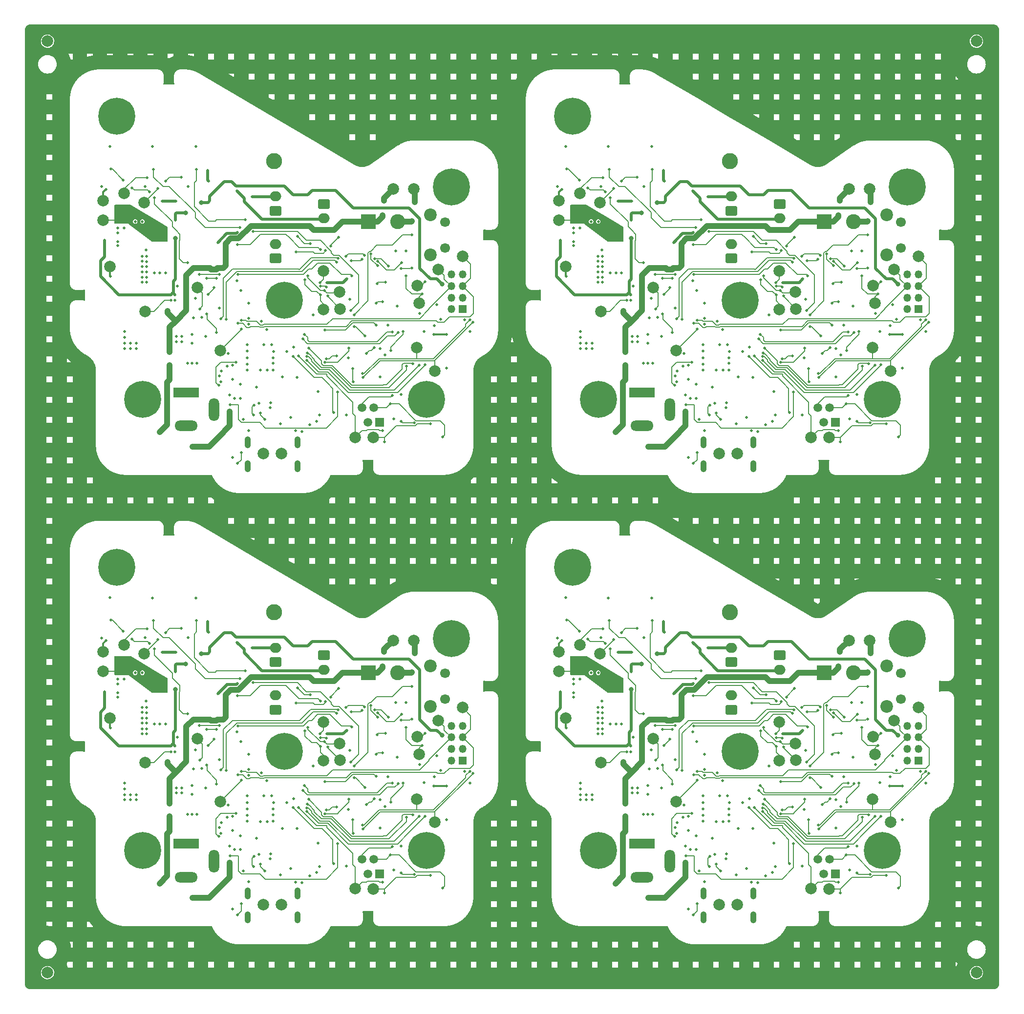
<source format=gbl>
G04 #@! TF.GenerationSoftware,KiCad,Pcbnew,6.0.0-d3dd2cf0fa~116~ubuntu20.04.1*
G04 #@! TF.CreationDate,2023-02-24T20:34:37+00:00*
G04 #@! TF.ProjectId,pixel-pump-mainboard-panel,70697865-6c2d-4707-956d-702d6d61696e,9*
G04 #@! TF.SameCoordinates,Original*
G04 #@! TF.FileFunction,Copper,L4,Bot*
G04 #@! TF.FilePolarity,Positive*
%FSLAX46Y46*%
G04 Gerber Fmt 4.6, Leading zero omitted, Abs format (unit mm)*
G04 Created by KiCad (PCBNEW 6.0.0-d3dd2cf0fa~116~ubuntu20.04.1) date 2023-02-24 20:34:37*
%MOMM*%
%LPD*%
G01*
G04 APERTURE LIST*
G04 Aperture macros list*
%AMRoundRect*
0 Rectangle with rounded corners*
0 $1 Rounding radius*
0 $2 $3 $4 $5 $6 $7 $8 $9 X,Y pos of 4 corners*
0 Add a 4 corners polygon primitive as box body*
4,1,4,$2,$3,$4,$5,$6,$7,$8,$9,$2,$3,0*
0 Add four circle primitives for the rounded corners*
1,1,$1+$1,$2,$3*
1,1,$1+$1,$4,$5*
1,1,$1+$1,$6,$7*
1,1,$1+$1,$8,$9*
0 Add four rect primitives between the rounded corners*
20,1,$1+$1,$2,$3,$4,$5,0*
20,1,$1+$1,$4,$5,$6,$7,0*
20,1,$1+$1,$6,$7,$8,$9,0*
20,1,$1+$1,$8,$9,$2,$3,0*%
G04 Aperture macros list end*
G04 #@! TA.AperFunction,ComponentPad*
%ADD10C,0.800000*%
G04 #@! TD*
G04 #@! TA.AperFunction,ComponentPad*
%ADD11C,6.400000*%
G04 #@! TD*
G04 #@! TA.AperFunction,ComponentPad*
%ADD12RoundRect,0.250000X0.750000X-0.600000X0.750000X0.600000X-0.750000X0.600000X-0.750000X-0.600000X0*%
G04 #@! TD*
G04 #@! TA.AperFunction,ComponentPad*
%ADD13O,2.000000X1.700000*%
G04 #@! TD*
G04 #@! TA.AperFunction,ComponentPad*
%ADD14O,1.050000X2.100000*%
G04 #@! TD*
G04 #@! TA.AperFunction,ComponentPad*
%ADD15R,2.600000X2.600000*%
G04 #@! TD*
G04 #@! TA.AperFunction,ComponentPad*
%ADD16C,2.600000*%
G04 #@! TD*
G04 #@! TA.AperFunction,ComponentPad*
%ADD17R,1.350000X1.350000*%
G04 #@! TD*
G04 #@! TA.AperFunction,ComponentPad*
%ADD18O,1.350000X1.350000*%
G04 #@! TD*
G04 #@! TA.AperFunction,ComponentPad*
%ADD19RoundRect,0.250000X-0.750000X0.600000X-0.750000X-0.600000X0.750000X-0.600000X0.750000X0.600000X0*%
G04 #@! TD*
G04 #@! TA.AperFunction,ComponentPad*
%ADD20R,1.500000X1.500000*%
G04 #@! TD*
G04 #@! TA.AperFunction,ComponentPad*
%ADD21C,1.500000*%
G04 #@! TD*
G04 #@! TA.AperFunction,ComponentPad*
%ADD22R,4.400000X1.800000*%
G04 #@! TD*
G04 #@! TA.AperFunction,ComponentPad*
%ADD23O,4.000000X1.800000*%
G04 #@! TD*
G04 #@! TA.AperFunction,ComponentPad*
%ADD24O,1.800000X4.000000*%
G04 #@! TD*
G04 #@! TA.AperFunction,ComponentPad*
%ADD25C,2.800000*%
G04 #@! TD*
G04 #@! TA.AperFunction,ComponentPad*
%ADD26C,2.200000*%
G04 #@! TD*
G04 #@! TA.AperFunction,ComponentPad*
%ADD27C,1.700000*%
G04 #@! TD*
G04 #@! TA.AperFunction,SMDPad,CuDef*
%ADD28C,2.000000*%
G04 #@! TD*
G04 #@! TA.AperFunction,ViaPad*
%ADD29C,0.500000*%
G04 #@! TD*
G04 #@! TA.AperFunction,ViaPad*
%ADD30C,0.800000*%
G04 #@! TD*
G04 #@! TA.AperFunction,Conductor*
%ADD31C,0.200000*%
G04 #@! TD*
G04 #@! TA.AperFunction,Conductor*
%ADD32C,0.500000*%
G04 #@! TD*
G04 #@! TA.AperFunction,Conductor*
%ADD33C,0.300000*%
G04 #@! TD*
G04 #@! TA.AperFunction,Conductor*
%ADD34C,1.000000*%
G04 #@! TD*
G04 APERTURE END LIST*
D10*
G04 #@! TO.P,H5,1*
G04 #@! TO.N,N/C*
X97418400Y-94226819D03*
D11*
X95018400Y-94226819D03*
D10*
X93321344Y-92529763D03*
X96715456Y-92529763D03*
X95018400Y-91826819D03*
X93321344Y-95923875D03*
X95018400Y-96626819D03*
X96715456Y-95923875D03*
X92618400Y-94226819D03*
G04 #@! TD*
D12*
G04 #@! TO.P,J2,1,Pin_1*
G04 #@! TO.N,Board_1-+12V*
X122535000Y-40661399D03*
D13*
G04 #@! TO.P,J2,2,Pin_2*
G04 #@! TO.N,Board_1-Net-(D7-Pad1)*
X122535000Y-38161399D03*
G04 #@! TD*
D14*
G04 #@! TO.P,J12,S1,SHIELD*
G04 #@! TO.N,Board_2-Net-(C21-Pad2)*
X38724000Y-150786519D03*
G04 #@! TO.P,J12,S2,SHIELD*
X47364000Y-150786519D03*
G04 #@! TO.P,J12,S3,SHIELD*
X38724000Y-154966519D03*
G04 #@! TO.P,J12,S4,SHIELD*
X47364000Y-154966519D03*
G04 #@! TD*
D10*
G04 #@! TO.P,H4,1*
G04 #@! TO.N,N/C*
X22888800Y-143350419D03*
D11*
X20488800Y-143350419D03*
D10*
X18088800Y-143350419D03*
X22185856Y-141653363D03*
X20488800Y-145750419D03*
X18791744Y-145047475D03*
X22185856Y-145047475D03*
X18791744Y-141653363D03*
X20488800Y-140950419D03*
G04 #@! TD*
D11*
G04 #@! TO.P,H3,1*
G04 #@! TO.N,N/C*
X45076000Y-126180019D03*
D10*
X43378944Y-127877075D03*
X43378944Y-124482963D03*
X46773056Y-124482963D03*
X46773056Y-127877075D03*
X47476000Y-126180019D03*
X45076000Y-128580019D03*
X42676000Y-126180019D03*
X45076000Y-123780019D03*
G04 #@! TD*
D15*
G04 #@! TO.P,J6,1,Pin_1*
G04 #@! TO.N,Board_3-Net-(C5-Pad1)*
X138625200Y-112565819D03*
D16*
G04 #@! TO.P,J6,2,Pin_2*
G04 #@! TO.N,Board_3-Net-(J6-Pad2)*
X143705200Y-112565819D03*
G04 #@! TD*
D10*
G04 #@! TO.P,H5,1*
G04 #@! TO.N,N/C*
X93321344Y-14270143D03*
X97418400Y-15967199D03*
X93321344Y-17664255D03*
X95018400Y-18367199D03*
X95018400Y-13567199D03*
X96715456Y-17664255D03*
D11*
X95018400Y-15967199D03*
D10*
X96715456Y-14270143D03*
X92618400Y-15967199D03*
G04 #@! TD*
G04 #@! TO.P,H2,1*
G04 #@! TO.N,N/C*
X75678256Y-104874163D03*
X73981200Y-108971219D03*
X75678256Y-108268275D03*
X72284144Y-104874163D03*
D11*
X73981200Y-106571219D03*
D10*
X72284144Y-108268275D03*
X73981200Y-104171219D03*
X71581200Y-106571219D03*
X76381200Y-106571219D03*
G04 #@! TD*
D17*
G04 #@! TO.P,J11,1,Pin_1*
G04 #@! TO.N,Board_1-UART0_RX*
X154971800Y-49472599D03*
D18*
G04 #@! TO.P,J11,2,Pin_2*
G04 #@! TO.N,Board_1-unconnected-(J11-Pad2)*
X152971800Y-49472599D03*
G04 #@! TO.P,J11,3,Pin_3*
G04 #@! TO.N,Board_1-UART0_TX*
X154971800Y-47472599D03*
G04 #@! TO.P,J11,4,Pin_4*
G04 #@! TO.N,Board_1-unconnected-(J11-Pad4)*
X152971800Y-47472599D03*
G04 #@! TO.P,J11,5,Pin_5*
G04 #@! TO.N,Board_1-SWDIO*
X154971800Y-45472599D03*
G04 #@! TO.P,J11,6,Pin_6*
G04 #@! TO.N,Board_1-SWCLK*
X152971800Y-45472599D03*
G04 #@! TO.P,J11,7,Pin_7*
G04 #@! TO.N,Board_1-GND*
X154971800Y-43472599D03*
G04 #@! TO.P,J11,8,Pin_8*
X152971800Y-43472599D03*
G04 #@! TD*
D12*
G04 #@! TO.P,J1,1,Pin_1*
G04 #@! TO.N,Board_1-+12V*
X122535000Y-32406399D03*
D13*
G04 #@! TO.P,J1,2,Pin_2*
G04 #@! TO.N,Board_1-Net-(D2-Pad1)*
X122535000Y-29906399D03*
G04 #@! TD*
D17*
G04 #@! TO.P,J11,1,Pin_1*
G04 #@! TO.N,Board_2-UART0_RX*
X75971800Y-127732219D03*
D18*
G04 #@! TO.P,J11,2,Pin_2*
G04 #@! TO.N,Board_2-unconnected-(J11-Pad2)*
X73971800Y-127732219D03*
G04 #@! TO.P,J11,3,Pin_3*
G04 #@! TO.N,Board_2-UART0_TX*
X75971800Y-125732219D03*
G04 #@! TO.P,J11,4,Pin_4*
G04 #@! TO.N,Board_2-unconnected-(J11-Pad4)*
X73971800Y-125732219D03*
G04 #@! TO.P,J11,5,Pin_5*
G04 #@! TO.N,Board_2-SWDIO*
X75971800Y-123732219D03*
G04 #@! TO.P,J11,6,Pin_6*
G04 #@! TO.N,Board_2-SWCLK*
X73971800Y-123732219D03*
G04 #@! TO.P,J11,7,Pin_7*
G04 #@! TO.N,Board_2-GND*
X75971800Y-121732219D03*
G04 #@! TO.P,J11,8,Pin_8*
X73971800Y-121732219D03*
G04 #@! TD*
D10*
G04 #@! TO.P,H2,1*
G04 #@! TO.N,N/C*
X152981200Y-30711599D03*
X151284144Y-30008655D03*
X151284144Y-26614543D03*
X150581200Y-28311599D03*
D11*
X152981200Y-28311599D03*
D10*
X152981200Y-25911599D03*
X154678256Y-30008655D03*
X155381200Y-28311599D03*
X154678256Y-26614543D03*
G04 #@! TD*
G04 #@! TO.P,H4,1*
G04 #@! TO.N,N/C*
X101185856Y-63393743D03*
X97791744Y-66787855D03*
X97088800Y-65090799D03*
D11*
X99488800Y-65090799D03*
D10*
X97791744Y-63393743D03*
X101185856Y-66787855D03*
X101888800Y-65090799D03*
X99488800Y-62690799D03*
X99488800Y-67490799D03*
G04 #@! TD*
D19*
G04 #@! TO.P,J4,1,Pin_1*
G04 #@! TO.N,Board_0-+12V*
X51900200Y-31227199D03*
D13*
G04 #@! TO.P,J4,2,Pin_2*
G04 #@! TO.N,Board_0-Net-(D10-Pad2)*
X51900200Y-33727199D03*
G04 #@! TD*
D20*
G04 #@! TO.P,J3,1*
G04 #@! TO.N,Board_1-GND*
X140592000Y-69107399D03*
D21*
G04 #@! TO.P,J3,2*
G04 #@! TO.N,Board_1-FPTVS*
X139572000Y-66567399D03*
G04 #@! TO.P,J3,3*
G04 #@! TO.N,Board_1-FPATVS*
X138552000Y-69107399D03*
G04 #@! TO.P,J3,4*
G04 #@! TO.N,Board_1-+3V3*
X137532000Y-66567399D03*
G04 #@! TD*
D12*
G04 #@! TO.P,J1,1,Pin_1*
G04 #@! TO.N,Board_2-+12V*
X43535000Y-110666019D03*
D13*
G04 #@! TO.P,J1,2,Pin_2*
G04 #@! TO.N,Board_2-Net-(D2-Pad1)*
X43535000Y-108166019D03*
G04 #@! TD*
D10*
G04 #@! TO.P,H1,1*
G04 #@! TO.N,N/C*
X67263200Y-143350419D03*
X67966144Y-141653363D03*
X69663200Y-140950419D03*
X69663200Y-145750419D03*
X72063200Y-143350419D03*
X71360256Y-145047475D03*
D11*
X69663200Y-143350419D03*
D10*
X71360256Y-141653363D03*
X67966144Y-145047475D03*
G04 #@! TD*
D14*
G04 #@! TO.P,J12,S1,SHIELD*
G04 #@! TO.N,Board_1-Net-(C21-Pad2)*
X117724000Y-72526899D03*
G04 #@! TO.P,J12,S2,SHIELD*
X126364000Y-72526899D03*
G04 #@! TO.P,J12,S3,SHIELD*
X117724000Y-76706899D03*
G04 #@! TO.P,J12,S4,SHIELD*
X126364000Y-76706899D03*
G04 #@! TD*
D10*
G04 #@! TO.P,H2,1*
G04 #@! TO.N,N/C*
X152981200Y-108971219D03*
X150581200Y-106571219D03*
X155381200Y-106571219D03*
X152981200Y-104171219D03*
X151284144Y-108268275D03*
D11*
X152981200Y-106571219D03*
D10*
X151284144Y-104874163D03*
X154678256Y-108268275D03*
X154678256Y-104874163D03*
G04 #@! TD*
D19*
G04 #@! TO.P,J4,1,Pin_1*
G04 #@! TO.N,Board_3-+12V*
X130900200Y-109486819D03*
D13*
G04 #@! TO.P,J4,2,Pin_2*
G04 #@! TO.N,Board_3-Net-(D10-Pad2)*
X130900200Y-111986819D03*
G04 #@! TD*
D20*
G04 #@! TO.P,J3,1*
G04 #@! TO.N,Board_3-GND*
X140592000Y-147367019D03*
D21*
G04 #@! TO.P,J3,2*
G04 #@! TO.N,Board_3-FPTVS*
X139572000Y-144827019D03*
G04 #@! TO.P,J3,3*
G04 #@! TO.N,Board_3-FPATVS*
X138552000Y-147367019D03*
G04 #@! TO.P,J3,4*
G04 #@! TO.N,Board_3-+3V3*
X137532000Y-144827019D03*
G04 #@! TD*
D22*
G04 #@! TO.P,J5,1*
G04 #@! TO.N,Board_3-Net-(D5-Pad1)*
X107067600Y-142182019D03*
D23*
G04 #@! TO.P,J5,2*
G04 #@! TO.N,Board_3-Net-(D5-Pad2)*
X107067600Y-147982019D03*
D24*
G04 #@! TO.P,J5,3*
G04 #@! TO.N,N/C*
X111867600Y-145182019D03*
G04 #@! TD*
D25*
G04 #@! TO.P,TP19,1,1*
G04 #@! TO.N,Board_0-GND*
X43298000Y-23790399D03*
G04 #@! TD*
D11*
G04 #@! TO.P,H2,1*
G04 #@! TO.N,N/C*
X73981200Y-28311599D03*
D10*
X72284144Y-30008655D03*
X73981200Y-25911599D03*
X76381200Y-28311599D03*
X72284144Y-26614543D03*
X73981200Y-30711599D03*
X71581200Y-28311599D03*
X75678256Y-26614543D03*
X75678256Y-30008655D03*
G04 #@! TD*
D11*
G04 #@! TO.P,H1,1*
G04 #@! TO.N,N/C*
X148663200Y-65090799D03*
D10*
X146263200Y-65090799D03*
X146966144Y-63393743D03*
X150360256Y-63393743D03*
X151063200Y-65090799D03*
X148663200Y-67490799D03*
X146966144Y-66787855D03*
X150360256Y-66787855D03*
X148663200Y-62690799D03*
G04 #@! TD*
D12*
G04 #@! TO.P,J2,1,Pin_1*
G04 #@! TO.N,Board_2-+12V*
X43535000Y-118921019D03*
D13*
G04 #@! TO.P,J2,2,Pin_2*
G04 #@! TO.N,Board_2-Net-(D7-Pad1)*
X43535000Y-116421019D03*
G04 #@! TD*
D10*
G04 #@! TO.P,H5,1*
G04 #@! TO.N,N/C*
X17715456Y-14270143D03*
X14321344Y-17664255D03*
D11*
X16018400Y-15967199D03*
D10*
X13618400Y-15967199D03*
X17715456Y-17664255D03*
X18418400Y-15967199D03*
X16018400Y-13567199D03*
X14321344Y-14270143D03*
X16018400Y-18367199D03*
G04 #@! TD*
D20*
G04 #@! TO.P,J3,1*
G04 #@! TO.N,Board_2-GND*
X61592000Y-147367019D03*
D21*
G04 #@! TO.P,J3,2*
G04 #@! TO.N,Board_2-FPTVS*
X60572000Y-144827019D03*
G04 #@! TO.P,J3,3*
G04 #@! TO.N,Board_2-FPATVS*
X59552000Y-147367019D03*
G04 #@! TO.P,J3,4*
G04 #@! TO.N,Board_2-+3V3*
X58532000Y-144827019D03*
G04 #@! TD*
D10*
G04 #@! TO.P,H3,1*
G04 #@! TO.N,N/C*
X43378944Y-46223343D03*
X46773056Y-46223343D03*
X47476000Y-47920399D03*
X45076000Y-50320399D03*
X43378944Y-49617455D03*
D11*
X45076000Y-47920399D03*
D10*
X45076000Y-45520399D03*
X46773056Y-49617455D03*
X42676000Y-47920399D03*
G04 #@! TD*
D14*
G04 #@! TO.P,J12,S1,SHIELD*
G04 #@! TO.N,Board_0-Net-(C21-Pad2)*
X38724000Y-72526899D03*
G04 #@! TO.P,J12,S2,SHIELD*
X47364000Y-72526899D03*
G04 #@! TO.P,J12,S3,SHIELD*
X38724000Y-76706899D03*
G04 #@! TO.P,J12,S4,SHIELD*
X47364000Y-76706899D03*
G04 #@! TD*
D15*
G04 #@! TO.P,J6,1,Pin_1*
G04 #@! TO.N,Board_0-Net-(C5-Pad1)*
X59625200Y-34306199D03*
D16*
G04 #@! TO.P,J6,2,Pin_2*
G04 #@! TO.N,Board_0-Net-(J6-Pad2)*
X64705200Y-34306199D03*
G04 #@! TD*
D12*
G04 #@! TO.P,J2,1,Pin_1*
G04 #@! TO.N,Board_3-+12V*
X122535000Y-118921019D03*
D13*
G04 #@! TO.P,J2,2,Pin_2*
G04 #@! TO.N,Board_3-Net-(D7-Pad1)*
X122535000Y-116421019D03*
G04 #@! TD*
D12*
G04 #@! TO.P,J1,1,Pin_1*
G04 #@! TO.N,Board_3-+12V*
X122535000Y-110666019D03*
D13*
G04 #@! TO.P,J1,2,Pin_2*
G04 #@! TO.N,Board_3-Net-(D2-Pad1)*
X122535000Y-108166019D03*
G04 #@! TD*
D17*
G04 #@! TO.P,J11,1,Pin_1*
G04 #@! TO.N,Board_0-UART0_RX*
X75971800Y-49472599D03*
D18*
G04 #@! TO.P,J11,2,Pin_2*
G04 #@! TO.N,Board_0-unconnected-(J11-Pad2)*
X73971800Y-49472599D03*
G04 #@! TO.P,J11,3,Pin_3*
G04 #@! TO.N,Board_0-UART0_TX*
X75971800Y-47472599D03*
G04 #@! TO.P,J11,4,Pin_4*
G04 #@! TO.N,Board_0-unconnected-(J11-Pad4)*
X73971800Y-47472599D03*
G04 #@! TO.P,J11,5,Pin_5*
G04 #@! TO.N,Board_0-SWDIO*
X75971800Y-45472599D03*
G04 #@! TO.P,J11,6,Pin_6*
G04 #@! TO.N,Board_0-SWCLK*
X73971800Y-45472599D03*
G04 #@! TO.P,J11,7,Pin_7*
G04 #@! TO.N,Board_0-GND*
X75971800Y-43472599D03*
G04 #@! TO.P,J11,8,Pin_8*
X73971800Y-43472599D03*
G04 #@! TD*
D19*
G04 #@! TO.P,J4,1,Pin_1*
G04 #@! TO.N,Board_2-+12V*
X51900200Y-109486819D03*
D13*
G04 #@! TO.P,J4,2,Pin_2*
G04 #@! TO.N,Board_2-Net-(D10-Pad2)*
X51900200Y-111986819D03*
G04 #@! TD*
D11*
G04 #@! TO.P,H1,1*
G04 #@! TO.N,N/C*
X148663200Y-143350419D03*
D10*
X150360256Y-141653363D03*
X148663200Y-140950419D03*
X146966144Y-145047475D03*
X151063200Y-143350419D03*
X146966144Y-141653363D03*
X148663200Y-145750419D03*
X146263200Y-143350419D03*
X150360256Y-145047475D03*
G04 #@! TD*
G04 #@! TO.P,H5,1*
G04 #@! TO.N,N/C*
X16018400Y-96626819D03*
X17715456Y-92529763D03*
X13618400Y-94226819D03*
X18418400Y-94226819D03*
X14321344Y-95923875D03*
X16018400Y-91826819D03*
D11*
X16018400Y-94226819D03*
D10*
X17715456Y-95923875D03*
X14321344Y-92529763D03*
G04 #@! TD*
D15*
G04 #@! TO.P,J6,1,Pin_1*
G04 #@! TO.N,Board_2-Net-(C5-Pad1)*
X59625200Y-112565819D03*
D16*
G04 #@! TO.P,J6,2,Pin_2*
G04 #@! TO.N,Board_2-Net-(J6-Pad2)*
X64705200Y-112565819D03*
G04 #@! TD*
D26*
G04 #@! TO.P,SW1,*
G04 #@! TO.N,*
X149403800Y-40091999D03*
X149403800Y-33091999D03*
D27*
G04 #@! TO.P,SW1,1,1*
G04 #@! TO.N,Board_1-Net-(R26-Pad2)*
X151903800Y-34341999D03*
G04 #@! TO.P,SW1,2,2*
G04 #@! TO.N,Board_1-GND*
X151903800Y-38841999D03*
G04 #@! TD*
D10*
G04 #@! TO.P,H1,1*
G04 #@! TO.N,N/C*
X71360256Y-63393743D03*
X69663200Y-62690799D03*
X72063200Y-65090799D03*
D11*
X69663200Y-65090799D03*
D10*
X69663200Y-67490799D03*
X67966144Y-63393743D03*
X67966144Y-66787855D03*
X67263200Y-65090799D03*
X71360256Y-66787855D03*
G04 #@! TD*
D12*
G04 #@! TO.P,J2,1,Pin_1*
G04 #@! TO.N,Board_0-+12V*
X43535000Y-40661399D03*
D13*
G04 #@! TO.P,J2,2,Pin_2*
G04 #@! TO.N,Board_0-Net-(D7-Pad1)*
X43535000Y-38161399D03*
G04 #@! TD*
D26*
G04 #@! TO.P,SW1,*
G04 #@! TO.N,*
X149403800Y-111351619D03*
X149403800Y-118351619D03*
D27*
G04 #@! TO.P,SW1,1,1*
G04 #@! TO.N,Board_3-Net-(R26-Pad2)*
X151903800Y-112601619D03*
G04 #@! TO.P,SW1,2,2*
G04 #@! TO.N,Board_3-GND*
X151903800Y-117101619D03*
G04 #@! TD*
D12*
G04 #@! TO.P,J1,1,Pin_1*
G04 #@! TO.N,Board_0-+12V*
X43535000Y-32406399D03*
D13*
G04 #@! TO.P,J1,2,Pin_2*
G04 #@! TO.N,Board_0-Net-(D2-Pad1)*
X43535000Y-29906399D03*
G04 #@! TD*
D26*
G04 #@! TO.P,SW1,*
G04 #@! TO.N,*
X70403800Y-33091999D03*
X70403800Y-40091999D03*
D27*
G04 #@! TO.P,SW1,1,1*
G04 #@! TO.N,Board_0-Net-(R26-Pad2)*
X72903800Y-34341999D03*
G04 #@! TO.P,SW1,2,2*
G04 #@! TO.N,Board_0-GND*
X72903800Y-38841999D03*
G04 #@! TD*
D10*
G04 #@! TO.P,H4,1*
G04 #@! TO.N,N/C*
X97088800Y-143350419D03*
X99488800Y-140950419D03*
X101185856Y-145047475D03*
X97791744Y-141653363D03*
X101888800Y-143350419D03*
D11*
X99488800Y-143350419D03*
D10*
X97791744Y-145047475D03*
X101185856Y-141653363D03*
X99488800Y-145750419D03*
G04 #@! TD*
D22*
G04 #@! TO.P,J5,1*
G04 #@! TO.N,Board_0-Net-(D5-Pad1)*
X28067600Y-63922399D03*
D23*
G04 #@! TO.P,J5,2*
G04 #@! TO.N,Board_0-Net-(D5-Pad2)*
X28067600Y-69722399D03*
D24*
G04 #@! TO.P,J5,3*
G04 #@! TO.N,N/C*
X32867600Y-66922399D03*
G04 #@! TD*
D20*
G04 #@! TO.P,J3,1*
G04 #@! TO.N,Board_0-GND*
X61592000Y-69107399D03*
D21*
G04 #@! TO.P,J3,2*
G04 #@! TO.N,Board_0-FPTVS*
X60572000Y-66567399D03*
G04 #@! TO.P,J3,3*
G04 #@! TO.N,Board_0-FPATVS*
X59552000Y-69107399D03*
G04 #@! TO.P,J3,4*
G04 #@! TO.N,Board_0-+3V3*
X58532000Y-66567399D03*
G04 #@! TD*
D26*
G04 #@! TO.P,SW1,*
G04 #@! TO.N,*
X70403800Y-111351619D03*
X70403800Y-118351619D03*
D27*
G04 #@! TO.P,SW1,1,1*
G04 #@! TO.N,Board_2-Net-(R26-Pad2)*
X72903800Y-112601619D03*
G04 #@! TO.P,SW1,2,2*
G04 #@! TO.N,Board_2-GND*
X72903800Y-117101619D03*
G04 #@! TD*
D19*
G04 #@! TO.P,J4,1,Pin_1*
G04 #@! TO.N,Board_1-+12V*
X130900200Y-31227199D03*
D13*
G04 #@! TO.P,J4,2,Pin_2*
G04 #@! TO.N,Board_1-Net-(D10-Pad2)*
X130900200Y-33727199D03*
G04 #@! TD*
D10*
G04 #@! TO.P,H3,1*
G04 #@! TO.N,N/C*
X126476000Y-47920399D03*
X122378944Y-49617455D03*
X124076000Y-45520399D03*
X121676000Y-47920399D03*
X122378944Y-46223343D03*
D11*
X124076000Y-47920399D03*
D10*
X125773056Y-49617455D03*
X124076000Y-50320399D03*
X125773056Y-46223343D03*
G04 #@! TD*
D17*
G04 #@! TO.P,J11,1,Pin_1*
G04 #@! TO.N,Board_3-UART0_RX*
X154971800Y-127732219D03*
D18*
G04 #@! TO.P,J11,2,Pin_2*
G04 #@! TO.N,Board_3-unconnected-(J11-Pad2)*
X152971800Y-127732219D03*
G04 #@! TO.P,J11,3,Pin_3*
G04 #@! TO.N,Board_3-UART0_TX*
X154971800Y-125732219D03*
G04 #@! TO.P,J11,4,Pin_4*
G04 #@! TO.N,Board_3-unconnected-(J11-Pad4)*
X152971800Y-125732219D03*
G04 #@! TO.P,J11,5,Pin_5*
G04 #@! TO.N,Board_3-SWDIO*
X154971800Y-123732219D03*
G04 #@! TO.P,J11,6,Pin_6*
G04 #@! TO.N,Board_3-SWCLK*
X152971800Y-123732219D03*
G04 #@! TO.P,J11,7,Pin_7*
G04 #@! TO.N,Board_3-GND*
X154971800Y-121732219D03*
G04 #@! TO.P,J11,8,Pin_8*
X152971800Y-121732219D03*
G04 #@! TD*
D25*
G04 #@! TO.P,TP19,1,1*
G04 #@! TO.N,Board_1-GND*
X122298000Y-23790399D03*
G04 #@! TD*
D15*
G04 #@! TO.P,J6,1,Pin_1*
G04 #@! TO.N,Board_1-Net-(C5-Pad1)*
X138625200Y-34306199D03*
D16*
G04 #@! TO.P,J6,2,Pin_2*
G04 #@! TO.N,Board_1-Net-(J6-Pad2)*
X143705200Y-34306199D03*
G04 #@! TD*
D25*
G04 #@! TO.P,TP19,1,1*
G04 #@! TO.N,Board_3-GND*
X122298000Y-102050019D03*
G04 #@! TD*
D14*
G04 #@! TO.P,J12,S1,SHIELD*
G04 #@! TO.N,Board_3-Net-(C21-Pad2)*
X117724000Y-150786519D03*
G04 #@! TO.P,J12,S2,SHIELD*
X126364000Y-150786519D03*
G04 #@! TO.P,J12,S3,SHIELD*
X117724000Y-154966519D03*
G04 #@! TO.P,J12,S4,SHIELD*
X126364000Y-154966519D03*
G04 #@! TD*
D10*
G04 #@! TO.P,H4,1*
G04 #@! TO.N,N/C*
X20488800Y-67490799D03*
X18088800Y-65090799D03*
X22888800Y-65090799D03*
X22185856Y-63393743D03*
X20488800Y-62690799D03*
X18791744Y-66787855D03*
X18791744Y-63393743D03*
D11*
X20488800Y-65090799D03*
D10*
X22185856Y-66787855D03*
G04 #@! TD*
G04 #@! TO.P,H3,1*
G04 #@! TO.N,N/C*
X125773056Y-127877075D03*
X121676000Y-126180019D03*
X124076000Y-123780019D03*
X125773056Y-124482963D03*
D11*
X124076000Y-126180019D03*
D10*
X122378944Y-124482963D03*
X124076000Y-128580019D03*
X122378944Y-127877075D03*
X126476000Y-126180019D03*
G04 #@! TD*
D25*
G04 #@! TO.P,TP19,1,1*
G04 #@! TO.N,Board_2-GND*
X43298000Y-102050019D03*
G04 #@! TD*
D22*
G04 #@! TO.P,J5,1*
G04 #@! TO.N,Board_1-Net-(D5-Pad1)*
X107067600Y-63922399D03*
D23*
G04 #@! TO.P,J5,2*
G04 #@! TO.N,Board_1-Net-(D5-Pad2)*
X107067600Y-69722399D03*
D24*
G04 #@! TO.P,J5,3*
G04 #@! TO.N,N/C*
X111867600Y-66922399D03*
G04 #@! TD*
D22*
G04 #@! TO.P,J5,1*
G04 #@! TO.N,Board_2-Net-(D5-Pad1)*
X28067600Y-142182019D03*
D23*
G04 #@! TO.P,J5,2*
G04 #@! TO.N,Board_2-Net-(D5-Pad2)*
X28067600Y-147982019D03*
D24*
G04 #@! TO.P,J5,3*
G04 #@! TO.N,N/C*
X32867600Y-145182019D03*
G04 #@! TD*
D28*
G04 #@! TO.P,TP31,1,1*
G04 #@! TO.N,Board_3-FOOTPEDAL*
X139493800Y-150005219D03*
G04 #@! TD*
G04 #@! TO.P,TP1,1,1*
G04 #@! TO.N,Board_0-DP*
X44517200Y-74488799D03*
G04 #@! TD*
G04 #@! TO.P,TP22,1,1*
G04 #@! TO.N,Board_1-UART0_RX*
X146986800Y-56175399D03*
G04 #@! TD*
G04 #@! TO.P,TP24,1,1*
G04 #@! TO.N,Board_2-SWDIO*
X75937000Y-118560019D03*
G04 #@! TD*
G04 #@! TO.P,TP2,1,1*
G04 #@! TO.N,Board_2-DN*
X41418400Y-152748419D03*
G04 #@! TD*
G04 #@! TO.P,TP31,1,1*
G04 #@! TO.N,Board_0-FOOTPEDAL*
X60493800Y-71745599D03*
G04 #@! TD*
G04 #@! TO.P,TP28,1,1*
G04 #@! TO.N,Board_2-SPI0_MOSI*
X54601000Y-124783019D03*
G04 #@! TD*
G04 #@! TO.P,TP5,1,1*
G04 #@! TO.N,Board_2-Net-(TP5-Pad1)*
X33950800Y-134866819D03*
G04 #@! TD*
G04 #@! TO.P,TP22,1,1*
G04 #@! TO.N,Board_0-UART0_RX*
X67986800Y-56175399D03*
G04 #@! TD*
G04 #@! TO.P,TP11,1,1*
G04 #@! TO.N,Board_0-+3V3*
X29937600Y-45710599D03*
G04 #@! TD*
G04 #@! TO.P,TP16,1,1*
G04 #@! TO.N,Board_1-+5V*
X99920600Y-49850799D03*
G04 #@! TD*
G04 #@! TO.P,TP11,1,1*
G04 #@! TO.N,Board_2-+3V3*
X29937600Y-123970219D03*
G04 #@! TD*
G04 #@! TO.P,TP15,1,1*
G04 #@! TO.N,Board_3-I2C0_SDA*
X147444000Y-126688019D03*
G04 #@! TD*
G04 #@! TO.P,TP14,1,1*
G04 #@! TO.N,Board_1-I2C0_SCL*
X147063000Y-45380399D03*
G04 #@! TD*
G04 #@! TO.P,TP16,1,1*
G04 #@! TO.N,Board_3-+5V*
X99920600Y-128110419D03*
G04 #@! TD*
G04 #@! TO.P,TP1,1,1*
G04 #@! TO.N,Board_1-DP*
X123517200Y-74488799D03*
G04 #@! TD*
G04 #@! TO.P,TP6,1,1*
G04 #@! TO.N,Board_2-Net-(J6-Pad2)*
X67469000Y-106922019D03*
G04 #@! TD*
G04 #@! TO.P,TP5,1,1*
G04 #@! TO.N,Board_1-Net-(TP5-Pad1)*
X112950800Y-56607199D03*
G04 #@! TD*
G04 #@! TO.P,TP12,1,1*
G04 #@! TO.N,Board_2-SWCLK*
X71746000Y-120846019D03*
G04 #@! TD*
G04 #@! TO.P,TP26,1,1*
G04 #@! TO.N,Board_2-SPI0_CLK*
X51807000Y-121100019D03*
G04 #@! TD*
G04 #@! TO.P,TP23,1,1*
G04 #@! TO.N,Board_2-UART0_TX*
X71085600Y-138422819D03*
G04 #@! TD*
G04 #@! TO.P,TP10,1,1*
G04 #@! TO.N,Board_2-+12V*
X13650000Y-112288019D03*
G04 #@! TD*
G04 #@! TO.P,TP9,1,1*
G04 #@! TO.N,Board_0-Net-(D10-Pad2)*
X20717400Y-31003999D03*
G04 #@! TD*
G04 #@! TO.P,TP22,1,1*
G04 #@! TO.N,Board_3-UART0_RX*
X146986800Y-134435019D03*
G04 #@! TD*
G04 #@! TO.P,TP31,1,1*
G04 #@! TO.N,Board_2-FOOTPEDAL*
X60493800Y-150005219D03*
G04 #@! TD*
G04 #@! TO.P,TP13,1,1*
G04 #@! TO.N,Board_1-GND*
X93800000Y-42116399D03*
G04 #@! TD*
G04 #@! TO.P,TP27,1,1*
G04 #@! TO.N,Board_2-SPI0_MISO*
X51857800Y-127780219D03*
G04 #@! TD*
G04 #@! TO.P,TP10,1,1*
G04 #@! TO.N,Board_1-+12V*
X92650000Y-34028399D03*
G04 #@! TD*
G04 #@! TO.P,TP24,1,1*
G04 #@! TO.N,Board_1-SWDIO*
X154937000Y-40300399D03*
G04 #@! TD*
G04 #@! TO.P,TP16,1,1*
G04 #@! TO.N,Board_0-+5V*
X20920600Y-49850799D03*
G04 #@! TD*
G04 #@! TO.P,TP27,1,1*
G04 #@! TO.N,Board_0-SPI0_MISO*
X51857800Y-49520599D03*
G04 #@! TD*
G04 #@! TO.P,TP23,1,1*
G04 #@! TO.N,Board_1-UART0_TX*
X150085600Y-60163199D03*
G04 #@! TD*
G04 #@! TO.P,TP20,1,1*
G04 #@! TO.N,Board_1-FOOTPEDAL_AUX*
X136344200Y-71694799D03*
G04 #@! TD*
G04 #@! TO.P,TP26,1,1*
G04 #@! TO.N,Board_1-SPI0_CLK*
X130807000Y-42840399D03*
G04 #@! TD*
G04 #@! TO.P,REF\u002A\u002A,*
G04 #@! TO.N,*
X165000000Y-164519239D03*
G04 #@! TD*
G04 #@! TO.P,TP4,1,1*
G04 #@! TO.N,Board_0-Net-(D2-Pad1)*
X13650000Y-30666399D03*
G04 #@! TD*
G04 #@! TO.P,TP31,1,1*
G04 #@! TO.N,Board_1-FOOTPEDAL*
X139493800Y-71745599D03*
G04 #@! TD*
G04 #@! TO.P,TP2,1,1*
G04 #@! TO.N,Board_0-DN*
X41418400Y-74488799D03*
G04 #@! TD*
G04 #@! TO.P,TP28,1,1*
G04 #@! TO.N,Board_1-SPI0_MOSI*
X133601000Y-46523399D03*
G04 #@! TD*
G04 #@! TO.P,TP2,1,1*
G04 #@! TO.N,Board_3-DN*
X120418400Y-152748419D03*
G04 #@! TD*
G04 #@! TO.P,TP27,1,1*
G04 #@! TO.N,Board_3-SPI0_MISO*
X130857800Y-127780219D03*
G04 #@! TD*
G04 #@! TO.P,TP16,1,1*
G04 #@! TO.N,Board_2-+5V*
X20920600Y-128110419D03*
G04 #@! TD*
G04 #@! TO.P,TP5,1,1*
G04 #@! TO.N,Board_0-Net-(TP5-Pad1)*
X33950800Y-56607199D03*
G04 #@! TD*
G04 #@! TO.P,TP14,1,1*
G04 #@! TO.N,Board_3-I2C0_SCL*
X147063000Y-123640019D03*
G04 #@! TD*
G04 #@! TO.P,TP20,1,1*
G04 #@! TO.N,Board_0-FOOTPEDAL_AUX*
X57344200Y-71694799D03*
G04 #@! TD*
G04 #@! TO.P,TP22,1,1*
G04 #@! TO.N,Board_2-UART0_RX*
X67986800Y-134435019D03*
G04 #@! TD*
G04 #@! TO.P,TP20,1,1*
G04 #@! TO.N,Board_3-FOOTPEDAL_AUX*
X136344200Y-149954419D03*
G04 #@! TD*
G04 #@! TO.P,TP15,1,1*
G04 #@! TO.N,Board_0-I2C0_SDA*
X68444000Y-48428399D03*
G04 #@! TD*
G04 #@! TO.P,TP2,1,1*
G04 #@! TO.N,Board_1-DN*
X120418400Y-74488799D03*
G04 #@! TD*
G04 #@! TO.P,TP4,1,1*
G04 #@! TO.N,Board_2-Net-(D2-Pad1)*
X13650000Y-108926019D03*
G04 #@! TD*
G04 #@! TO.P,TP20,1,1*
G04 #@! TO.N,Board_2-FOOTPEDAL_AUX*
X57344200Y-149954419D03*
G04 #@! TD*
G04 #@! TO.P,TP25,1,1*
G04 #@! TO.N,Board_3-SPI0_CS*
X133702600Y-127678619D03*
G04 #@! TD*
G04 #@! TO.P,TP24,1,1*
G04 #@! TO.N,Board_0-SWDIO*
X75937000Y-40300399D03*
G04 #@! TD*
G04 #@! TO.P,TP6,1,1*
G04 #@! TO.N,Board_1-Net-(J6-Pad2)*
X146469000Y-28662399D03*
G04 #@! TD*
G04 #@! TO.P,TP13,1,1*
G04 #@! TO.N,Board_3-GND*
X93800000Y-120376019D03*
G04 #@! TD*
G04 #@! TO.P,TP25,1,1*
G04 #@! TO.N,Board_1-SPI0_CS*
X133702600Y-49418999D03*
G04 #@! TD*
G04 #@! TO.P,TP11,1,1*
G04 #@! TO.N,Board_3-+3V3*
X108937600Y-123970219D03*
G04 #@! TD*
G04 #@! TO.P,REF\u002A\u002A,*
G04 #@! TO.N,*
X4000000Y-3000000D03*
G04 #@! TD*
G04 #@! TO.P,TP26,1,1*
G04 #@! TO.N,Board_0-SPI0_CLK*
X51807000Y-42840399D03*
G04 #@! TD*
G04 #@! TO.P,TP9,1,1*
G04 #@! TO.N,Board_3-Net-(D10-Pad2)*
X99717400Y-109263619D03*
G04 #@! TD*
G04 #@! TO.P,TP6,1,1*
G04 #@! TO.N,Board_0-Net-(J6-Pad2)*
X67469000Y-28662399D03*
G04 #@! TD*
G04 #@! TO.P,REF\u002A\u002A,*
G04 #@! TO.N,*
X4000000Y-164519239D03*
G04 #@! TD*
G04 #@! TO.P,TP23,1,1*
G04 #@! TO.N,Board_0-UART0_TX*
X71085600Y-60163199D03*
G04 #@! TD*
G04 #@! TO.P,TP9,1,1*
G04 #@! TO.N,Board_1-Net-(D10-Pad2)*
X99717400Y-31003999D03*
G04 #@! TD*
G04 #@! TO.P,TP11,1,1*
G04 #@! TO.N,Board_1-+3V3*
X108937600Y-45710599D03*
G04 #@! TD*
G04 #@! TO.P,TP12,1,1*
G04 #@! TO.N,Board_0-SWCLK*
X71746000Y-42586399D03*
G04 #@! TD*
G04 #@! TO.P,TP7,1,1*
G04 #@! TO.N,Board_1-Net-(D7-Pad1)*
X96300000Y-29416399D03*
G04 #@! TD*
G04 #@! TO.P,TP15,1,1*
G04 #@! TO.N,Board_2-I2C0_SDA*
X68444000Y-126688019D03*
G04 #@! TD*
G04 #@! TO.P,TP28,1,1*
G04 #@! TO.N,Board_3-SPI0_MOSI*
X133601000Y-124783019D03*
G04 #@! TD*
G04 #@! TO.P,TP23,1,1*
G04 #@! TO.N,Board_3-UART0_TX*
X150085600Y-138422819D03*
G04 #@! TD*
G04 #@! TO.P,TP28,1,1*
G04 #@! TO.N,Board_0-SPI0_MOSI*
X54601000Y-46523399D03*
G04 #@! TD*
G04 #@! TO.P,TP13,1,1*
G04 #@! TO.N,Board_0-GND*
X14800000Y-42116399D03*
G04 #@! TD*
G04 #@! TO.P,TP14,1,1*
G04 #@! TO.N,Board_0-I2C0_SCL*
X68063000Y-45380399D03*
G04 #@! TD*
G04 #@! TO.P,TP13,1,1*
G04 #@! TO.N,Board_2-GND*
X14800000Y-120376019D03*
G04 #@! TD*
G04 #@! TO.P,TP12,1,1*
G04 #@! TO.N,Board_1-SWCLK*
X150746000Y-42586399D03*
G04 #@! TD*
G04 #@! TO.P,TP25,1,1*
G04 #@! TO.N,Board_0-SPI0_CS*
X54702600Y-49418999D03*
G04 #@! TD*
G04 #@! TO.P,TP10,1,1*
G04 #@! TO.N,Board_0-+12V*
X13650000Y-34028399D03*
G04 #@! TD*
G04 #@! TO.P,TP12,1,1*
G04 #@! TO.N,Board_3-SWCLK*
X150746000Y-120846019D03*
G04 #@! TD*
G04 #@! TO.P,TP3,1,1*
G04 #@! TO.N,Board_0-Net-(C5-Pad1)*
X63928000Y-28662399D03*
G04 #@! TD*
G04 #@! TO.P,REF\u002A\u002A,*
G04 #@! TO.N,*
X165000000Y-3000000D03*
G04 #@! TD*
G04 #@! TO.P,TP7,1,1*
G04 #@! TO.N,Board_0-Net-(D7-Pad1)*
X17300000Y-29416399D03*
G04 #@! TD*
G04 #@! TO.P,TP25,1,1*
G04 #@! TO.N,Board_2-SPI0_CS*
X54702600Y-127678619D03*
G04 #@! TD*
G04 #@! TO.P,TP27,1,1*
G04 #@! TO.N,Board_1-SPI0_MISO*
X130857800Y-49520599D03*
G04 #@! TD*
G04 #@! TO.P,TP26,1,1*
G04 #@! TO.N,Board_3-SPI0_CLK*
X130807000Y-121100019D03*
G04 #@! TD*
G04 #@! TO.P,TP1,1,1*
G04 #@! TO.N,Board_3-DP*
X123517200Y-152748419D03*
G04 #@! TD*
G04 #@! TO.P,TP4,1,1*
G04 #@! TO.N,Board_3-Net-(D2-Pad1)*
X92650000Y-108926019D03*
G04 #@! TD*
G04 #@! TO.P,TP15,1,1*
G04 #@! TO.N,Board_1-I2C0_SDA*
X147444000Y-48428399D03*
G04 #@! TD*
G04 #@! TO.P,TP7,1,1*
G04 #@! TO.N,Board_3-Net-(D7-Pad1)*
X96300000Y-107676019D03*
G04 #@! TD*
G04 #@! TO.P,TP14,1,1*
G04 #@! TO.N,Board_2-I2C0_SCL*
X68063000Y-123640019D03*
G04 #@! TD*
G04 #@! TO.P,TP10,1,1*
G04 #@! TO.N,Board_3-+12V*
X92650000Y-112288019D03*
G04 #@! TD*
G04 #@! TO.P,TP9,1,1*
G04 #@! TO.N,Board_2-Net-(D10-Pad2)*
X20717400Y-109263619D03*
G04 #@! TD*
G04 #@! TO.P,TP1,1,1*
G04 #@! TO.N,Board_2-DP*
X44517200Y-152748419D03*
G04 #@! TD*
G04 #@! TO.P,TP24,1,1*
G04 #@! TO.N,Board_3-SWDIO*
X154937000Y-118560019D03*
G04 #@! TD*
G04 #@! TO.P,TP3,1,1*
G04 #@! TO.N,Board_3-Net-(C5-Pad1)*
X142928000Y-106922019D03*
G04 #@! TD*
G04 #@! TO.P,TP3,1,1*
G04 #@! TO.N,Board_1-Net-(C5-Pad1)*
X142928000Y-28662399D03*
G04 #@! TD*
G04 #@! TO.P,TP7,1,1*
G04 #@! TO.N,Board_2-Net-(D7-Pad1)*
X17300000Y-107676019D03*
G04 #@! TD*
G04 #@! TO.P,TP6,1,1*
G04 #@! TO.N,Board_3-Net-(J6-Pad2)*
X146469000Y-106922019D03*
G04 #@! TD*
G04 #@! TO.P,TP3,1,1*
G04 #@! TO.N,Board_2-Net-(C5-Pad1)*
X63928000Y-106922019D03*
G04 #@! TD*
G04 #@! TO.P,TP4,1,1*
G04 #@! TO.N,Board_1-Net-(D2-Pad1)*
X92650000Y-30666399D03*
G04 #@! TD*
G04 #@! TO.P,TP5,1,1*
G04 #@! TO.N,Board_3-Net-(TP5-Pad1)*
X112950800Y-134866819D03*
G04 #@! TD*
D29*
G04 #@! TO.N,Board_0-+12V*
X31741000Y-25390599D03*
X16300000Y-33016399D03*
X17550000Y-31816399D03*
X23900000Y-36716399D03*
X22450000Y-36766399D03*
X22450000Y-35466399D03*
X23900000Y-35466399D03*
X17400000Y-34216399D03*
X31893400Y-27230899D03*
X16300000Y-32116399D03*
X16250000Y-34016399D03*
G04 #@! TO.N,Board_0-+1V1*
X42688400Y-65700399D03*
X37405200Y-62525399D03*
X38853000Y-52035199D03*
G04 #@! TO.N,Board_0-+3V3*
X55871000Y-44237399D03*
X69256800Y-53355999D03*
X51172000Y-67859399D03*
X45469000Y-56826399D03*
X66158000Y-39411399D03*
X29886800Y-58842399D03*
X29074000Y-58817399D03*
X29074000Y-55337199D03*
X64634000Y-48936399D03*
X40224600Y-62982599D03*
X63745000Y-64447299D03*
X52450702Y-44860797D03*
X64380000Y-39411399D03*
X72177800Y-51196999D03*
X29074000Y-53863999D03*
X36033600Y-61636399D03*
X35601800Y-64354199D03*
X30394800Y-49418999D03*
X70984000Y-53889399D03*
X35297000Y-57191399D03*
X55769400Y-67833999D03*
X41041541Y-51586949D03*
X35170000Y-59350399D03*
X73143000Y-53889399D03*
X63008400Y-52263799D03*
X44695000Y-61255399D03*
X28312000Y-58842399D03*
X29277200Y-50968399D03*
X44390200Y-69307199D03*
D30*
G04 #@! TO.N,Board_0-+5V*
X27956400Y-32731199D03*
D29*
X27296000Y-55133999D03*
X26127600Y-34077399D03*
X26330800Y-54219599D03*
X26100000Y-47966399D03*
X26330800Y-55133999D03*
D30*
X26153000Y-37176199D03*
X30623400Y-30953199D03*
D29*
X25400000Y-47966399D03*
X13910200Y-37531799D03*
X26100000Y-46966399D03*
X25400000Y-46966399D03*
D30*
X72381000Y-45126399D03*
D29*
X27296000Y-54219599D03*
G04 #@! TO.N,Board_0-3_WAY_VALVE*
X29836000Y-25212799D03*
X56226600Y-56226199D03*
X38243400Y-33950399D03*
X56556800Y-49723799D03*
X39665800Y-35982399D03*
X52111800Y-58715399D03*
G04 #@! TO.N,Board_0-BEMF*
X36654589Y-58682378D03*
X35627200Y-66055999D03*
X54296200Y-63871599D03*
X56887000Y-59756799D03*
X56963200Y-62093599D03*
X33682502Y-62667299D03*
G04 #@! TO.N,Board_0-DN*
X41647000Y-68621399D03*
X41418400Y-74488799D03*
X40885000Y-67486899D03*
G04 #@! TO.N,Board_0-DP*
X44517200Y-74488799D03*
X39742000Y-67859399D03*
X39767400Y-66132199D03*
G04 #@! TO.N,Board_0-Drop Btn*
X68444000Y-59197999D03*
X48950706Y-57687453D03*
G04 #@! TO.N,Board_0-FOOTPEDAL*
X70399800Y-69383399D03*
X53635800Y-67376799D03*
X46600000Y-57648599D03*
X62373400Y-72482199D03*
G04 #@! TO.N,Board_0-FOOTPEDAL_AUX*
X47463600Y-57597799D03*
X62068600Y-70551799D03*
X67529600Y-69205599D03*
X65294400Y-68951599D03*
G04 #@! TO.N,Board_0-FPTVS*
X63440200Y-65878199D03*
X72482600Y-71643999D03*
G04 #@! TO.N,Board_0-GND*
X41520000Y-55591199D03*
X18406000Y-56302399D03*
X34154000Y-60239399D03*
X16150000Y-35366399D03*
X38850000Y-48426399D03*
X49444800Y-69484999D03*
X17390000Y-56302399D03*
X37550000Y-46236399D03*
X38853000Y-70526399D03*
X17390000Y-54397399D03*
X36063362Y-59181878D03*
X38649800Y-57902599D03*
X77207000Y-53381399D03*
X38649800Y-55641999D03*
X43120200Y-58867799D03*
X30750400Y-50892199D03*
X47285800Y-61306199D03*
X33773000Y-49317399D03*
X61636800Y-61179199D03*
X28388200Y-28184599D03*
X16200000Y-37766399D03*
X20400000Y-44816399D03*
X21200000Y-44816399D03*
X21050000Y-39166399D03*
X40605600Y-65776599D03*
X56125000Y-57953399D03*
X50029000Y-50460399D03*
X43120200Y-57902599D03*
X19422000Y-55413399D03*
X23500000Y-43166399D03*
X46142800Y-68240399D03*
X20400000Y-43966399D03*
X36059000Y-75225399D03*
X46625400Y-56073799D03*
X16200000Y-38466399D03*
X42815400Y-55591199D03*
X37456000Y-64938399D03*
X26500000Y-45466399D03*
X20895200Y-28209999D03*
X71009400Y-52314599D03*
X24450000Y-43166399D03*
X21200000Y-43966399D03*
X22165200Y-21275799D03*
X42019500Y-52968015D03*
X38853000Y-51036198D03*
X43120200Y-60010799D03*
X38649800Y-56759599D03*
X63999000Y-68468999D03*
X29683600Y-21275799D03*
X29607400Y-47615599D03*
X36846400Y-44542199D03*
X46963237Y-70568699D03*
X31410800Y-54219599D03*
X21200000Y-42116399D03*
X21200000Y-41216399D03*
X19422000Y-56302399D03*
X61636800Y-56276999D03*
X37964000Y-68621399D03*
X43145600Y-56810399D03*
X62475000Y-57445399D03*
X50638600Y-68900799D03*
X40859600Y-60061599D03*
X21200000Y-43016399D03*
X14900000Y-43816399D03*
X20400000Y-43016399D03*
X71492000Y-48682399D03*
X33773000Y-61077599D03*
X22550000Y-43166399D03*
X34027000Y-62093599D03*
X65269000Y-64303399D03*
X42104200Y-60061599D03*
X21200000Y-40266399D03*
X42612200Y-66538599D03*
X13402200Y-28235399D03*
X56429800Y-47717199D03*
X14824600Y-21250399D03*
X48098600Y-70678799D03*
X20450000Y-34266399D03*
X36440000Y-64938399D03*
X16150000Y-36216399D03*
X17390000Y-55413399D03*
X18406000Y-55413399D03*
X20400000Y-41166399D03*
X76318000Y-51349399D03*
X20400000Y-42116399D03*
X17390000Y-53381399D03*
X20400000Y-40266399D03*
X68469400Y-50180999D03*
X19200000Y-34266399D03*
X38649800Y-58994799D03*
X50918000Y-63795399D03*
X38649800Y-60036199D03*
X73193800Y-59731399D03*
X17300000Y-35366399D03*
G04 #@! TO.N,Board_0-High Btn*
X48987600Y-57038999D03*
X66183400Y-59350399D03*
G04 #@! TO.N,Board_0-I2C0_SCL*
X60745849Y-40696050D03*
X69460000Y-44745399D03*
X55744000Y-40300399D03*
X67174000Y-42332399D03*
X63070011Y-41958275D03*
X58919000Y-40173399D03*
X54347000Y-40681399D03*
X65269000Y-42459399D03*
X34052400Y-51146199D03*
G04 #@! TO.N,Board_0-I2C0_SDA*
X61205000Y-41189399D03*
X68909200Y-46861599D03*
X56633000Y-41062399D03*
X34966800Y-51222399D03*
X58538000Y-40808399D03*
X65396000Y-41443399D03*
X66158000Y-43729399D03*
X54093000Y-41316399D03*
G04 #@! TO.N,Board_0-Lift Btn*
X48935523Y-58336778D03*
X69460000Y-59121799D03*
G04 #@! TO.N,Board_0-Low Btn*
X67301000Y-58943999D03*
X49241600Y-56200799D03*
G04 #@! TO.N,Board_0-MOTOR_PWM*
X54093000Y-57572399D03*
X52315000Y-58080399D03*
G04 #@! TO.N,Board_0-NC_VALVE*
X17150000Y-27066399D03*
X21700000Y-29166399D03*
X56734600Y-43653199D03*
X33798400Y-43449999D03*
X18650000Y-28416399D03*
X30293200Y-43399199D03*
X14951600Y-25136599D03*
X22550000Y-30116399D03*
X37013975Y-43465023D03*
X28261200Y-41392599D03*
G04 #@! TO.N,Board_0-NO_VALVE*
X22393800Y-25212799D03*
X60620800Y-56149999D03*
X37303600Y-35271199D03*
X59276488Y-57164111D03*
X49546400Y-38065199D03*
X47362000Y-36871399D03*
G04 #@! TO.N,Board_0-Net-(C5-Pad1)*
X62094000Y-33188399D03*
X62348000Y-30648399D03*
X25137000Y-59147199D03*
D30*
X25137000Y-56937399D03*
X24800000Y-49766399D03*
D29*
X23435200Y-70805799D03*
G04 #@! TO.N,Board_0-Net-(D10-Pad2)*
X62593500Y-44793263D03*
X23105000Y-28514799D03*
X61117989Y-45018063D03*
X36871800Y-28997399D03*
X24451200Y-27295599D03*
X27169000Y-26584399D03*
G04 #@! TO.N,Board_0-Net-(D2-Pad1)*
X61205000Y-41951399D03*
X14138800Y-28667199D03*
X36948000Y-38268399D03*
X39488000Y-29987999D03*
X60062000Y-39919399D03*
X26280000Y-30699199D03*
X51299000Y-39157399D03*
X23841600Y-30749999D03*
G04 #@! TO.N,Board_0-Net-(D5-Pad1)*
X35576400Y-67198999D03*
X29150200Y-73294999D03*
G04 #@! TO.N,Board_0-Net-(D7-Pad1)*
X60951000Y-48428399D03*
X36897200Y-36160199D03*
X53077000Y-38522399D03*
X21225400Y-26635199D03*
X54474000Y-36998399D03*
X52188000Y-39284399D03*
X33519000Y-37938199D03*
X62094000Y-48174399D03*
X47108000Y-39538399D03*
G04 #@! TO.N,Board_0-Net-(J10-Pad9)*
X65650000Y-53381399D03*
X63491000Y-56683399D03*
G04 #@! TO.N,Board_0-Net-(J12-PadA5)*
X37583000Y-74336399D03*
X36948000Y-76241399D03*
G04 #@! TO.N,Board_0-Net-(J6-Pad2)*
X67682000Y-30902399D03*
X67174000Y-34204399D03*
G04 #@! TO.N,Board_0-Net-(R26-Pad2)*
X57141000Y-52492399D03*
X57141000Y-50460399D03*
X67174000Y-36617399D03*
X59046000Y-54143399D03*
G04 #@! TO.N,Board_0-Net-(TP5-Pad1)*
X37581957Y-52925241D03*
G04 #@! TO.N,Board_0-Reverse Btn*
X48225600Y-54651399D03*
X64761000Y-53508399D03*
G04 #@! TO.N,Board_0-SPI0_CLK*
X51203992Y-44864882D03*
G04 #@! TO.N,Board_0-SPI0_CS*
X51299000Y-45507399D03*
X52569000Y-47158399D03*
X52315000Y-45634399D03*
X31614000Y-44110399D03*
X33265000Y-44110399D03*
X31622500Y-50257199D03*
X33315800Y-53533799D03*
G04 #@! TO.N,Board_0-SPI0_MISO*
X48632000Y-44364399D03*
X32884000Y-45761399D03*
X51299000Y-47031399D03*
X31868000Y-46904399D03*
G04 #@! TO.N,Board_0-SPI0_MOSI*
X51993509Y-46225693D03*
X49140000Y-43729399D03*
G04 #@! TO.N,Board_0-SWCLK*
X37557600Y-51400199D03*
G04 #@! TO.N,Board_0-SWDIO*
X36973400Y-51933599D03*
G04 #@! TO.N,Board_0-Trigger Btn*
X48555800Y-53813199D03*
X63795800Y-53432199D03*
G04 #@! TO.N,Board_0-UART0_RX*
X77195249Y-51340899D03*
X58614200Y-60645799D03*
G04 #@! TO.N,Board_0-UART0_TX*
X58690400Y-61331599D03*
X77715000Y-51730399D03*
G04 #@! TO.N,Board_0-UI LED Data*
X60951000Y-52238399D03*
X52061000Y-53127399D03*
G04 #@! TO.N,Board_1-+12V*
X110741000Y-25390599D03*
X95300000Y-33016399D03*
X96550000Y-31816399D03*
X102900000Y-36716399D03*
X101450000Y-36766399D03*
X101450000Y-35466399D03*
X102900000Y-35466399D03*
X96400000Y-34216399D03*
X110893400Y-27230899D03*
X95300000Y-32116399D03*
X95250000Y-34016399D03*
G04 #@! TO.N,Board_1-+1V1*
X121688400Y-65700399D03*
X116405200Y-62525399D03*
X117853000Y-52035199D03*
G04 #@! TO.N,Board_1-+3V3*
X134871000Y-44237399D03*
X148256800Y-53355999D03*
X130172000Y-67859399D03*
X124469000Y-56826399D03*
X145158000Y-39411399D03*
X108886800Y-58842399D03*
X108074000Y-58817399D03*
X108074000Y-55337199D03*
X143634000Y-48936399D03*
X119224600Y-62982599D03*
X142745000Y-64447299D03*
X131450702Y-44860797D03*
X143380000Y-39411399D03*
X151177800Y-51196999D03*
X108074000Y-53863999D03*
X115033600Y-61636399D03*
X114601800Y-64354199D03*
X109394800Y-49418999D03*
X149984000Y-53889399D03*
X114297000Y-57191399D03*
X134769400Y-67833999D03*
X120041541Y-51586949D03*
X114170000Y-59350399D03*
X152143000Y-53889399D03*
X142008400Y-52263799D03*
X123695000Y-61255399D03*
X107312000Y-58842399D03*
X108277200Y-50968399D03*
X123390200Y-69307199D03*
D30*
G04 #@! TO.N,Board_1-+5V*
X106956400Y-32731199D03*
D29*
X106296000Y-55133999D03*
X105127600Y-34077399D03*
X105330800Y-54219599D03*
X105100000Y-47966399D03*
X105330800Y-55133999D03*
D30*
X105153000Y-37176199D03*
X109623400Y-30953199D03*
D29*
X104400000Y-47966399D03*
X92910200Y-37531799D03*
X105100000Y-46966399D03*
X104400000Y-46966399D03*
D30*
X151381000Y-45126399D03*
D29*
X106296000Y-54219599D03*
G04 #@! TO.N,Board_1-3_WAY_VALVE*
X108836000Y-25212799D03*
X135226600Y-56226199D03*
X117243400Y-33950399D03*
X135556800Y-49723799D03*
X118665800Y-35982399D03*
X131111800Y-58715399D03*
G04 #@! TO.N,Board_1-BEMF*
X115654589Y-58682378D03*
X114627200Y-66055999D03*
X133296200Y-63871599D03*
X135887000Y-59756799D03*
X135963200Y-62093599D03*
X112682502Y-62667299D03*
G04 #@! TO.N,Board_1-DN*
X120647000Y-68621399D03*
X120418400Y-74488799D03*
X119885000Y-67486899D03*
G04 #@! TO.N,Board_1-DP*
X123517200Y-74488799D03*
X118742000Y-67859399D03*
X118767400Y-66132199D03*
G04 #@! TO.N,Board_1-Drop Btn*
X147444000Y-59197999D03*
X127950706Y-57687453D03*
G04 #@! TO.N,Board_1-FOOTPEDAL*
X149399800Y-69383399D03*
X132635800Y-67376799D03*
X125600000Y-57648599D03*
X141373400Y-72482199D03*
G04 #@! TO.N,Board_1-FOOTPEDAL_AUX*
X126463600Y-57597799D03*
X141068600Y-70551799D03*
X146529600Y-69205599D03*
X144294400Y-68951599D03*
G04 #@! TO.N,Board_1-FPTVS*
X142440200Y-65878199D03*
X151482600Y-71643999D03*
G04 #@! TO.N,Board_1-GND*
X120520000Y-55591199D03*
X97406000Y-56302399D03*
X113154000Y-60239399D03*
X95150000Y-35366399D03*
X117850000Y-48426399D03*
X128444800Y-69484999D03*
X96390000Y-56302399D03*
X116550000Y-46236399D03*
X117853000Y-70526399D03*
X96390000Y-54397399D03*
X115063362Y-59181878D03*
X117649800Y-57902599D03*
X156207000Y-53381399D03*
X117649800Y-55641999D03*
X122120200Y-58867799D03*
X109750400Y-50892199D03*
X126285800Y-61306199D03*
X112773000Y-49317399D03*
X140636800Y-61179199D03*
X107388200Y-28184599D03*
X95200000Y-37766399D03*
X99400000Y-44816399D03*
X100200000Y-44816399D03*
X100050000Y-39166399D03*
X119605600Y-65776599D03*
X135125000Y-57953399D03*
X129029000Y-50460399D03*
X122120200Y-57902599D03*
X98422000Y-55413399D03*
X102500000Y-43166399D03*
X125142800Y-68240399D03*
X99400000Y-43966399D03*
X115059000Y-75225399D03*
X125625400Y-56073799D03*
X95200000Y-38466399D03*
X121815400Y-55591199D03*
X116456000Y-64938399D03*
X105500000Y-45466399D03*
X99895200Y-28209999D03*
X150009400Y-52314599D03*
X103450000Y-43166399D03*
X100200000Y-43966399D03*
X101165200Y-21275799D03*
X121019500Y-52968015D03*
X117853000Y-51036198D03*
X122120200Y-60010799D03*
X117649800Y-56759599D03*
X142999000Y-68468999D03*
X108683600Y-21275799D03*
X108607400Y-47615599D03*
X115846400Y-44542199D03*
X125963237Y-70568699D03*
X110410800Y-54219599D03*
X100200000Y-42116399D03*
X100200000Y-41216399D03*
X98422000Y-56302399D03*
X140636800Y-56276999D03*
X116964000Y-68621399D03*
X122145600Y-56810399D03*
X141475000Y-57445399D03*
X129638600Y-68900799D03*
X119859600Y-60061599D03*
X100200000Y-43016399D03*
X93900000Y-43816399D03*
X99400000Y-43016399D03*
X150492000Y-48682399D03*
X112773000Y-61077599D03*
X101550000Y-43166399D03*
X113027000Y-62093599D03*
X144269000Y-64303399D03*
X121104200Y-60061599D03*
X100200000Y-40266399D03*
X121612200Y-66538599D03*
X92402200Y-28235399D03*
X135429800Y-47717199D03*
X93824600Y-21250399D03*
X127098600Y-70678799D03*
X99450000Y-34266399D03*
X115440000Y-64938399D03*
X95150000Y-36216399D03*
X96390000Y-55413399D03*
X97406000Y-55413399D03*
X99400000Y-41166399D03*
X155318000Y-51349399D03*
X99400000Y-42116399D03*
X96390000Y-53381399D03*
X99400000Y-40266399D03*
X147469400Y-50180999D03*
X98200000Y-34266399D03*
X117649800Y-58994799D03*
X129918000Y-63795399D03*
X117649800Y-60036199D03*
X152193800Y-59731399D03*
X96300000Y-35366399D03*
G04 #@! TO.N,Board_1-High Btn*
X127987600Y-57038999D03*
X145183400Y-59350399D03*
G04 #@! TO.N,Board_1-I2C0_SCL*
X139745849Y-40696050D03*
X148460000Y-44745399D03*
X134744000Y-40300399D03*
X146174000Y-42332399D03*
X142070011Y-41958275D03*
X137919000Y-40173399D03*
X133347000Y-40681399D03*
X144269000Y-42459399D03*
X113052400Y-51146199D03*
G04 #@! TO.N,Board_1-I2C0_SDA*
X140205000Y-41189399D03*
X147909200Y-46861599D03*
X135633000Y-41062399D03*
X113966800Y-51222399D03*
X137538000Y-40808399D03*
X144396000Y-41443399D03*
X145158000Y-43729399D03*
X133093000Y-41316399D03*
G04 #@! TO.N,Board_1-Lift Btn*
X127935523Y-58336778D03*
X148460000Y-59121799D03*
G04 #@! TO.N,Board_1-Low Btn*
X146301000Y-58943999D03*
X128241600Y-56200799D03*
G04 #@! TO.N,Board_1-MOTOR_PWM*
X133093000Y-57572399D03*
X131315000Y-58080399D03*
G04 #@! TO.N,Board_1-NC_VALVE*
X96150000Y-27066399D03*
X100700000Y-29166399D03*
X135734600Y-43653199D03*
X112798400Y-43449999D03*
X97650000Y-28416399D03*
X109293200Y-43399199D03*
X93951600Y-25136599D03*
X101550000Y-30116399D03*
X116013975Y-43465023D03*
X107261200Y-41392599D03*
G04 #@! TO.N,Board_1-NO_VALVE*
X101393800Y-25212799D03*
X139620800Y-56149999D03*
X116303600Y-35271199D03*
X138276488Y-57164111D03*
X128546400Y-38065199D03*
X126362000Y-36871399D03*
G04 #@! TO.N,Board_1-Net-(C5-Pad1)*
X141094000Y-33188399D03*
X141348000Y-30648399D03*
X104137000Y-59147199D03*
D30*
X104137000Y-56937399D03*
X103800000Y-49766399D03*
D29*
X102435200Y-70805799D03*
G04 #@! TO.N,Board_1-Net-(D10-Pad2)*
X141593500Y-44793263D03*
X102105000Y-28514799D03*
X140117989Y-45018063D03*
X115871800Y-28997399D03*
X103451200Y-27295599D03*
X106169000Y-26584399D03*
G04 #@! TO.N,Board_1-Net-(D2-Pad1)*
X140205000Y-41951399D03*
X93138800Y-28667199D03*
X115948000Y-38268399D03*
X118488000Y-29987999D03*
X139062000Y-39919399D03*
X105280000Y-30699199D03*
X130299000Y-39157399D03*
X102841600Y-30749999D03*
G04 #@! TO.N,Board_1-Net-(D5-Pad1)*
X114576400Y-67198999D03*
X108150200Y-73294999D03*
G04 #@! TO.N,Board_1-Net-(D7-Pad1)*
X139951000Y-48428399D03*
X115897200Y-36160199D03*
X132077000Y-38522399D03*
X100225400Y-26635199D03*
X133474000Y-36998399D03*
X131188000Y-39284399D03*
X112519000Y-37938199D03*
X141094000Y-48174399D03*
X126108000Y-39538399D03*
G04 #@! TO.N,Board_1-Net-(J10-Pad9)*
X144650000Y-53381399D03*
X142491000Y-56683399D03*
G04 #@! TO.N,Board_1-Net-(J12-PadA5)*
X116583000Y-74336399D03*
X115948000Y-76241399D03*
G04 #@! TO.N,Board_1-Net-(J6-Pad2)*
X146682000Y-30902399D03*
X146174000Y-34204399D03*
G04 #@! TO.N,Board_1-Net-(R26-Pad2)*
X136141000Y-52492399D03*
X136141000Y-50460399D03*
X146174000Y-36617399D03*
X138046000Y-54143399D03*
G04 #@! TO.N,Board_1-Net-(TP5-Pad1)*
X116581957Y-52925241D03*
G04 #@! TO.N,Board_1-Reverse Btn*
X127225600Y-54651399D03*
X143761000Y-53508399D03*
G04 #@! TO.N,Board_1-SPI0_CLK*
X130203992Y-44864882D03*
G04 #@! TO.N,Board_1-SPI0_CS*
X130299000Y-45507399D03*
X131569000Y-47158399D03*
X131315000Y-45634399D03*
X110614000Y-44110399D03*
X112265000Y-44110399D03*
X110622500Y-50257199D03*
X112315800Y-53533799D03*
G04 #@! TO.N,Board_1-SPI0_MISO*
X127632000Y-44364399D03*
X111884000Y-45761399D03*
X130299000Y-47031399D03*
X110868000Y-46904399D03*
G04 #@! TO.N,Board_1-SPI0_MOSI*
X130993509Y-46225693D03*
X128140000Y-43729399D03*
G04 #@! TO.N,Board_1-SWCLK*
X116557600Y-51400199D03*
G04 #@! TO.N,Board_1-SWDIO*
X115973400Y-51933599D03*
G04 #@! TO.N,Board_1-Trigger Btn*
X127555800Y-53813199D03*
X142795800Y-53432199D03*
G04 #@! TO.N,Board_1-UART0_RX*
X156195249Y-51340899D03*
X137614200Y-60645799D03*
G04 #@! TO.N,Board_1-UART0_TX*
X137690400Y-61331599D03*
X156715000Y-51730399D03*
G04 #@! TO.N,Board_1-UI LED Data*
X139951000Y-52238399D03*
X131061000Y-53127399D03*
G04 #@! TO.N,Board_2-+12V*
X31741000Y-103650219D03*
X16300000Y-111276019D03*
X17550000Y-110076019D03*
X23900000Y-114976019D03*
X22450000Y-115026019D03*
X22450000Y-113726019D03*
X23900000Y-113726019D03*
X17400000Y-112476019D03*
X31893400Y-105490519D03*
X16300000Y-110376019D03*
X16250000Y-112276019D03*
G04 #@! TO.N,Board_2-+1V1*
X42688400Y-143960019D03*
X37405200Y-140785019D03*
X38853000Y-130294819D03*
G04 #@! TO.N,Board_2-+3V3*
X55871000Y-122497019D03*
X69256800Y-131615619D03*
X51172000Y-146119019D03*
X45469000Y-135086019D03*
X66158000Y-117671019D03*
X29886800Y-137102019D03*
X29074000Y-137077019D03*
X29074000Y-133596819D03*
X64634000Y-127196019D03*
X40224600Y-141242219D03*
X63745000Y-142706919D03*
X52450702Y-123120417D03*
X64380000Y-117671019D03*
X72177800Y-129456619D03*
X29074000Y-132123619D03*
X36033600Y-139896019D03*
X35601800Y-142613819D03*
X30394800Y-127678619D03*
X70984000Y-132149019D03*
X35297000Y-135451019D03*
X55769400Y-146093619D03*
X41041541Y-129846569D03*
X35170000Y-137610019D03*
X73143000Y-132149019D03*
X63008400Y-130523419D03*
X44695000Y-139515019D03*
X28312000Y-137102019D03*
X29277200Y-129228019D03*
X44390200Y-147566819D03*
D30*
G04 #@! TO.N,Board_2-+5V*
X27956400Y-110990819D03*
D29*
X27296000Y-133393619D03*
X26127600Y-112337019D03*
X26330800Y-132479219D03*
X26100000Y-126226019D03*
X26330800Y-133393619D03*
D30*
X26153000Y-115435819D03*
X30623400Y-109212819D03*
D29*
X25400000Y-126226019D03*
X13910200Y-115791419D03*
X26100000Y-125226019D03*
X25400000Y-125226019D03*
D30*
X72381000Y-123386019D03*
D29*
X27296000Y-132479219D03*
G04 #@! TO.N,Board_2-3_WAY_VALVE*
X29836000Y-103472419D03*
X56226600Y-134485819D03*
X38243400Y-112210019D03*
X56556800Y-127983419D03*
X39665800Y-114242019D03*
X52111800Y-136975019D03*
G04 #@! TO.N,Board_2-BEMF*
X36654589Y-136941998D03*
X35627200Y-144315619D03*
X54296200Y-142131219D03*
X56887000Y-138016419D03*
X56963200Y-140353219D03*
X33682502Y-140926919D03*
G04 #@! TO.N,Board_2-DN*
X41647000Y-146881019D03*
X41418400Y-152748419D03*
X40885000Y-145746519D03*
G04 #@! TO.N,Board_2-DP*
X44517200Y-152748419D03*
X39742000Y-146119019D03*
X39767400Y-144391819D03*
G04 #@! TO.N,Board_2-Drop Btn*
X68444000Y-137457619D03*
X48950706Y-135947073D03*
G04 #@! TO.N,Board_2-FOOTPEDAL*
X70399800Y-147643019D03*
X53635800Y-145636419D03*
X46600000Y-135908219D03*
X62373400Y-150741819D03*
G04 #@! TO.N,Board_2-FOOTPEDAL_AUX*
X47463600Y-135857419D03*
X62068600Y-148811419D03*
X67529600Y-147465219D03*
X65294400Y-147211219D03*
G04 #@! TO.N,Board_2-FPTVS*
X63440200Y-144137819D03*
X72482600Y-149903619D03*
G04 #@! TO.N,Board_2-GND*
X41520000Y-133850819D03*
X18406000Y-134562019D03*
X34154000Y-138499019D03*
X16150000Y-113626019D03*
X38850000Y-126686019D03*
X49444800Y-147744619D03*
X17390000Y-134562019D03*
X37550000Y-124496019D03*
X38853000Y-148786019D03*
X17390000Y-132657019D03*
X36063362Y-137441498D03*
X38649800Y-136162219D03*
X77207000Y-131641019D03*
X38649800Y-133901619D03*
X43120200Y-137127419D03*
X30750400Y-129151819D03*
X47285800Y-139565819D03*
X33773000Y-127577019D03*
X61636800Y-139438819D03*
X28388200Y-106444219D03*
X16200000Y-116026019D03*
X20400000Y-123076019D03*
X21200000Y-123076019D03*
X21050000Y-117426019D03*
X40605600Y-144036219D03*
X56125000Y-136213019D03*
X50029000Y-128720019D03*
X43120200Y-136162219D03*
X19422000Y-133673019D03*
X23500000Y-121426019D03*
X46142800Y-146500019D03*
X20400000Y-122226019D03*
X36059000Y-153485019D03*
X46625400Y-134333419D03*
X16200000Y-116726019D03*
X42815400Y-133850819D03*
X37456000Y-143198019D03*
X26500000Y-123726019D03*
X20895200Y-106469619D03*
X71009400Y-130574219D03*
X24450000Y-121426019D03*
X21200000Y-122226019D03*
X22165200Y-99535419D03*
X42019500Y-131227635D03*
X38853000Y-129295818D03*
X43120200Y-138270419D03*
X38649800Y-135019219D03*
X63999000Y-146728619D03*
X29683600Y-99535419D03*
X29607400Y-125875219D03*
X36846400Y-122801819D03*
X46963237Y-148828319D03*
X31410800Y-132479219D03*
X21200000Y-120376019D03*
X21200000Y-119476019D03*
X19422000Y-134562019D03*
X61636800Y-134536619D03*
X37964000Y-146881019D03*
X43145600Y-135070019D03*
X62475000Y-135705019D03*
X50638600Y-147160419D03*
X40859600Y-138321219D03*
X21200000Y-121276019D03*
X14900000Y-122076019D03*
X20400000Y-121276019D03*
X71492000Y-126942019D03*
X33773000Y-139337219D03*
X22550000Y-121426019D03*
X34027000Y-140353219D03*
X65269000Y-142563019D03*
X42104200Y-138321219D03*
X21200000Y-118526019D03*
X42612200Y-144798219D03*
X13402200Y-106495019D03*
X56429800Y-125976819D03*
X14824600Y-99510019D03*
X48098600Y-148938419D03*
X20450000Y-112526019D03*
X36440000Y-143198019D03*
X16150000Y-114476019D03*
X17390000Y-133673019D03*
X18406000Y-133673019D03*
X20400000Y-119426019D03*
X76318000Y-129609019D03*
X20400000Y-120376019D03*
X17390000Y-131641019D03*
X20400000Y-118526019D03*
X68469400Y-128440619D03*
X19200000Y-112526019D03*
X38649800Y-137254419D03*
X50918000Y-142055019D03*
X38649800Y-138295819D03*
X73193800Y-137991019D03*
X17300000Y-113626019D03*
G04 #@! TO.N,Board_2-High Btn*
X48987600Y-135298619D03*
X66183400Y-137610019D03*
G04 #@! TO.N,Board_2-I2C0_SCL*
X60745849Y-118955670D03*
X69460000Y-123005019D03*
X55744000Y-118560019D03*
X67174000Y-120592019D03*
X63070011Y-120217895D03*
X58919000Y-118433019D03*
X54347000Y-118941019D03*
X65269000Y-120719019D03*
X34052400Y-129405819D03*
G04 #@! TO.N,Board_2-I2C0_SDA*
X61205000Y-119449019D03*
X68909200Y-125121219D03*
X56633000Y-119322019D03*
X34966800Y-129482019D03*
X58538000Y-119068019D03*
X65396000Y-119703019D03*
X66158000Y-121989019D03*
X54093000Y-119576019D03*
G04 #@! TO.N,Board_2-Lift Btn*
X48935523Y-136596398D03*
X69460000Y-137381419D03*
G04 #@! TO.N,Board_2-Low Btn*
X67301000Y-137203619D03*
X49241600Y-134460419D03*
G04 #@! TO.N,Board_2-MOTOR_PWM*
X54093000Y-135832019D03*
X52315000Y-136340019D03*
G04 #@! TO.N,Board_2-NC_VALVE*
X17150000Y-105326019D03*
X21700000Y-107426019D03*
X56734600Y-121912819D03*
X33798400Y-121709619D03*
X18650000Y-106676019D03*
X30293200Y-121658819D03*
X14951600Y-103396219D03*
X22550000Y-108376019D03*
X37013975Y-121724643D03*
X28261200Y-119652219D03*
G04 #@! TO.N,Board_2-NO_VALVE*
X22393800Y-103472419D03*
X60620800Y-134409619D03*
X37303600Y-113530819D03*
X59276488Y-135423731D03*
X49546400Y-116324819D03*
X47362000Y-115131019D03*
G04 #@! TO.N,Board_2-Net-(C5-Pad1)*
X62094000Y-111448019D03*
X62348000Y-108908019D03*
X25137000Y-137406819D03*
D30*
X25137000Y-135197019D03*
X24800000Y-128026019D03*
D29*
X23435200Y-149065419D03*
G04 #@! TO.N,Board_2-Net-(D10-Pad2)*
X62593500Y-123052883D03*
X23105000Y-106774419D03*
X61117989Y-123277683D03*
X36871800Y-107257019D03*
X24451200Y-105555219D03*
X27169000Y-104844019D03*
G04 #@! TO.N,Board_2-Net-(D2-Pad1)*
X61205000Y-120211019D03*
X14138800Y-106926819D03*
X36948000Y-116528019D03*
X39488000Y-108247619D03*
X60062000Y-118179019D03*
X26280000Y-108958819D03*
X51299000Y-117417019D03*
X23841600Y-109009619D03*
G04 #@! TO.N,Board_2-Net-(D5-Pad1)*
X35576400Y-145458619D03*
X29150200Y-151554619D03*
G04 #@! TO.N,Board_2-Net-(D7-Pad1)*
X60951000Y-126688019D03*
X36897200Y-114419819D03*
X53077000Y-116782019D03*
X21225400Y-104894819D03*
X54474000Y-115258019D03*
X52188000Y-117544019D03*
X33519000Y-116197819D03*
X62094000Y-126434019D03*
X47108000Y-117798019D03*
G04 #@! TO.N,Board_2-Net-(J10-Pad9)*
X65650000Y-131641019D03*
X63491000Y-134943019D03*
G04 #@! TO.N,Board_2-Net-(J12-PadA5)*
X37583000Y-152596019D03*
X36948000Y-154501019D03*
G04 #@! TO.N,Board_2-Net-(J6-Pad2)*
X67682000Y-109162019D03*
X67174000Y-112464019D03*
G04 #@! TO.N,Board_2-Net-(R26-Pad2)*
X57141000Y-130752019D03*
X57141000Y-128720019D03*
X67174000Y-114877019D03*
X59046000Y-132403019D03*
G04 #@! TO.N,Board_2-Net-(TP5-Pad1)*
X37581957Y-131184861D03*
G04 #@! TO.N,Board_2-Reverse Btn*
X48225600Y-132911019D03*
X64761000Y-131768019D03*
G04 #@! TO.N,Board_2-SPI0_CLK*
X51203992Y-123124502D03*
G04 #@! TO.N,Board_2-SPI0_CS*
X51299000Y-123767019D03*
X52569000Y-125418019D03*
X52315000Y-123894019D03*
X31614000Y-122370019D03*
X33265000Y-122370019D03*
X31622500Y-128516819D03*
X33315800Y-131793419D03*
G04 #@! TO.N,Board_2-SPI0_MISO*
X48632000Y-122624019D03*
X32884000Y-124021019D03*
X51299000Y-125291019D03*
X31868000Y-125164019D03*
G04 #@! TO.N,Board_2-SPI0_MOSI*
X51993509Y-124485313D03*
X49140000Y-121989019D03*
G04 #@! TO.N,Board_2-SWCLK*
X37557600Y-129659819D03*
G04 #@! TO.N,Board_2-SWDIO*
X36973400Y-130193219D03*
G04 #@! TO.N,Board_2-Trigger Btn*
X48555800Y-132072819D03*
X63795800Y-131691819D03*
G04 #@! TO.N,Board_2-UART0_RX*
X77195249Y-129600519D03*
X58614200Y-138905419D03*
G04 #@! TO.N,Board_2-UART0_TX*
X58690400Y-139591219D03*
X77715000Y-129990019D03*
G04 #@! TO.N,Board_2-UI LED Data*
X60951000Y-130498019D03*
X52061000Y-131387019D03*
G04 #@! TO.N,Board_3-+12V*
X110741000Y-103650219D03*
X95300000Y-111276019D03*
X96550000Y-110076019D03*
X102900000Y-114976019D03*
X101450000Y-115026019D03*
X101450000Y-113726019D03*
X102900000Y-113726019D03*
X96400000Y-112476019D03*
X110893400Y-105490519D03*
X95300000Y-110376019D03*
X95250000Y-112276019D03*
G04 #@! TO.N,Board_3-+1V1*
X121688400Y-143960019D03*
X116405200Y-140785019D03*
X117853000Y-130294819D03*
G04 #@! TO.N,Board_3-+3V3*
X134871000Y-122497019D03*
X148256800Y-131615619D03*
X130172000Y-146119019D03*
X124469000Y-135086019D03*
X145158000Y-117671019D03*
X108886800Y-137102019D03*
X108074000Y-137077019D03*
X108074000Y-133596819D03*
X143634000Y-127196019D03*
X119224600Y-141242219D03*
X142745000Y-142706919D03*
X131450702Y-123120417D03*
X143380000Y-117671019D03*
X151177800Y-129456619D03*
X108074000Y-132123619D03*
X115033600Y-139896019D03*
X114601800Y-142613819D03*
X109394800Y-127678619D03*
X149984000Y-132149019D03*
X114297000Y-135451019D03*
X134769400Y-146093619D03*
X120041541Y-129846569D03*
X114170000Y-137610019D03*
X152143000Y-132149019D03*
X142008400Y-130523419D03*
X123695000Y-139515019D03*
X107312000Y-137102019D03*
X108277200Y-129228019D03*
X123390200Y-147566819D03*
D30*
G04 #@! TO.N,Board_3-+5V*
X106956400Y-110990819D03*
D29*
X106296000Y-133393619D03*
X105127600Y-112337019D03*
X105330800Y-132479219D03*
X105100000Y-126226019D03*
X105330800Y-133393619D03*
D30*
X105153000Y-115435819D03*
X109623400Y-109212819D03*
D29*
X104400000Y-126226019D03*
X92910200Y-115791419D03*
X105100000Y-125226019D03*
X104400000Y-125226019D03*
D30*
X151381000Y-123386019D03*
D29*
X106296000Y-132479219D03*
G04 #@! TO.N,Board_3-3_WAY_VALVE*
X108836000Y-103472419D03*
X135226600Y-134485819D03*
X117243400Y-112210019D03*
X135556800Y-127983419D03*
X118665800Y-114242019D03*
X131111800Y-136975019D03*
G04 #@! TO.N,Board_3-BEMF*
X115654589Y-136941998D03*
X114627200Y-144315619D03*
X133296200Y-142131219D03*
X135887000Y-138016419D03*
X135963200Y-140353219D03*
X112682502Y-140926919D03*
G04 #@! TO.N,Board_3-DN*
X120647000Y-146881019D03*
X120418400Y-152748419D03*
X119885000Y-145746519D03*
G04 #@! TO.N,Board_3-DP*
X123517200Y-152748419D03*
X118742000Y-146119019D03*
X118767400Y-144391819D03*
G04 #@! TO.N,Board_3-Drop Btn*
X147444000Y-137457619D03*
X127950706Y-135947073D03*
G04 #@! TO.N,Board_3-FOOTPEDAL*
X149399800Y-147643019D03*
X132635800Y-145636419D03*
X125600000Y-135908219D03*
X141373400Y-150741819D03*
G04 #@! TO.N,Board_3-FOOTPEDAL_AUX*
X126463600Y-135857419D03*
X141068600Y-148811419D03*
X146529600Y-147465219D03*
X144294400Y-147211219D03*
G04 #@! TO.N,Board_3-FPTVS*
X142440200Y-144137819D03*
X151482600Y-149903619D03*
G04 #@! TO.N,Board_3-GND*
X120520000Y-133850819D03*
X97406000Y-134562019D03*
X113154000Y-138499019D03*
X95150000Y-113626019D03*
X117850000Y-126686019D03*
X128444800Y-147744619D03*
X96390000Y-134562019D03*
X116550000Y-124496019D03*
X117853000Y-148786019D03*
X96390000Y-132657019D03*
X115063362Y-137441498D03*
X117649800Y-136162219D03*
X156207000Y-131641019D03*
X117649800Y-133901619D03*
X122120200Y-137127419D03*
X109750400Y-129151819D03*
X126285800Y-139565819D03*
X112773000Y-127577019D03*
X140636800Y-139438819D03*
X107388200Y-106444219D03*
X95200000Y-116026019D03*
X99400000Y-123076019D03*
X100200000Y-123076019D03*
X100050000Y-117426019D03*
X119605600Y-144036219D03*
X135125000Y-136213019D03*
X129029000Y-128720019D03*
X122120200Y-136162219D03*
X98422000Y-133673019D03*
X102500000Y-121426019D03*
X125142800Y-146500019D03*
X99400000Y-122226019D03*
X115059000Y-153485019D03*
X125625400Y-134333419D03*
X95200000Y-116726019D03*
X121815400Y-133850819D03*
X116456000Y-143198019D03*
X105500000Y-123726019D03*
X99895200Y-106469619D03*
X150009400Y-130574219D03*
X103450000Y-121426019D03*
X100200000Y-122226019D03*
X101165200Y-99535419D03*
X121019500Y-131227635D03*
X117853000Y-129295818D03*
X122120200Y-138270419D03*
X117649800Y-135019219D03*
X142999000Y-146728619D03*
X108683600Y-99535419D03*
X108607400Y-125875219D03*
X115846400Y-122801819D03*
X125963237Y-148828319D03*
X110410800Y-132479219D03*
X100200000Y-120376019D03*
X100200000Y-119476019D03*
X98422000Y-134562019D03*
X140636800Y-134536619D03*
X116964000Y-146881019D03*
X122145600Y-135070019D03*
X141475000Y-135705019D03*
X129638600Y-147160419D03*
X119859600Y-138321219D03*
X100200000Y-121276019D03*
X93900000Y-122076019D03*
X99400000Y-121276019D03*
X150492000Y-126942019D03*
X112773000Y-139337219D03*
X101550000Y-121426019D03*
X113027000Y-140353219D03*
X144269000Y-142563019D03*
X121104200Y-138321219D03*
X100200000Y-118526019D03*
X121612200Y-144798219D03*
X92402200Y-106495019D03*
X135429800Y-125976819D03*
X93824600Y-99510019D03*
X127098600Y-148938419D03*
X99450000Y-112526019D03*
X115440000Y-143198019D03*
X95150000Y-114476019D03*
X96390000Y-133673019D03*
X97406000Y-133673019D03*
X99400000Y-119426019D03*
X155318000Y-129609019D03*
X99400000Y-120376019D03*
X96390000Y-131641019D03*
X99400000Y-118526019D03*
X147469400Y-128440619D03*
X98200000Y-112526019D03*
X117649800Y-137254419D03*
X129918000Y-142055019D03*
X117649800Y-138295819D03*
X152193800Y-137991019D03*
X96300000Y-113626019D03*
G04 #@! TO.N,Board_3-High Btn*
X127987600Y-135298619D03*
X145183400Y-137610019D03*
G04 #@! TO.N,Board_3-I2C0_SCL*
X139745849Y-118955670D03*
X148460000Y-123005019D03*
X134744000Y-118560019D03*
X146174000Y-120592019D03*
X142070011Y-120217895D03*
X137919000Y-118433019D03*
X133347000Y-118941019D03*
X144269000Y-120719019D03*
X113052400Y-129405819D03*
G04 #@! TO.N,Board_3-I2C0_SDA*
X140205000Y-119449019D03*
X147909200Y-125121219D03*
X135633000Y-119322019D03*
X113966800Y-129482019D03*
X137538000Y-119068019D03*
X144396000Y-119703019D03*
X145158000Y-121989019D03*
X133093000Y-119576019D03*
G04 #@! TO.N,Board_3-Lift Btn*
X127935523Y-136596398D03*
X148460000Y-137381419D03*
G04 #@! TO.N,Board_3-Low Btn*
X146301000Y-137203619D03*
X128241600Y-134460419D03*
G04 #@! TO.N,Board_3-MOTOR_PWM*
X133093000Y-135832019D03*
X131315000Y-136340019D03*
G04 #@! TO.N,Board_3-NC_VALVE*
X96150000Y-105326019D03*
X100700000Y-107426019D03*
X135734600Y-121912819D03*
X112798400Y-121709619D03*
X97650000Y-106676019D03*
X109293200Y-121658819D03*
X93951600Y-103396219D03*
X101550000Y-108376019D03*
X116013975Y-121724643D03*
X107261200Y-119652219D03*
G04 #@! TO.N,Board_3-NO_VALVE*
X101393800Y-103472419D03*
X139620800Y-134409619D03*
X116303600Y-113530819D03*
X138276488Y-135423731D03*
X128546400Y-116324819D03*
X126362000Y-115131019D03*
G04 #@! TO.N,Board_3-Net-(C5-Pad1)*
X141094000Y-111448019D03*
X141348000Y-108908019D03*
X104137000Y-137406819D03*
D30*
X104137000Y-135197019D03*
X103800000Y-128026019D03*
D29*
X102435200Y-149065419D03*
G04 #@! TO.N,Board_3-Net-(D10-Pad2)*
X141593500Y-123052883D03*
X102105000Y-106774419D03*
X140117989Y-123277683D03*
X115871800Y-107257019D03*
X103451200Y-105555219D03*
X106169000Y-104844019D03*
G04 #@! TO.N,Board_3-Net-(D2-Pad1)*
X140205000Y-120211019D03*
X93138800Y-106926819D03*
X115948000Y-116528019D03*
X118488000Y-108247619D03*
X139062000Y-118179019D03*
X105280000Y-108958819D03*
X130299000Y-117417019D03*
X102841600Y-109009619D03*
G04 #@! TO.N,Board_3-Net-(D5-Pad1)*
X114576400Y-145458619D03*
X108150200Y-151554619D03*
G04 #@! TO.N,Board_3-Net-(D7-Pad1)*
X139951000Y-126688019D03*
X115897200Y-114419819D03*
X132077000Y-116782019D03*
X100225400Y-104894819D03*
X133474000Y-115258019D03*
X131188000Y-117544019D03*
X112519000Y-116197819D03*
X141094000Y-126434019D03*
X126108000Y-117798019D03*
G04 #@! TO.N,Board_3-Net-(J10-Pad9)*
X144650000Y-131641019D03*
X142491000Y-134943019D03*
G04 #@! TO.N,Board_3-Net-(J12-PadA5)*
X116583000Y-152596019D03*
X115948000Y-154501019D03*
G04 #@! TO.N,Board_3-Net-(J6-Pad2)*
X146682000Y-109162019D03*
X146174000Y-112464019D03*
G04 #@! TO.N,Board_3-Net-(R26-Pad2)*
X136141000Y-130752019D03*
X136141000Y-128720019D03*
X146174000Y-114877019D03*
X138046000Y-132403019D03*
G04 #@! TO.N,Board_3-Net-(TP5-Pad1)*
X116581957Y-131184861D03*
G04 #@! TO.N,Board_3-Reverse Btn*
X127225600Y-132911019D03*
X143761000Y-131768019D03*
G04 #@! TO.N,Board_3-SPI0_CLK*
X130203992Y-123124502D03*
G04 #@! TO.N,Board_3-SPI0_CS*
X130299000Y-123767019D03*
X131569000Y-125418019D03*
X131315000Y-123894019D03*
X110614000Y-122370019D03*
X112265000Y-122370019D03*
X110622500Y-128516819D03*
X112315800Y-131793419D03*
G04 #@! TO.N,Board_3-SPI0_MISO*
X127632000Y-122624019D03*
X111884000Y-124021019D03*
X130299000Y-125291019D03*
X110868000Y-125164019D03*
G04 #@! TO.N,Board_3-SPI0_MOSI*
X130993509Y-124485313D03*
X128140000Y-121989019D03*
G04 #@! TO.N,Board_3-SWCLK*
X116557600Y-129659819D03*
G04 #@! TO.N,Board_3-SWDIO*
X115973400Y-130193219D03*
G04 #@! TO.N,Board_3-Trigger Btn*
X127555800Y-132072819D03*
X142795800Y-131691819D03*
G04 #@! TO.N,Board_3-UART0_RX*
X156195249Y-129600519D03*
X137614200Y-138905419D03*
G04 #@! TO.N,Board_3-UART0_TX*
X137690400Y-139591219D03*
X156715000Y-129990019D03*
G04 #@! TO.N,Board_3-UI LED Data*
X139951000Y-130498019D03*
X131061000Y-131387019D03*
G04 #@! TD*
D31*
G04 #@! TO.N,Board_0-+12V*
X16238000Y-34028399D02*
X16250000Y-34016399D01*
X13650000Y-34028399D02*
X16238000Y-34028399D01*
D32*
X31741000Y-25390599D02*
X31741000Y-27078499D01*
X31741000Y-27078499D02*
X31893400Y-27230899D01*
D31*
G04 #@! TO.N,Board_0-+3V3*
X30852000Y-48961799D02*
X30394800Y-49418999D01*
X58532000Y-65833399D02*
X58532000Y-66567399D01*
X63507900Y-64684399D02*
X59681000Y-64684399D01*
X63745000Y-64447299D02*
X63507900Y-64684399D01*
X59681000Y-64684399D02*
X58532000Y-65833399D01*
D32*
X55871000Y-44237399D02*
X55247602Y-44860797D01*
X55247602Y-44860797D02*
X52450702Y-44860797D01*
D31*
X29937600Y-45710599D02*
X30852000Y-46624999D01*
D33*
X70984000Y-53889399D02*
X73143000Y-53889399D01*
D31*
X30852000Y-46624999D02*
X30852000Y-48961799D01*
D32*
G04 #@! TO.N,Board_0-+5V*
X66666000Y-31918399D02*
X57014000Y-31918399D01*
X27956400Y-32731199D02*
X26305400Y-32731199D01*
X25800000Y-46666399D02*
X26100000Y-46966399D01*
X26305400Y-32731199D02*
X26127600Y-32908999D01*
X36694000Y-28108399D02*
X35932000Y-27346399D01*
X70323600Y-44237399D02*
X68520200Y-42433999D01*
X32122000Y-29886399D02*
X32122000Y-30648399D01*
X72381000Y-45126399D02*
X71492000Y-44237399D01*
X13173600Y-43805599D02*
X16334400Y-46966399D01*
X57014000Y-31918399D02*
X53966000Y-28870399D01*
X49140000Y-29632399D02*
X46600000Y-29632399D01*
X25700000Y-46666399D02*
X25400000Y-46966399D01*
X26127600Y-32908999D02*
X26127600Y-34077399D01*
X71492000Y-44237399D02*
X70323600Y-44237399D01*
X13910200Y-37531799D02*
X13910200Y-40351199D01*
D31*
X22444600Y-49850799D02*
X24329000Y-47966399D01*
D32*
X68520200Y-33772599D02*
X66666000Y-31918399D01*
D31*
X20920600Y-49850799D02*
X22444600Y-49850799D01*
D32*
X32122000Y-30648399D02*
X31817200Y-30953199D01*
X49902000Y-28870399D02*
X49140000Y-29632399D01*
X16334400Y-46966399D02*
X25400000Y-46966399D01*
X46600000Y-29632399D02*
X45076000Y-28108399D01*
X53966000Y-28870399D02*
X49902000Y-28870399D01*
X26153000Y-44263399D02*
X25800000Y-44616399D01*
X13910200Y-40351199D02*
X13173600Y-41087799D01*
X25800000Y-46666399D02*
X25700000Y-46666399D01*
X68520200Y-42433999D02*
X68520200Y-33772599D01*
X31817200Y-30953199D02*
X30623400Y-30953199D01*
X45076000Y-28108399D02*
X36694000Y-28108399D01*
X25800000Y-44616399D02*
X25800000Y-46666399D01*
X35932000Y-27346399D02*
X34662000Y-27346399D01*
X13173600Y-41087799D02*
X13173600Y-43805599D01*
X34662000Y-27346399D02*
X32122000Y-29886399D01*
X26153000Y-37176199D02*
X26153000Y-44263399D01*
D31*
X24329000Y-47966399D02*
X25400000Y-47966399D01*
G04 #@! TO.N,Board_0-3_WAY_VALVE*
X57894511Y-48386088D02*
X56556800Y-49723799D01*
X38243400Y-33950399D02*
X33293062Y-33950399D01*
X29429600Y-31638999D02*
X29429600Y-27549599D01*
X54448600Y-58512199D02*
X56226600Y-56734199D01*
X33072961Y-34170500D02*
X31961101Y-34170500D01*
X29429600Y-27549599D02*
X29836000Y-27143199D01*
X56226600Y-56734199D02*
X56226600Y-56226199D01*
X33293062Y-33950399D02*
X33072961Y-34170500D01*
X52111800Y-58715399D02*
X54245400Y-58715399D01*
X39665800Y-35982399D02*
X47336600Y-35982399D01*
X29836000Y-27143199D02*
X29836000Y-25212799D01*
X51273600Y-37531799D02*
X53178600Y-39436799D01*
X53178600Y-39690799D02*
X53635800Y-40147999D01*
X31961101Y-34170500D02*
X29429600Y-31638999D01*
X48886000Y-37531799D02*
X51273600Y-37531799D01*
X54245400Y-58715399D02*
X54448600Y-58512199D01*
X53635800Y-40147999D02*
X54550200Y-40147999D01*
X47336600Y-35982399D02*
X48886000Y-37531799D01*
X57894511Y-43492310D02*
X57894511Y-48386088D01*
X53178600Y-39436799D02*
X53178600Y-39690799D01*
X54550200Y-40147999D02*
X57894511Y-43492310D01*
G04 #@! TO.N,Board_0-BEMF*
X56887000Y-59756799D02*
X56887000Y-62017399D01*
X54296200Y-68062599D02*
X52289600Y-70069199D01*
X40834200Y-69129399D02*
X37583000Y-69129399D01*
X41774000Y-70069199D02*
X40834200Y-69129399D01*
X35627200Y-66055999D02*
X37049600Y-66055999D01*
X34034621Y-58682378D02*
X36654589Y-58682378D01*
X56887000Y-62017399D02*
X56963200Y-62093599D01*
X52289600Y-70069199D02*
X41774000Y-70069199D01*
X54296200Y-63871599D02*
X54296200Y-68062599D01*
X37075000Y-68621399D02*
X37075000Y-66081399D01*
X33696800Y-62753999D02*
X33163400Y-62220599D01*
X33163400Y-62220599D02*
X33163400Y-59553599D01*
X33163400Y-59553599D02*
X34034621Y-58682378D01*
X37049600Y-66055999D02*
X37075000Y-66081399D01*
X37583000Y-69129399D02*
X37075000Y-68621399D01*
G04 #@! TO.N,Board_0-DN*
X40885000Y-67486899D02*
X40885000Y-67859399D01*
X40885000Y-67859399D02*
X41647000Y-68621399D01*
G04 #@! TO.N,Board_0-DP*
X39742000Y-67859399D02*
X39488000Y-67605399D01*
X39488000Y-66411599D02*
X39767400Y-66132199D01*
X39488000Y-67605399D02*
X39488000Y-66411599D01*
G04 #@! TO.N,Board_0-Drop Btn*
X65573800Y-62042799D02*
X64100600Y-63515999D01*
X64100600Y-63515999D02*
X56379000Y-63515999D01*
X68418600Y-59197999D02*
X68444000Y-59197999D01*
X52848400Y-59985399D02*
X51222800Y-59985399D01*
X49775000Y-58537599D02*
X49775000Y-58283599D01*
X56379000Y-63515999D02*
X52848400Y-59985399D01*
X49775000Y-58283599D02*
X49178854Y-57687453D01*
X65573800Y-62042799D02*
X68418600Y-59197999D01*
X49178854Y-57687453D02*
X48950706Y-57687453D01*
X51222800Y-59985399D02*
X49775000Y-58537599D01*
G04 #@! TO.N,Board_0-FOOTPEDAL*
X60493800Y-71745599D02*
X62398800Y-71745599D01*
X53458000Y-64608199D02*
X53458000Y-67198999D01*
X53458000Y-63211199D02*
X53458000Y-64608199D01*
X62398800Y-71745599D02*
X64439299Y-69705100D01*
X67736501Y-69705100D02*
X68058202Y-69383399D01*
D33*
X46600000Y-57648599D02*
X46650800Y-57699399D01*
D31*
X64439299Y-69705100D02*
X67736501Y-69705100D01*
X68058202Y-69383399D02*
X70399800Y-69383399D01*
X62373400Y-72482199D02*
X62373400Y-71770999D01*
X62373400Y-71770999D02*
X62398800Y-71745599D01*
X53458000Y-67198999D02*
X53635800Y-67376799D01*
X46600000Y-57648599D02*
X50232200Y-61280799D01*
X51527600Y-61280799D02*
X52467400Y-62220599D01*
X50994200Y-61280799D02*
X51527600Y-61280799D01*
X50232200Y-61280799D02*
X50994200Y-61280799D01*
X52467400Y-62220599D02*
X53458000Y-63211199D01*
G04 #@! TO.N,Board_0-FOOTPEDAL_AUX*
X47463600Y-57597799D02*
X50613200Y-60747399D01*
X52391200Y-61077599D02*
X56912400Y-65598799D01*
X59427000Y-70399399D02*
X59274600Y-70551799D01*
X65548400Y-69205599D02*
X67529600Y-69205599D01*
X59274600Y-70551799D02*
X58487200Y-70551799D01*
X62068600Y-70551799D02*
X61535200Y-70551799D01*
X65294400Y-68951599D02*
X65548400Y-69205599D01*
X50613200Y-60747399D02*
X52391200Y-60747399D01*
X56912400Y-67529199D02*
X57344200Y-67960999D01*
X61382800Y-70399399D02*
X59427000Y-70399399D01*
X56912400Y-65598799D02*
X56912400Y-67529199D01*
X61535200Y-70551799D02*
X61382800Y-70399399D01*
X57344200Y-67960999D02*
X57344200Y-71694799D01*
X58487200Y-70551799D02*
X57344200Y-71694799D01*
X52391200Y-60747399D02*
X52391200Y-61077599D01*
G04 #@! TO.N,Board_0-FPTVS*
X62751000Y-66567399D02*
X63440200Y-65878199D01*
X60572000Y-66567399D02*
X62751000Y-66567399D01*
X72076200Y-68799199D02*
X72838200Y-69561199D01*
X64908602Y-65878199D02*
X67829602Y-68799199D01*
X63440200Y-65878199D02*
X64908602Y-65878199D01*
X72838200Y-71288399D02*
X72482600Y-71643999D01*
X67829602Y-68799199D02*
X72076200Y-68799199D01*
X72838200Y-69561199D02*
X72838200Y-71288399D01*
D33*
G04 #@! TO.N,Board_0-GND*
X14800000Y-42116399D02*
X14800000Y-43716399D01*
X14800000Y-43716399D02*
X14900000Y-43816399D01*
D31*
G04 #@! TO.N,Board_0-High Btn*
X53178600Y-59604399D02*
X56658400Y-63084199D01*
X49343200Y-57242199D02*
X50232200Y-58131199D01*
X50232200Y-58131199D02*
X50232200Y-58359799D01*
X49190800Y-57242199D02*
X49343200Y-57242199D01*
X63618000Y-62626999D02*
X66183400Y-60061599D01*
X50232200Y-58359799D02*
X51476800Y-59604399D01*
X63160800Y-63084199D02*
X63618000Y-62626999D01*
X66183400Y-60061599D02*
X66183400Y-59350399D01*
X48987600Y-57038999D02*
X49190800Y-57242199D01*
X56658400Y-63084199D02*
X63160800Y-63084199D01*
X51476800Y-59604399D02*
X53178600Y-59604399D01*
G04 #@! TO.N,Board_0-I2C0_SCL*
X49571800Y-40706799D02*
X49698800Y-40579799D01*
X58665000Y-39919399D02*
X58919000Y-40173399D01*
X54245400Y-40579799D02*
X54347000Y-40681399D01*
X47565200Y-42586399D02*
X47692200Y-42586399D01*
X36033600Y-42535599D02*
X47514400Y-42535599D01*
X66920000Y-42332399D02*
X66793000Y-42459399D01*
X55744000Y-40300399D02*
X56125000Y-39919399D01*
X56125000Y-39919399D02*
X58157000Y-39919399D01*
X68825000Y-45380399D02*
X69460000Y-44745399D01*
X66793000Y-42459399D02*
X66539000Y-42459399D01*
X68063000Y-45380399D02*
X68825000Y-45380399D01*
X66539000Y-42459399D02*
X65269000Y-42459399D01*
X61801634Y-40689898D02*
X63070011Y-41958275D01*
X34484200Y-48885599D02*
X34484200Y-44084999D01*
X53178600Y-40579799D02*
X54016800Y-40579799D01*
X34052400Y-51146199D02*
X34484200Y-50714399D01*
X60752001Y-40689898D02*
X61801634Y-40689898D01*
X67174000Y-42332399D02*
X66920000Y-42332399D01*
X34484200Y-44084999D02*
X36033600Y-42535599D01*
X47692200Y-42586399D02*
X49571800Y-40706799D01*
X34484200Y-50714399D02*
X34484200Y-48885599D01*
X54016800Y-40579799D02*
X54245400Y-40579799D01*
X49698800Y-40579799D02*
X53178600Y-40579799D01*
X47514400Y-42535599D02*
X47565200Y-42586399D01*
X58157000Y-39919399D02*
X58665000Y-39919399D01*
X60745849Y-40696050D02*
X60752001Y-40689898D01*
G04 #@! TO.N,Board_0-I2C0_SDA*
X66158000Y-43729399D02*
X66158000Y-45888399D01*
X36807074Y-42965522D02*
X48125877Y-42965522D01*
X34966800Y-44805796D02*
X36807074Y-42965522D01*
X58284000Y-41062399D02*
X58538000Y-40808399D01*
X56633000Y-41062399D02*
X58284000Y-41062399D01*
X64126000Y-42713399D02*
X65396000Y-41443399D01*
X48125877Y-42965522D02*
X50079800Y-41011599D01*
X53788200Y-41011599D02*
X54093000Y-41316399D01*
X67131200Y-46861599D02*
X68909200Y-46861599D01*
X68444000Y-47326799D02*
X68909200Y-46861599D01*
X34966800Y-51222399D02*
X34966800Y-44805796D01*
X50079800Y-41011599D02*
X53596512Y-41011599D01*
X62729000Y-42713399D02*
X63491000Y-42713399D01*
X53596512Y-41011599D02*
X53788200Y-41011599D01*
X66158000Y-45888399D02*
X67131200Y-46861599D01*
X68444000Y-48428399D02*
X68444000Y-47326799D01*
X61205000Y-41189399D02*
X62729000Y-42713399D01*
X63491000Y-42713399D02*
X64126000Y-42713399D01*
G04 #@! TO.N,Board_0-Lift Btn*
X64659400Y-63947799D02*
X56125000Y-63947799D01*
X50791000Y-60192255D02*
X48935523Y-58336778D01*
X56125000Y-63947799D02*
X52543600Y-60366399D01*
X66640600Y-61991999D02*
X69460000Y-59172599D01*
X66640600Y-61991999D02*
X66615200Y-61991999D01*
X66615200Y-61991999D02*
X64659400Y-63947799D01*
X52543600Y-60366399D02*
X50943400Y-60366399D01*
X69460000Y-59172599D02*
X69460000Y-59121799D01*
X50791000Y-60213999D02*
X50791000Y-60192255D01*
X50943400Y-60366399D02*
X50791000Y-60213999D01*
G04 #@! TO.N,Board_0-Low Btn*
X67047000Y-58842399D02*
X67199400Y-58842399D01*
X65446800Y-59858399D02*
X65446800Y-59096399D01*
X62127900Y-62626999D02*
X62170200Y-62584699D01*
X62720500Y-62584699D02*
X65345200Y-59959999D01*
X56760000Y-62626999D02*
X62127900Y-62626999D01*
X65700800Y-58842399D02*
X67047000Y-58842399D01*
X67199400Y-58842399D02*
X67301000Y-58943999D01*
X62170200Y-62584699D02*
X62720500Y-62584699D01*
X51485299Y-58927098D02*
X51807000Y-59248799D01*
X65446800Y-59096399D02*
X65700800Y-58842399D01*
X51485299Y-58444498D02*
X51485299Y-58927098D01*
X49241600Y-56200799D02*
X51485299Y-58444498D01*
X51807000Y-59248799D02*
X53381800Y-59248799D01*
X53381800Y-59248799D02*
X56760000Y-62626999D01*
X65345200Y-59959999D02*
X65446800Y-59858399D01*
G04 #@! TO.N,Board_0-MOTOR_PWM*
X52823000Y-58080399D02*
X52315000Y-58080399D01*
X53077000Y-57826399D02*
X52823000Y-58080399D01*
X53331000Y-57572399D02*
X53077000Y-57826399D01*
X53585000Y-57572399D02*
X53331000Y-57572399D01*
X54093000Y-57572399D02*
X53585000Y-57572399D01*
G04 #@! TO.N,Board_0-NC_VALVE*
X26952501Y-37507364D02*
X26827911Y-37631954D01*
X56734600Y-43653199D02*
X56556800Y-43475399D01*
X21700000Y-29166399D02*
X21350000Y-28816399D01*
X26952501Y-36781900D02*
X26952501Y-36468900D01*
X49275489Y-42527110D02*
X48327200Y-43475399D01*
X25650000Y-35166399D02*
X25650000Y-34366399D01*
X26827911Y-40695910D02*
X27524600Y-41392599D01*
X25650000Y-34316399D02*
X22650000Y-31316399D01*
X15220200Y-25136599D02*
X14951600Y-25136599D01*
X21350000Y-28816399D02*
X19150000Y-28816399D01*
X26827911Y-37631954D02*
X26827911Y-40695910D01*
X49753304Y-42527110D02*
X49275489Y-42527110D01*
X30344000Y-43449999D02*
X30293200Y-43399199D01*
X37024351Y-43475399D02*
X37013975Y-43465023D01*
X52928305Y-41472504D02*
X50807910Y-41472504D01*
X27524600Y-41392599D02*
X28261200Y-41392599D01*
X26952501Y-36781900D02*
X26952501Y-37507364D01*
X19050000Y-28816399D02*
X18650000Y-28416399D01*
X26952501Y-36468900D02*
X26250000Y-35766399D01*
X22650000Y-31316399D02*
X22550000Y-31216399D01*
X50807910Y-41472504D02*
X49753304Y-42527110D01*
X56556800Y-43475399D02*
X54931200Y-43475399D01*
X33798400Y-43449999D02*
X30344000Y-43449999D01*
X54931200Y-43475399D02*
X52928305Y-41472504D01*
X26250000Y-35766399D02*
X25650000Y-35166399D01*
X48327200Y-43475399D02*
X37024351Y-43475399D01*
X22550000Y-31216399D02*
X22550000Y-30116399D01*
X19150000Y-28816399D02*
X19050000Y-28816399D01*
X25650000Y-34366399D02*
X25650000Y-34316399D01*
X17150000Y-27066399D02*
X15220200Y-25136599D01*
G04 #@! TO.N,Board_0-NO_VALVE*
X24019400Y-28184599D02*
X22393800Y-26558999D01*
X29619578Y-33579544D02*
X29619578Y-32717977D01*
X31311233Y-35271199D02*
X29619578Y-33579544D01*
X60087400Y-56683399D02*
X60620800Y-56149999D01*
X59757200Y-56683399D02*
X59276488Y-57164111D01*
X36795600Y-35271199D02*
X37303600Y-35271199D01*
X48555800Y-38065199D02*
X49546400Y-38065199D01*
X22393800Y-26558999D02*
X22393800Y-25212799D01*
X36795600Y-35271199D02*
X31311233Y-35271199D01*
X29619578Y-32717977D02*
X25086200Y-28184599D01*
X25086200Y-28184599D02*
X24019400Y-28184599D01*
X60087400Y-56683399D02*
X59757200Y-56683399D01*
X47362000Y-36871399D02*
X48555800Y-38065199D01*
D34*
G04 #@! TO.N,Board_0-Net-(C5-Pad1)*
X33465752Y-42370709D02*
X34471290Y-42370709D01*
X61230200Y-34306199D02*
X62094000Y-33442399D01*
X25137000Y-59147199D02*
X25137000Y-61763399D01*
X62348000Y-30648399D02*
X62348000Y-30242399D01*
X24800000Y-50123399D02*
X26216500Y-51539899D01*
X24730600Y-62169799D02*
X24730600Y-67300599D01*
X34890600Y-38065199D02*
X35743689Y-37212110D01*
X62348000Y-30242399D02*
X63928000Y-28662399D01*
X39286900Y-35042599D02*
X49419400Y-35042599D01*
X26216500Y-51539899D02*
X28058000Y-49698399D01*
X35743689Y-37212110D02*
X37117390Y-37212109D01*
X37117390Y-37212109D02*
X39286900Y-35042599D01*
X55134200Y-34306199D02*
X59625200Y-34306199D01*
X34890600Y-38065199D02*
X34890600Y-39083299D01*
X33239561Y-42596900D02*
X33465752Y-42370709D01*
X28058000Y-43602399D02*
X29289690Y-42370709D01*
X32149848Y-42370709D02*
X32376039Y-42596900D01*
X34890600Y-41951399D02*
X34890600Y-39792399D01*
X34890600Y-38065199D02*
X34890600Y-41951399D01*
X24730600Y-67300599D02*
X24756000Y-67325999D01*
X24756000Y-67325999D02*
X24756000Y-69484999D01*
X25137000Y-61763399D02*
X24730600Y-62169799D01*
X32376039Y-42596900D02*
X33239561Y-42596900D01*
X62094000Y-33442399D02*
X62094000Y-33188399D01*
X24800000Y-49766399D02*
X24800000Y-50123399D01*
X25137000Y-52619399D02*
X26216500Y-51539899D01*
X25137000Y-56937399D02*
X25137000Y-52619399D01*
X24756000Y-69484999D02*
X23435200Y-70805799D01*
X49419400Y-35042599D02*
X50105200Y-35728399D01*
X29289690Y-42370709D02*
X32149848Y-42370709D01*
X34471290Y-42370709D02*
X34890600Y-41951399D01*
X50105200Y-35728399D02*
X53712000Y-35728399D01*
X53712000Y-35728399D02*
X55134200Y-34306199D01*
X28058000Y-49698399D02*
X28058000Y-43602399D01*
X59625200Y-34306199D02*
X61230200Y-34306199D01*
D32*
G04 #@! TO.N,Board_0-Net-(D10-Pad2)*
X38065600Y-30191199D02*
X38065600Y-30800799D01*
X51727800Y-33899599D02*
X51900200Y-33727199D01*
X36871800Y-28997399D02*
X38065600Y-30191199D01*
X41621600Y-33899599D02*
X41164400Y-33899599D01*
D31*
X24451200Y-27295599D02*
X25162400Y-26584399D01*
D32*
X41164400Y-33899599D02*
X38065600Y-30800799D01*
D31*
X23105000Y-28616399D02*
X23105000Y-28514799D01*
X25162400Y-26584399D02*
X27169000Y-26584399D01*
X20717400Y-31003999D02*
X23105000Y-28616399D01*
X61117989Y-45018063D02*
X61342789Y-44793263D01*
D32*
X41621600Y-33899599D02*
X51727800Y-33899599D01*
D31*
X61342789Y-44793263D02*
X62593500Y-44793263D01*
G04 #@! TO.N,Board_0-Net-(D2-Pad1)*
X51299000Y-39157399D02*
X50918000Y-38776399D01*
D32*
X39488000Y-29987999D02*
X43453400Y-29987999D01*
D33*
X13650000Y-30666399D02*
X13650000Y-29155999D01*
D31*
X60062000Y-40808399D02*
X60062000Y-39919399D01*
D32*
X26229200Y-30749999D02*
X26280000Y-30699199D01*
X43453400Y-29987999D02*
X43535000Y-29906399D01*
D31*
X45965000Y-37125399D02*
X45330000Y-36490399D01*
D32*
X23841600Y-30749999D02*
X26229200Y-30749999D01*
D31*
X40123000Y-37252399D02*
X39107000Y-38268399D01*
X40885000Y-36490399D02*
X40123000Y-37252399D01*
X45330000Y-36490399D02*
X41647000Y-36490399D01*
X41647000Y-36490399D02*
X40885000Y-36490399D01*
X47997000Y-38776399D02*
X47616000Y-38776399D01*
X47616000Y-38776399D02*
X45965000Y-37125399D01*
X39107000Y-38268399D02*
X36948000Y-38268399D01*
X50918000Y-38776399D02*
X47997000Y-38776399D01*
D33*
X13650000Y-29155999D02*
X14138800Y-28667199D01*
D31*
X61205000Y-41951399D02*
X60062000Y-40808399D01*
D34*
G04 #@! TO.N,Board_0-Net-(D5-Pad1)*
X33595200Y-71694799D02*
X35576400Y-69713599D01*
X29150200Y-73294999D02*
X31995000Y-73294999D01*
X31995000Y-73294999D02*
X33595200Y-71694799D01*
X35576400Y-69713599D02*
X35576400Y-67198999D01*
D32*
G04 #@! TO.N,Board_0-Net-(D7-Pad1)*
X36744800Y-36312599D02*
X36897200Y-36160199D01*
D31*
X17300000Y-28655599D02*
X17300000Y-29416399D01*
X50283000Y-39792399D02*
X51807000Y-39792399D01*
X51807000Y-39792399D02*
X52188000Y-39411399D01*
D32*
X35093800Y-36363399D02*
X35093800Y-36312599D01*
D31*
X53077000Y-38522399D02*
X53077000Y-38395399D01*
D32*
X33519000Y-37938199D02*
X35093800Y-36363399D01*
D31*
X47108000Y-39538399D02*
X50029000Y-39538399D01*
D32*
X35093800Y-36312599D02*
X36744800Y-36312599D01*
D31*
X50029000Y-39538399D02*
X50283000Y-39792399D01*
X53077000Y-38395399D02*
X54474000Y-36998399D01*
X62094000Y-48174399D02*
X61205000Y-48174399D01*
X52188000Y-39411399D02*
X52188000Y-39284399D01*
X61205000Y-48174399D02*
X60951000Y-48428399D01*
X19320400Y-26635199D02*
X21225400Y-26635199D01*
X19320400Y-26635199D02*
X17300000Y-28655599D01*
G04 #@! TO.N,Board_0-Net-(J10-Pad9)*
X65650000Y-53889399D02*
X65142000Y-54397399D01*
X65142000Y-54397399D02*
X63491000Y-56048399D01*
X63491000Y-56048399D02*
X63491000Y-56683399D01*
X65650000Y-53381399D02*
X65650000Y-53889399D01*
G04 #@! TO.N,Board_0-Net-(J12-PadA5)*
X37583000Y-75606399D02*
X36948000Y-76241399D01*
X37583000Y-74336399D02*
X37583000Y-75606399D01*
D34*
G04 #@! TO.N,Board_0-Net-(J6-Pad2)*
X67682000Y-30902399D02*
X67682000Y-28875399D01*
X67682000Y-28875399D02*
X67469000Y-28662399D01*
X64705200Y-34306199D02*
X67072200Y-34306199D01*
X67072200Y-34306199D02*
X67174000Y-34204399D01*
D31*
G04 #@! TO.N,Board_0-Net-(R26-Pad2)*
X59855099Y-39419898D02*
X60067218Y-39419898D01*
X61091717Y-38395399D02*
X63745000Y-38395399D01*
X59562499Y-48038900D02*
X59562499Y-39712498D01*
X57395000Y-52492399D02*
X59046000Y-54143399D01*
X57141000Y-50460399D02*
X59562499Y-48038900D01*
X59562499Y-39712498D02*
X59855099Y-39419898D01*
X60067218Y-39419898D02*
X61091717Y-38395399D01*
X63745000Y-38395399D02*
X65523000Y-36617399D01*
X65523000Y-36617399D02*
X67174000Y-36617399D01*
X57141000Y-52492399D02*
X57395000Y-52492399D01*
G04 #@! TO.N,Board_0-Net-(TP5-Pad1)*
X33950800Y-56607199D02*
X37581957Y-52976042D01*
X37581957Y-52976042D02*
X37581957Y-52925241D01*
G04 #@! TO.N,Board_0-Reverse Btn*
X62906800Y-54092599D02*
X64202200Y-54092599D01*
X48225600Y-54651399D02*
X49046099Y-55471898D01*
X61527501Y-55471898D02*
X62729000Y-54270399D01*
X49046099Y-55471898D02*
X60734961Y-55471898D01*
X64761000Y-53533799D02*
X64761000Y-53508399D01*
X60734961Y-55471898D02*
X61527501Y-55471898D01*
X62729000Y-54270399D02*
X62906800Y-54092599D01*
X64202200Y-54092599D02*
X64761000Y-53533799D01*
G04 #@! TO.N,Board_0-SPI0_CLK*
X51807000Y-42840399D02*
X51807000Y-44261874D01*
X51807000Y-44261874D02*
X51203992Y-44864882D01*
G04 #@! TO.N,Board_0-SPI0_CS*
X52569000Y-47158399D02*
X52569000Y-47285399D01*
X33315800Y-52873399D02*
X31664800Y-51222399D01*
X51299000Y-45507399D02*
X52188000Y-45507399D01*
X33265000Y-44110399D02*
X31614000Y-44110399D01*
X31664800Y-50299499D02*
X31622500Y-50257199D01*
X31664800Y-51222399D02*
X31664800Y-50299499D01*
X52188000Y-45507399D02*
X52315000Y-45634399D01*
X33315800Y-53533799D02*
X33315800Y-52873399D01*
X52569000Y-47285399D02*
X54702600Y-49418999D01*
G04 #@! TO.N,Board_0-SPI0_MISO*
X50664000Y-46396399D02*
X49775000Y-46396399D01*
X51299000Y-47031399D02*
X50664000Y-46396399D01*
X51857800Y-48606199D02*
X51857800Y-49520599D01*
X51299000Y-48047399D02*
X51299000Y-47031399D01*
X51299000Y-48047399D02*
X51857800Y-48606199D01*
X32884000Y-45888399D02*
X31868000Y-46904399D01*
X49775000Y-46396399D02*
X48632000Y-45253399D01*
X48632000Y-45253399D02*
X48632000Y-44364399D01*
X32884000Y-45761399D02*
X32884000Y-45888399D01*
G04 #@! TO.N,Board_0-SPI0_MOSI*
X52418215Y-46650399D02*
X51993509Y-46225693D01*
X49140000Y-43729399D02*
X49140000Y-44054801D01*
X51310892Y-46225693D02*
X51993509Y-46225693D01*
X49140000Y-44054801D02*
X51310892Y-46225693D01*
X54220000Y-46650399D02*
X52418215Y-46650399D01*
G04 #@! TO.N,Board_0-SWCLK*
X72762000Y-44262799D02*
X73971800Y-45472599D01*
X40932099Y-52229900D02*
X41345901Y-52229900D01*
X38569899Y-51535698D02*
X40237897Y-51535698D01*
X52416600Y-52111399D02*
X53418012Y-51109987D01*
X41464402Y-52111399D02*
X52416600Y-52111399D01*
X71746000Y-42586399D02*
X72762000Y-43602399D01*
X70113510Y-49482883D02*
X70113510Y-49330889D01*
X37557600Y-51400199D02*
X38434400Y-51400199D01*
X53418012Y-51109987D02*
X68486406Y-51109987D01*
X40237897Y-51535698D02*
X40932099Y-52229900D01*
X38434400Y-51400199D02*
X38569899Y-51535698D01*
X41345901Y-52229900D02*
X41464402Y-52111399D01*
X72762000Y-43602399D02*
X72762000Y-44262799D01*
X68486406Y-51109987D02*
X70113510Y-49482883D01*
X70113510Y-49330889D02*
X73971800Y-45472599D01*
G04 #@! TO.N,Board_0-SWDIO*
X77334000Y-44110399D02*
X75971800Y-45472599D01*
X38569898Y-52653347D02*
X38983700Y-52653347D01*
X38983700Y-52653347D02*
X39170048Y-52466999D01*
X77816600Y-47317399D02*
X75971800Y-45472599D01*
X56742228Y-51507888D02*
X71396489Y-51507888D01*
X77207000Y-50841399D02*
X77816600Y-50231799D01*
X71396489Y-51507888D02*
X71619000Y-51730399D01*
X37850150Y-51933599D02*
X38569898Y-52653347D01*
X55783117Y-52466999D02*
X56742228Y-51507888D01*
X77334000Y-41697399D02*
X77334000Y-44110399D01*
X41490674Y-52579411D02*
X41603085Y-52466999D01*
X41603085Y-52466999D02*
X55783117Y-52466999D01*
X71619000Y-51730399D02*
X72762000Y-51730399D01*
X75937000Y-40300399D02*
X77334000Y-41697399D01*
X36973400Y-51933599D02*
X37850150Y-51933599D01*
X72762000Y-51730399D02*
X73651000Y-50841399D01*
X73651000Y-50841399D02*
X77207000Y-50841399D01*
X77816600Y-50231799D02*
X77816600Y-47317399D01*
X40674914Y-52466999D02*
X40787327Y-52579411D01*
X40787327Y-52579411D02*
X41490674Y-52579411D01*
X39170048Y-52466999D02*
X40674914Y-52466999D01*
G04 #@! TO.N,Board_0-Trigger Btn*
X48555800Y-53813199D02*
X49140000Y-54397399D01*
X61128800Y-55108599D02*
X61636800Y-54600599D01*
X49140000Y-54854599D02*
X49394000Y-55108599D01*
X49394000Y-55108599D02*
X61128800Y-55108599D01*
X61636800Y-54600599D02*
X62805200Y-53432199D01*
X49140000Y-54397399D02*
X49140000Y-54854599D01*
X62805200Y-53432199D02*
X63795800Y-53432199D01*
G04 #@! TO.N,Board_0-UART0_RX*
X73403852Y-55572651D02*
X76470400Y-52506103D01*
X61466628Y-58061088D02*
X67980711Y-58061088D01*
X76470400Y-52065748D02*
X77195249Y-51340899D01*
X68729489Y-58061088D02*
X70190511Y-58061088D01*
X70190511Y-58061088D02*
X70915415Y-58061088D01*
X67986800Y-58054999D02*
X67986800Y-56175399D01*
X58881916Y-60645799D02*
X61466628Y-58061088D01*
X76470400Y-52506103D02*
X76470400Y-52065748D01*
X67980711Y-58061088D02*
X68729489Y-58061088D01*
X70915415Y-58061088D02*
X73403852Y-55572651D01*
X58614200Y-60645799D02*
X58881916Y-60645799D01*
X67980711Y-58061088D02*
X67986800Y-58054999D01*
G04 #@! TO.N,Board_0-UART0_TX*
X71085600Y-60163199D02*
X71085600Y-58435999D01*
X77715000Y-51730399D02*
X77715000Y-51755799D01*
X58690400Y-61331599D02*
X61611400Y-58410599D01*
X61611400Y-58410599D02*
X67021600Y-58410599D01*
X77715000Y-51755799D02*
X71060200Y-58410599D01*
X71085600Y-58435999D02*
X71060200Y-58410599D01*
X67021600Y-58410599D02*
X71060200Y-58410599D01*
G04 #@! TO.N,Board_0-UI LED Data*
X55617000Y-53127399D02*
X56379000Y-52365399D01*
X56379000Y-52365399D02*
X56887000Y-51857399D01*
X57268000Y-51857399D02*
X60570000Y-51857399D01*
X52061000Y-53127399D02*
X55617000Y-53127399D01*
X60570000Y-51857399D02*
X60951000Y-52238399D01*
X56887000Y-51857399D02*
X57268000Y-51857399D01*
G04 #@! TO.N,Board_1-+12V*
X95238000Y-34028399D02*
X95250000Y-34016399D01*
X92650000Y-34028399D02*
X95238000Y-34028399D01*
D32*
X110741000Y-25390599D02*
X110741000Y-27078499D01*
X110741000Y-27078499D02*
X110893400Y-27230899D01*
D31*
G04 #@! TO.N,Board_1-+3V3*
X109852000Y-48961799D02*
X109394800Y-49418999D01*
X137532000Y-65833399D02*
X137532000Y-66567399D01*
X142507900Y-64684399D02*
X138681000Y-64684399D01*
X142745000Y-64447299D02*
X142507900Y-64684399D01*
X138681000Y-64684399D02*
X137532000Y-65833399D01*
D32*
X134871000Y-44237399D02*
X134247602Y-44860797D01*
X134247602Y-44860797D02*
X131450702Y-44860797D01*
D31*
X108937600Y-45710599D02*
X109852000Y-46624999D01*
D33*
X149984000Y-53889399D02*
X152143000Y-53889399D01*
D31*
X109852000Y-46624999D02*
X109852000Y-48961799D01*
D32*
G04 #@! TO.N,Board_1-+5V*
X145666000Y-31918399D02*
X136014000Y-31918399D01*
X106956400Y-32731199D02*
X105305400Y-32731199D01*
X104800000Y-46666399D02*
X105100000Y-46966399D01*
X105305400Y-32731199D02*
X105127600Y-32908999D01*
X115694000Y-28108399D02*
X114932000Y-27346399D01*
X149323600Y-44237399D02*
X147520200Y-42433999D01*
X111122000Y-29886399D02*
X111122000Y-30648399D01*
X151381000Y-45126399D02*
X150492000Y-44237399D01*
X92173600Y-43805599D02*
X95334400Y-46966399D01*
X136014000Y-31918399D02*
X132966000Y-28870399D01*
X128140000Y-29632399D02*
X125600000Y-29632399D01*
X104700000Y-46666399D02*
X104400000Y-46966399D01*
X105127600Y-32908999D02*
X105127600Y-34077399D01*
X150492000Y-44237399D02*
X149323600Y-44237399D01*
X92910200Y-37531799D02*
X92910200Y-40351199D01*
D31*
X101444600Y-49850799D02*
X103329000Y-47966399D01*
D32*
X147520200Y-33772599D02*
X145666000Y-31918399D01*
D31*
X99920600Y-49850799D02*
X101444600Y-49850799D01*
D32*
X111122000Y-30648399D02*
X110817200Y-30953199D01*
X128902000Y-28870399D02*
X128140000Y-29632399D01*
X95334400Y-46966399D02*
X104400000Y-46966399D01*
X125600000Y-29632399D02*
X124076000Y-28108399D01*
X132966000Y-28870399D02*
X128902000Y-28870399D01*
X105153000Y-44263399D02*
X104800000Y-44616399D01*
X92910200Y-40351199D02*
X92173600Y-41087799D01*
X104800000Y-46666399D02*
X104700000Y-46666399D01*
X147520200Y-42433999D02*
X147520200Y-33772599D01*
X110817200Y-30953199D02*
X109623400Y-30953199D01*
X124076000Y-28108399D02*
X115694000Y-28108399D01*
X104800000Y-44616399D02*
X104800000Y-46666399D01*
X114932000Y-27346399D02*
X113662000Y-27346399D01*
X92173600Y-41087799D02*
X92173600Y-43805599D01*
X113662000Y-27346399D02*
X111122000Y-29886399D01*
X105153000Y-37176199D02*
X105153000Y-44263399D01*
D31*
X103329000Y-47966399D02*
X104400000Y-47966399D01*
G04 #@! TO.N,Board_1-3_WAY_VALVE*
X136894511Y-48386088D02*
X135556800Y-49723799D01*
X117243400Y-33950399D02*
X112293062Y-33950399D01*
X108429600Y-31638999D02*
X108429600Y-27549599D01*
X133448600Y-58512199D02*
X135226600Y-56734199D01*
X112072961Y-34170500D02*
X110961101Y-34170500D01*
X108429600Y-27549599D02*
X108836000Y-27143199D01*
X135226600Y-56734199D02*
X135226600Y-56226199D01*
X112293062Y-33950399D02*
X112072961Y-34170500D01*
X131111800Y-58715399D02*
X133245400Y-58715399D01*
X118665800Y-35982399D02*
X126336600Y-35982399D01*
X108836000Y-27143199D02*
X108836000Y-25212799D01*
X130273600Y-37531799D02*
X132178600Y-39436799D01*
X132178600Y-39690799D02*
X132635800Y-40147999D01*
X110961101Y-34170500D02*
X108429600Y-31638999D01*
X127886000Y-37531799D02*
X130273600Y-37531799D01*
X133245400Y-58715399D02*
X133448600Y-58512199D01*
X132635800Y-40147999D02*
X133550200Y-40147999D01*
X126336600Y-35982399D02*
X127886000Y-37531799D01*
X136894511Y-43492310D02*
X136894511Y-48386088D01*
X132178600Y-39436799D02*
X132178600Y-39690799D01*
X133550200Y-40147999D02*
X136894511Y-43492310D01*
G04 #@! TO.N,Board_1-BEMF*
X135887000Y-59756799D02*
X135887000Y-62017399D01*
X133296200Y-68062599D02*
X131289600Y-70069199D01*
X119834200Y-69129399D02*
X116583000Y-69129399D01*
X120774000Y-70069199D02*
X119834200Y-69129399D01*
X114627200Y-66055999D02*
X116049600Y-66055999D01*
X113034621Y-58682378D02*
X115654589Y-58682378D01*
X135887000Y-62017399D02*
X135963200Y-62093599D01*
X131289600Y-70069199D02*
X120774000Y-70069199D01*
X133296200Y-63871599D02*
X133296200Y-68062599D01*
X116075000Y-68621399D02*
X116075000Y-66081399D01*
X112696800Y-62753999D02*
X112163400Y-62220599D01*
X112163400Y-62220599D02*
X112163400Y-59553599D01*
X112163400Y-59553599D02*
X113034621Y-58682378D01*
X116049600Y-66055999D02*
X116075000Y-66081399D01*
X116583000Y-69129399D02*
X116075000Y-68621399D01*
G04 #@! TO.N,Board_1-DN*
X119885000Y-67486899D02*
X119885000Y-67859399D01*
X119885000Y-67859399D02*
X120647000Y-68621399D01*
G04 #@! TO.N,Board_1-DP*
X118742000Y-67859399D02*
X118488000Y-67605399D01*
X118488000Y-66411599D02*
X118767400Y-66132199D01*
X118488000Y-67605399D02*
X118488000Y-66411599D01*
G04 #@! TO.N,Board_1-Drop Btn*
X144573800Y-62042799D02*
X143100600Y-63515999D01*
X143100600Y-63515999D02*
X135379000Y-63515999D01*
X147418600Y-59197999D02*
X147444000Y-59197999D01*
X131848400Y-59985399D02*
X130222800Y-59985399D01*
X128775000Y-58537599D02*
X128775000Y-58283599D01*
X135379000Y-63515999D02*
X131848400Y-59985399D01*
X128775000Y-58283599D02*
X128178854Y-57687453D01*
X144573800Y-62042799D02*
X147418600Y-59197999D01*
X128178854Y-57687453D02*
X127950706Y-57687453D01*
X130222800Y-59985399D02*
X128775000Y-58537599D01*
G04 #@! TO.N,Board_1-FOOTPEDAL*
X139493800Y-71745599D02*
X141398800Y-71745599D01*
X132458000Y-64608199D02*
X132458000Y-67198999D01*
X132458000Y-63211199D02*
X132458000Y-64608199D01*
X141398800Y-71745599D02*
X143439299Y-69705100D01*
X146736501Y-69705100D02*
X147058202Y-69383399D01*
D33*
X125600000Y-57648599D02*
X125650800Y-57699399D01*
D31*
X143439299Y-69705100D02*
X146736501Y-69705100D01*
X147058202Y-69383399D02*
X149399800Y-69383399D01*
X141373400Y-72482199D02*
X141373400Y-71770999D01*
X141373400Y-71770999D02*
X141398800Y-71745599D01*
X132458000Y-67198999D02*
X132635800Y-67376799D01*
X125600000Y-57648599D02*
X129232200Y-61280799D01*
X130527600Y-61280799D02*
X131467400Y-62220599D01*
X129994200Y-61280799D02*
X130527600Y-61280799D01*
X129232200Y-61280799D02*
X129994200Y-61280799D01*
X131467400Y-62220599D02*
X132458000Y-63211199D01*
G04 #@! TO.N,Board_1-FOOTPEDAL_AUX*
X126463600Y-57597799D02*
X129613200Y-60747399D01*
X131391200Y-61077599D02*
X135912400Y-65598799D01*
X138427000Y-70399399D02*
X138274600Y-70551799D01*
X144548400Y-69205599D02*
X146529600Y-69205599D01*
X138274600Y-70551799D02*
X137487200Y-70551799D01*
X141068600Y-70551799D02*
X140535200Y-70551799D01*
X144294400Y-68951599D02*
X144548400Y-69205599D01*
X129613200Y-60747399D02*
X131391200Y-60747399D01*
X135912400Y-67529199D02*
X136344200Y-67960999D01*
X140382800Y-70399399D02*
X138427000Y-70399399D01*
X135912400Y-65598799D02*
X135912400Y-67529199D01*
X140535200Y-70551799D02*
X140382800Y-70399399D01*
X136344200Y-67960999D02*
X136344200Y-71694799D01*
X137487200Y-70551799D02*
X136344200Y-71694799D01*
X131391200Y-60747399D02*
X131391200Y-61077599D01*
G04 #@! TO.N,Board_1-FPTVS*
X141751000Y-66567399D02*
X142440200Y-65878199D01*
X139572000Y-66567399D02*
X141751000Y-66567399D01*
X151076200Y-68799199D02*
X151838200Y-69561199D01*
X143908602Y-65878199D02*
X146829602Y-68799199D01*
X142440200Y-65878199D02*
X143908602Y-65878199D01*
X151838200Y-71288399D02*
X151482600Y-71643999D01*
X146829602Y-68799199D02*
X151076200Y-68799199D01*
X151838200Y-69561199D02*
X151838200Y-71288399D01*
D33*
G04 #@! TO.N,Board_1-GND*
X93800000Y-42116399D02*
X93800000Y-43716399D01*
X93800000Y-43716399D02*
X93900000Y-43816399D01*
D31*
G04 #@! TO.N,Board_1-High Btn*
X132178600Y-59604399D02*
X135658400Y-63084199D01*
X128343200Y-57242199D02*
X129232200Y-58131199D01*
X129232200Y-58131199D02*
X129232200Y-58359799D01*
X128190800Y-57242199D02*
X128343200Y-57242199D01*
X142618000Y-62626999D02*
X145183400Y-60061599D01*
X129232200Y-58359799D02*
X130476800Y-59604399D01*
X142160800Y-63084199D02*
X142618000Y-62626999D01*
X145183400Y-60061599D02*
X145183400Y-59350399D01*
X127987600Y-57038999D02*
X128190800Y-57242199D01*
X135658400Y-63084199D02*
X142160800Y-63084199D01*
X130476800Y-59604399D02*
X132178600Y-59604399D01*
G04 #@! TO.N,Board_1-I2C0_SCL*
X128571800Y-40706799D02*
X128698800Y-40579799D01*
X137665000Y-39919399D02*
X137919000Y-40173399D01*
X133245400Y-40579799D02*
X133347000Y-40681399D01*
X126565200Y-42586399D02*
X126692200Y-42586399D01*
X115033600Y-42535599D02*
X126514400Y-42535599D01*
X145920000Y-42332399D02*
X145793000Y-42459399D01*
X134744000Y-40300399D02*
X135125000Y-39919399D01*
X135125000Y-39919399D02*
X137157000Y-39919399D01*
X147825000Y-45380399D02*
X148460000Y-44745399D01*
X145793000Y-42459399D02*
X145539000Y-42459399D01*
X147063000Y-45380399D02*
X147825000Y-45380399D01*
X145539000Y-42459399D02*
X144269000Y-42459399D01*
X140801634Y-40689898D02*
X142070011Y-41958275D01*
X113484200Y-48885599D02*
X113484200Y-44084999D01*
X132178600Y-40579799D02*
X133016800Y-40579799D01*
X113052400Y-51146199D02*
X113484200Y-50714399D01*
X139752001Y-40689898D02*
X140801634Y-40689898D01*
X146174000Y-42332399D02*
X145920000Y-42332399D01*
X113484200Y-44084999D02*
X115033600Y-42535599D01*
X126692200Y-42586399D02*
X128571800Y-40706799D01*
X113484200Y-50714399D02*
X113484200Y-48885599D01*
X133016800Y-40579799D02*
X133245400Y-40579799D01*
X128698800Y-40579799D02*
X132178600Y-40579799D01*
X126514400Y-42535599D02*
X126565200Y-42586399D01*
X137157000Y-39919399D02*
X137665000Y-39919399D01*
X139745849Y-40696050D02*
X139752001Y-40689898D01*
G04 #@! TO.N,Board_1-I2C0_SDA*
X145158000Y-43729399D02*
X145158000Y-45888399D01*
X115807074Y-42965522D02*
X127125877Y-42965522D01*
X113966800Y-44805796D02*
X115807074Y-42965522D01*
X137284000Y-41062399D02*
X137538000Y-40808399D01*
X135633000Y-41062399D02*
X137284000Y-41062399D01*
X143126000Y-42713399D02*
X144396000Y-41443399D01*
X127125877Y-42965522D02*
X129079800Y-41011599D01*
X132788200Y-41011599D02*
X133093000Y-41316399D01*
X146131200Y-46861599D02*
X147909200Y-46861599D01*
X147444000Y-47326799D02*
X147909200Y-46861599D01*
X113966800Y-51222399D02*
X113966800Y-44805796D01*
X129079800Y-41011599D02*
X132596512Y-41011599D01*
X141729000Y-42713399D02*
X142491000Y-42713399D01*
X132596512Y-41011599D02*
X132788200Y-41011599D01*
X145158000Y-45888399D02*
X146131200Y-46861599D01*
X147444000Y-48428399D02*
X147444000Y-47326799D01*
X140205000Y-41189399D02*
X141729000Y-42713399D01*
X142491000Y-42713399D02*
X143126000Y-42713399D01*
G04 #@! TO.N,Board_1-Lift Btn*
X143659400Y-63947799D02*
X135125000Y-63947799D01*
X129791000Y-60192255D02*
X127935523Y-58336778D01*
X135125000Y-63947799D02*
X131543600Y-60366399D01*
X145640600Y-61991999D02*
X148460000Y-59172599D01*
X145640600Y-61991999D02*
X145615200Y-61991999D01*
X145615200Y-61991999D02*
X143659400Y-63947799D01*
X131543600Y-60366399D02*
X129943400Y-60366399D01*
X148460000Y-59172599D02*
X148460000Y-59121799D01*
X129791000Y-60213999D02*
X129791000Y-60192255D01*
X129943400Y-60366399D02*
X129791000Y-60213999D01*
G04 #@! TO.N,Board_1-Low Btn*
X146047000Y-58842399D02*
X146199400Y-58842399D01*
X144446800Y-59858399D02*
X144446800Y-59096399D01*
X141127900Y-62626999D02*
X141170200Y-62584699D01*
X141720500Y-62584699D02*
X144345200Y-59959999D01*
X135760000Y-62626999D02*
X141127900Y-62626999D01*
X144700800Y-58842399D02*
X146047000Y-58842399D01*
X146199400Y-58842399D02*
X146301000Y-58943999D01*
X141170200Y-62584699D02*
X141720500Y-62584699D01*
X130485299Y-58927098D02*
X130807000Y-59248799D01*
X144446800Y-59096399D02*
X144700800Y-58842399D01*
X130485299Y-58444498D02*
X130485299Y-58927098D01*
X128241600Y-56200799D02*
X130485299Y-58444498D01*
X130807000Y-59248799D02*
X132381800Y-59248799D01*
X132381800Y-59248799D02*
X135760000Y-62626999D01*
X144345200Y-59959999D02*
X144446800Y-59858399D01*
G04 #@! TO.N,Board_1-MOTOR_PWM*
X131823000Y-58080399D02*
X131315000Y-58080399D01*
X132077000Y-57826399D02*
X131823000Y-58080399D01*
X132331000Y-57572399D02*
X132077000Y-57826399D01*
X132585000Y-57572399D02*
X132331000Y-57572399D01*
X133093000Y-57572399D02*
X132585000Y-57572399D01*
G04 #@! TO.N,Board_1-NC_VALVE*
X105952501Y-37507364D02*
X105827911Y-37631954D01*
X135734600Y-43653199D02*
X135556800Y-43475399D01*
X100700000Y-29166399D02*
X100350000Y-28816399D01*
X105952501Y-36781900D02*
X105952501Y-36468900D01*
X128275489Y-42527110D02*
X127327200Y-43475399D01*
X104650000Y-35166399D02*
X104650000Y-34366399D01*
X105827911Y-40695910D02*
X106524600Y-41392599D01*
X104650000Y-34316399D02*
X101650000Y-31316399D01*
X94220200Y-25136599D02*
X93951600Y-25136599D01*
X100350000Y-28816399D02*
X98150000Y-28816399D01*
X105827911Y-37631954D02*
X105827911Y-40695910D01*
X128753304Y-42527110D02*
X128275489Y-42527110D01*
X109344000Y-43449999D02*
X109293200Y-43399199D01*
X116024351Y-43475399D02*
X116013975Y-43465023D01*
X131928305Y-41472504D02*
X129807910Y-41472504D01*
X106524600Y-41392599D02*
X107261200Y-41392599D01*
X105952501Y-36781900D02*
X105952501Y-37507364D01*
X98050000Y-28816399D02*
X97650000Y-28416399D01*
X105952501Y-36468900D02*
X105250000Y-35766399D01*
X101650000Y-31316399D02*
X101550000Y-31216399D01*
X129807910Y-41472504D02*
X128753304Y-42527110D01*
X135556800Y-43475399D02*
X133931200Y-43475399D01*
X112798400Y-43449999D02*
X109344000Y-43449999D01*
X133931200Y-43475399D02*
X131928305Y-41472504D01*
X105250000Y-35766399D02*
X104650000Y-35166399D01*
X127327200Y-43475399D02*
X116024351Y-43475399D01*
X101550000Y-31216399D02*
X101550000Y-30116399D01*
X98150000Y-28816399D02*
X98050000Y-28816399D01*
X104650000Y-34366399D02*
X104650000Y-34316399D01*
X96150000Y-27066399D02*
X94220200Y-25136599D01*
G04 #@! TO.N,Board_1-NO_VALVE*
X103019400Y-28184599D02*
X101393800Y-26558999D01*
X108619578Y-33579544D02*
X108619578Y-32717977D01*
X110311233Y-35271199D02*
X108619578Y-33579544D01*
X139087400Y-56683399D02*
X139620800Y-56149999D01*
X138757200Y-56683399D02*
X138276488Y-57164111D01*
X115795600Y-35271199D02*
X116303600Y-35271199D01*
X127555800Y-38065199D02*
X128546400Y-38065199D01*
X101393800Y-26558999D02*
X101393800Y-25212799D01*
X115795600Y-35271199D02*
X110311233Y-35271199D01*
X108619578Y-32717977D02*
X104086200Y-28184599D01*
X104086200Y-28184599D02*
X103019400Y-28184599D01*
X139087400Y-56683399D02*
X138757200Y-56683399D01*
X126362000Y-36871399D02*
X127555800Y-38065199D01*
D34*
G04 #@! TO.N,Board_1-Net-(C5-Pad1)*
X112465752Y-42370709D02*
X113471290Y-42370709D01*
X140230200Y-34306199D02*
X141094000Y-33442399D01*
X104137000Y-59147199D02*
X104137000Y-61763399D01*
X141348000Y-30648399D02*
X141348000Y-30242399D01*
X103800000Y-50123399D02*
X105216500Y-51539899D01*
X103730600Y-62169799D02*
X103730600Y-67300599D01*
X113890600Y-38065199D02*
X114743689Y-37212110D01*
X141348000Y-30242399D02*
X142928000Y-28662399D01*
X118286900Y-35042599D02*
X128419400Y-35042599D01*
X105216500Y-51539899D02*
X107058000Y-49698399D01*
X114743689Y-37212110D02*
X116117390Y-37212109D01*
X116117390Y-37212109D02*
X118286900Y-35042599D01*
X134134200Y-34306199D02*
X138625200Y-34306199D01*
X113890600Y-38065199D02*
X113890600Y-39083299D01*
X112239561Y-42596900D02*
X112465752Y-42370709D01*
X107058000Y-43602399D02*
X108289690Y-42370709D01*
X111149848Y-42370709D02*
X111376039Y-42596900D01*
X113890600Y-41951399D02*
X113890600Y-39792399D01*
X113890600Y-38065199D02*
X113890600Y-41951399D01*
X103730600Y-67300599D02*
X103756000Y-67325999D01*
X103756000Y-67325999D02*
X103756000Y-69484999D01*
X104137000Y-61763399D02*
X103730600Y-62169799D01*
X111376039Y-42596900D02*
X112239561Y-42596900D01*
X141094000Y-33442399D02*
X141094000Y-33188399D01*
X103800000Y-49766399D02*
X103800000Y-50123399D01*
X104137000Y-52619399D02*
X105216500Y-51539899D01*
X104137000Y-56937399D02*
X104137000Y-52619399D01*
X103756000Y-69484999D02*
X102435200Y-70805799D01*
X128419400Y-35042599D02*
X129105200Y-35728399D01*
X108289690Y-42370709D02*
X111149848Y-42370709D01*
X113471290Y-42370709D02*
X113890600Y-41951399D01*
X129105200Y-35728399D02*
X132712000Y-35728399D01*
X132712000Y-35728399D02*
X134134200Y-34306199D01*
X107058000Y-49698399D02*
X107058000Y-43602399D01*
X138625200Y-34306199D02*
X140230200Y-34306199D01*
D32*
G04 #@! TO.N,Board_1-Net-(D10-Pad2)*
X117065600Y-30191199D02*
X117065600Y-30800799D01*
X130727800Y-33899599D02*
X130900200Y-33727199D01*
X115871800Y-28997399D02*
X117065600Y-30191199D01*
X120621600Y-33899599D02*
X120164400Y-33899599D01*
D31*
X103451200Y-27295599D02*
X104162400Y-26584399D01*
D32*
X120164400Y-33899599D02*
X117065600Y-30800799D01*
D31*
X102105000Y-28616399D02*
X102105000Y-28514799D01*
X104162400Y-26584399D02*
X106169000Y-26584399D01*
X99717400Y-31003999D02*
X102105000Y-28616399D01*
X140117989Y-45018063D02*
X140342789Y-44793263D01*
D32*
X120621600Y-33899599D02*
X130727800Y-33899599D01*
D31*
X140342789Y-44793263D02*
X141593500Y-44793263D01*
G04 #@! TO.N,Board_1-Net-(D2-Pad1)*
X130299000Y-39157399D02*
X129918000Y-38776399D01*
D32*
X118488000Y-29987999D02*
X122453400Y-29987999D01*
D33*
X92650000Y-30666399D02*
X92650000Y-29155999D01*
D31*
X139062000Y-40808399D02*
X139062000Y-39919399D01*
D32*
X105229200Y-30749999D02*
X105280000Y-30699199D01*
X122453400Y-29987999D02*
X122535000Y-29906399D01*
D31*
X124965000Y-37125399D02*
X124330000Y-36490399D01*
D32*
X102841600Y-30749999D02*
X105229200Y-30749999D01*
D31*
X119123000Y-37252399D02*
X118107000Y-38268399D01*
X119885000Y-36490399D02*
X119123000Y-37252399D01*
X124330000Y-36490399D02*
X120647000Y-36490399D01*
X120647000Y-36490399D02*
X119885000Y-36490399D01*
X126997000Y-38776399D02*
X126616000Y-38776399D01*
X126616000Y-38776399D02*
X124965000Y-37125399D01*
X118107000Y-38268399D02*
X115948000Y-38268399D01*
X129918000Y-38776399D02*
X126997000Y-38776399D01*
D33*
X92650000Y-29155999D02*
X93138800Y-28667199D01*
D31*
X140205000Y-41951399D02*
X139062000Y-40808399D01*
D34*
G04 #@! TO.N,Board_1-Net-(D5-Pad1)*
X112595200Y-71694799D02*
X114576400Y-69713599D01*
X108150200Y-73294999D02*
X110995000Y-73294999D01*
X110995000Y-73294999D02*
X112595200Y-71694799D01*
X114576400Y-69713599D02*
X114576400Y-67198999D01*
D32*
G04 #@! TO.N,Board_1-Net-(D7-Pad1)*
X115744800Y-36312599D02*
X115897200Y-36160199D01*
D31*
X96300000Y-28655599D02*
X96300000Y-29416399D01*
X129283000Y-39792399D02*
X130807000Y-39792399D01*
X130807000Y-39792399D02*
X131188000Y-39411399D01*
D32*
X114093800Y-36363399D02*
X114093800Y-36312599D01*
D31*
X132077000Y-38522399D02*
X132077000Y-38395399D01*
D32*
X112519000Y-37938199D02*
X114093800Y-36363399D01*
D31*
X126108000Y-39538399D02*
X129029000Y-39538399D01*
D32*
X114093800Y-36312599D02*
X115744800Y-36312599D01*
D31*
X129029000Y-39538399D02*
X129283000Y-39792399D01*
X132077000Y-38395399D02*
X133474000Y-36998399D01*
X141094000Y-48174399D02*
X140205000Y-48174399D01*
X131188000Y-39411399D02*
X131188000Y-39284399D01*
X140205000Y-48174399D02*
X139951000Y-48428399D01*
X98320400Y-26635199D02*
X100225400Y-26635199D01*
X98320400Y-26635199D02*
X96300000Y-28655599D01*
G04 #@! TO.N,Board_1-Net-(J10-Pad9)*
X144650000Y-53889399D02*
X144142000Y-54397399D01*
X144142000Y-54397399D02*
X142491000Y-56048399D01*
X142491000Y-56048399D02*
X142491000Y-56683399D01*
X144650000Y-53381399D02*
X144650000Y-53889399D01*
G04 #@! TO.N,Board_1-Net-(J12-PadA5)*
X116583000Y-75606399D02*
X115948000Y-76241399D01*
X116583000Y-74336399D02*
X116583000Y-75606399D01*
D34*
G04 #@! TO.N,Board_1-Net-(J6-Pad2)*
X146682000Y-30902399D02*
X146682000Y-28875399D01*
X146682000Y-28875399D02*
X146469000Y-28662399D01*
X143705200Y-34306199D02*
X146072200Y-34306199D01*
X146072200Y-34306199D02*
X146174000Y-34204399D01*
D31*
G04 #@! TO.N,Board_1-Net-(R26-Pad2)*
X138855099Y-39419898D02*
X139067218Y-39419898D01*
X140091717Y-38395399D02*
X142745000Y-38395399D01*
X138562499Y-48038900D02*
X138562499Y-39712498D01*
X136395000Y-52492399D02*
X138046000Y-54143399D01*
X136141000Y-50460399D02*
X138562499Y-48038900D01*
X138562499Y-39712498D02*
X138855099Y-39419898D01*
X139067218Y-39419898D02*
X140091717Y-38395399D01*
X142745000Y-38395399D02*
X144523000Y-36617399D01*
X144523000Y-36617399D02*
X146174000Y-36617399D01*
X136141000Y-52492399D02*
X136395000Y-52492399D01*
G04 #@! TO.N,Board_1-Net-(TP5-Pad1)*
X112950800Y-56607199D02*
X116581957Y-52976042D01*
X116581957Y-52976042D02*
X116581957Y-52925241D01*
G04 #@! TO.N,Board_1-Reverse Btn*
X141906800Y-54092599D02*
X143202200Y-54092599D01*
X127225600Y-54651399D02*
X128046099Y-55471898D01*
X140527501Y-55471898D02*
X141729000Y-54270399D01*
X128046099Y-55471898D02*
X139734961Y-55471898D01*
X143761000Y-53533799D02*
X143761000Y-53508399D01*
X139734961Y-55471898D02*
X140527501Y-55471898D01*
X141729000Y-54270399D02*
X141906800Y-54092599D01*
X143202200Y-54092599D02*
X143761000Y-53533799D01*
G04 #@! TO.N,Board_1-SPI0_CLK*
X130807000Y-42840399D02*
X130807000Y-44261874D01*
X130807000Y-44261874D02*
X130203992Y-44864882D01*
G04 #@! TO.N,Board_1-SPI0_CS*
X131569000Y-47158399D02*
X131569000Y-47285399D01*
X112315800Y-52873399D02*
X110664800Y-51222399D01*
X130299000Y-45507399D02*
X131188000Y-45507399D01*
X112265000Y-44110399D02*
X110614000Y-44110399D01*
X110664800Y-50299499D02*
X110622500Y-50257199D01*
X110664800Y-51222399D02*
X110664800Y-50299499D01*
X131188000Y-45507399D02*
X131315000Y-45634399D01*
X112315800Y-53533799D02*
X112315800Y-52873399D01*
X131569000Y-47285399D02*
X133702600Y-49418999D01*
G04 #@! TO.N,Board_1-SPI0_MISO*
X129664000Y-46396399D02*
X128775000Y-46396399D01*
X130299000Y-47031399D02*
X129664000Y-46396399D01*
X130857800Y-48606199D02*
X130857800Y-49520599D01*
X130299000Y-48047399D02*
X130299000Y-47031399D01*
X130299000Y-48047399D02*
X130857800Y-48606199D01*
X111884000Y-45888399D02*
X110868000Y-46904399D01*
X128775000Y-46396399D02*
X127632000Y-45253399D01*
X127632000Y-45253399D02*
X127632000Y-44364399D01*
X111884000Y-45761399D02*
X111884000Y-45888399D01*
G04 #@! TO.N,Board_1-SPI0_MOSI*
X131418215Y-46650399D02*
X130993509Y-46225693D01*
X128140000Y-43729399D02*
X128140000Y-44054801D01*
X130310892Y-46225693D02*
X130993509Y-46225693D01*
X128140000Y-44054801D02*
X130310892Y-46225693D01*
X133220000Y-46650399D02*
X131418215Y-46650399D01*
G04 #@! TO.N,Board_1-SWCLK*
X151762000Y-44262799D02*
X152971800Y-45472599D01*
X119932099Y-52229900D02*
X120345901Y-52229900D01*
X117569899Y-51535698D02*
X119237897Y-51535698D01*
X131416600Y-52111399D02*
X132418012Y-51109987D01*
X120464402Y-52111399D02*
X131416600Y-52111399D01*
X150746000Y-42586399D02*
X151762000Y-43602399D01*
X149113510Y-49482883D02*
X149113510Y-49330889D01*
X116557600Y-51400199D02*
X117434400Y-51400199D01*
X132418012Y-51109987D02*
X147486406Y-51109987D01*
X119237897Y-51535698D02*
X119932099Y-52229900D01*
X117434400Y-51400199D02*
X117569899Y-51535698D01*
X120345901Y-52229900D02*
X120464402Y-52111399D01*
X151762000Y-43602399D02*
X151762000Y-44262799D01*
X147486406Y-51109987D02*
X149113510Y-49482883D01*
X149113510Y-49330889D02*
X152971800Y-45472599D01*
G04 #@! TO.N,Board_1-SWDIO*
X156334000Y-44110399D02*
X154971800Y-45472599D01*
X117569898Y-52653347D02*
X117983700Y-52653347D01*
X117983700Y-52653347D02*
X118170048Y-52466999D01*
X156816600Y-47317399D02*
X154971800Y-45472599D01*
X135742228Y-51507888D02*
X150396489Y-51507888D01*
X156207000Y-50841399D02*
X156816600Y-50231799D01*
X150396489Y-51507888D02*
X150619000Y-51730399D01*
X116850150Y-51933599D02*
X117569898Y-52653347D01*
X134783117Y-52466999D02*
X135742228Y-51507888D01*
X156334000Y-41697399D02*
X156334000Y-44110399D01*
X120490674Y-52579411D02*
X120603085Y-52466999D01*
X120603085Y-52466999D02*
X134783117Y-52466999D01*
X150619000Y-51730399D02*
X151762000Y-51730399D01*
X154937000Y-40300399D02*
X156334000Y-41697399D01*
X115973400Y-51933599D02*
X116850150Y-51933599D01*
X151762000Y-51730399D02*
X152651000Y-50841399D01*
X152651000Y-50841399D02*
X156207000Y-50841399D01*
X156816600Y-50231799D02*
X156816600Y-47317399D01*
X119674914Y-52466999D02*
X119787327Y-52579411D01*
X119787327Y-52579411D02*
X120490674Y-52579411D01*
X118170048Y-52466999D02*
X119674914Y-52466999D01*
G04 #@! TO.N,Board_1-Trigger Btn*
X127555800Y-53813199D02*
X128140000Y-54397399D01*
X140128800Y-55108599D02*
X140636800Y-54600599D01*
X128140000Y-54854599D02*
X128394000Y-55108599D01*
X128394000Y-55108599D02*
X140128800Y-55108599D01*
X140636800Y-54600599D02*
X141805200Y-53432199D01*
X128140000Y-54397399D02*
X128140000Y-54854599D01*
X141805200Y-53432199D02*
X142795800Y-53432199D01*
G04 #@! TO.N,Board_1-UART0_RX*
X152403852Y-55572651D02*
X155470400Y-52506103D01*
X140466628Y-58061088D02*
X146980711Y-58061088D01*
X155470400Y-52065748D02*
X156195249Y-51340899D01*
X147729489Y-58061088D02*
X149190511Y-58061088D01*
X149190511Y-58061088D02*
X149915415Y-58061088D01*
X146986800Y-58054999D02*
X146986800Y-56175399D01*
X137881916Y-60645799D02*
X140466628Y-58061088D01*
X155470400Y-52506103D02*
X155470400Y-52065748D01*
X146980711Y-58061088D02*
X147729489Y-58061088D01*
X149915415Y-58061088D02*
X152403852Y-55572651D01*
X137614200Y-60645799D02*
X137881916Y-60645799D01*
X146980711Y-58061088D02*
X146986800Y-58054999D01*
G04 #@! TO.N,Board_1-UART0_TX*
X150085600Y-60163199D02*
X150085600Y-58435999D01*
X156715000Y-51730399D02*
X156715000Y-51755799D01*
X137690400Y-61331599D02*
X140611400Y-58410599D01*
X140611400Y-58410599D02*
X146021600Y-58410599D01*
X156715000Y-51755799D02*
X150060200Y-58410599D01*
X150085600Y-58435999D02*
X150060200Y-58410599D01*
X146021600Y-58410599D02*
X150060200Y-58410599D01*
G04 #@! TO.N,Board_1-UI LED Data*
X134617000Y-53127399D02*
X135379000Y-52365399D01*
X135379000Y-52365399D02*
X135887000Y-51857399D01*
X136268000Y-51857399D02*
X139570000Y-51857399D01*
X131061000Y-53127399D02*
X134617000Y-53127399D01*
X139570000Y-51857399D02*
X139951000Y-52238399D01*
X135887000Y-51857399D02*
X136268000Y-51857399D01*
G04 #@! TO.N,Board_2-+12V*
X16238000Y-112288019D02*
X16250000Y-112276019D01*
X13650000Y-112288019D02*
X16238000Y-112288019D01*
D32*
X31741000Y-103650219D02*
X31741000Y-105338119D01*
X31741000Y-105338119D02*
X31893400Y-105490519D01*
D31*
G04 #@! TO.N,Board_2-+3V3*
X30852000Y-127221419D02*
X30394800Y-127678619D01*
X58532000Y-144093019D02*
X58532000Y-144827019D01*
X63507900Y-142944019D02*
X59681000Y-142944019D01*
X63745000Y-142706919D02*
X63507900Y-142944019D01*
X59681000Y-142944019D02*
X58532000Y-144093019D01*
D32*
X55871000Y-122497019D02*
X55247602Y-123120417D01*
X55247602Y-123120417D02*
X52450702Y-123120417D01*
D31*
X29937600Y-123970219D02*
X30852000Y-124884619D01*
D33*
X70984000Y-132149019D02*
X73143000Y-132149019D01*
D31*
X30852000Y-124884619D02*
X30852000Y-127221419D01*
D32*
G04 #@! TO.N,Board_2-+5V*
X66666000Y-110178019D02*
X57014000Y-110178019D01*
X27956400Y-110990819D02*
X26305400Y-110990819D01*
X25800000Y-124926019D02*
X26100000Y-125226019D01*
X26305400Y-110990819D02*
X26127600Y-111168619D01*
X36694000Y-106368019D02*
X35932000Y-105606019D01*
X70323600Y-122497019D02*
X68520200Y-120693619D01*
X32122000Y-108146019D02*
X32122000Y-108908019D01*
X72381000Y-123386019D02*
X71492000Y-122497019D01*
X13173600Y-122065219D02*
X16334400Y-125226019D01*
X57014000Y-110178019D02*
X53966000Y-107130019D01*
X49140000Y-107892019D02*
X46600000Y-107892019D01*
X25700000Y-124926019D02*
X25400000Y-125226019D01*
X26127600Y-111168619D02*
X26127600Y-112337019D01*
X71492000Y-122497019D02*
X70323600Y-122497019D01*
X13910200Y-115791419D02*
X13910200Y-118610819D01*
D31*
X22444600Y-128110419D02*
X24329000Y-126226019D01*
D32*
X68520200Y-112032219D02*
X66666000Y-110178019D01*
D31*
X20920600Y-128110419D02*
X22444600Y-128110419D01*
D32*
X32122000Y-108908019D02*
X31817200Y-109212819D01*
X49902000Y-107130019D02*
X49140000Y-107892019D01*
X16334400Y-125226019D02*
X25400000Y-125226019D01*
X46600000Y-107892019D02*
X45076000Y-106368019D01*
X53966000Y-107130019D02*
X49902000Y-107130019D01*
X26153000Y-122523019D02*
X25800000Y-122876019D01*
X13910200Y-118610819D02*
X13173600Y-119347419D01*
X25800000Y-124926019D02*
X25700000Y-124926019D01*
X68520200Y-120693619D02*
X68520200Y-112032219D01*
X31817200Y-109212819D02*
X30623400Y-109212819D01*
X45076000Y-106368019D02*
X36694000Y-106368019D01*
X25800000Y-122876019D02*
X25800000Y-124926019D01*
X35932000Y-105606019D02*
X34662000Y-105606019D01*
X13173600Y-119347419D02*
X13173600Y-122065219D01*
X34662000Y-105606019D02*
X32122000Y-108146019D01*
X26153000Y-115435819D02*
X26153000Y-122523019D01*
D31*
X24329000Y-126226019D02*
X25400000Y-126226019D01*
G04 #@! TO.N,Board_2-3_WAY_VALVE*
X57894511Y-126645708D02*
X56556800Y-127983419D01*
X38243400Y-112210019D02*
X33293062Y-112210019D01*
X29429600Y-109898619D02*
X29429600Y-105809219D01*
X54448600Y-136771819D02*
X56226600Y-134993819D01*
X33072961Y-112430120D02*
X31961101Y-112430120D01*
X29429600Y-105809219D02*
X29836000Y-105402819D01*
X56226600Y-134993819D02*
X56226600Y-134485819D01*
X33293062Y-112210019D02*
X33072961Y-112430120D01*
X52111800Y-136975019D02*
X54245400Y-136975019D01*
X39665800Y-114242019D02*
X47336600Y-114242019D01*
X29836000Y-105402819D02*
X29836000Y-103472419D01*
X51273600Y-115791419D02*
X53178600Y-117696419D01*
X53178600Y-117950419D02*
X53635800Y-118407619D01*
X31961101Y-112430120D02*
X29429600Y-109898619D01*
X48886000Y-115791419D02*
X51273600Y-115791419D01*
X54245400Y-136975019D02*
X54448600Y-136771819D01*
X53635800Y-118407619D02*
X54550200Y-118407619D01*
X47336600Y-114242019D02*
X48886000Y-115791419D01*
X57894511Y-121751930D02*
X57894511Y-126645708D01*
X53178600Y-117696419D02*
X53178600Y-117950419D01*
X54550200Y-118407619D02*
X57894511Y-121751930D01*
G04 #@! TO.N,Board_2-BEMF*
X56887000Y-138016419D02*
X56887000Y-140277019D01*
X54296200Y-146322219D02*
X52289600Y-148328819D01*
X40834200Y-147389019D02*
X37583000Y-147389019D01*
X41774000Y-148328819D02*
X40834200Y-147389019D01*
X35627200Y-144315619D02*
X37049600Y-144315619D01*
X34034621Y-136941998D02*
X36654589Y-136941998D01*
X56887000Y-140277019D02*
X56963200Y-140353219D01*
X52289600Y-148328819D02*
X41774000Y-148328819D01*
X54296200Y-142131219D02*
X54296200Y-146322219D01*
X37075000Y-146881019D02*
X37075000Y-144341019D01*
X33696800Y-141013619D02*
X33163400Y-140480219D01*
X33163400Y-140480219D02*
X33163400Y-137813219D01*
X33163400Y-137813219D02*
X34034621Y-136941998D01*
X37049600Y-144315619D02*
X37075000Y-144341019D01*
X37583000Y-147389019D02*
X37075000Y-146881019D01*
G04 #@! TO.N,Board_2-DN*
X40885000Y-145746519D02*
X40885000Y-146119019D01*
X40885000Y-146119019D02*
X41647000Y-146881019D01*
G04 #@! TO.N,Board_2-DP*
X39742000Y-146119019D02*
X39488000Y-145865019D01*
X39488000Y-144671219D02*
X39767400Y-144391819D01*
X39488000Y-145865019D02*
X39488000Y-144671219D01*
G04 #@! TO.N,Board_2-Drop Btn*
X65573800Y-140302419D02*
X64100600Y-141775619D01*
X64100600Y-141775619D02*
X56379000Y-141775619D01*
X68418600Y-137457619D02*
X68444000Y-137457619D01*
X52848400Y-138245019D02*
X51222800Y-138245019D01*
X49775000Y-136797219D02*
X49775000Y-136543219D01*
X56379000Y-141775619D02*
X52848400Y-138245019D01*
X49775000Y-136543219D02*
X49178854Y-135947073D01*
X65573800Y-140302419D02*
X68418600Y-137457619D01*
X49178854Y-135947073D02*
X48950706Y-135947073D01*
X51222800Y-138245019D02*
X49775000Y-136797219D01*
G04 #@! TO.N,Board_2-FOOTPEDAL*
X60493800Y-150005219D02*
X62398800Y-150005219D01*
X53458000Y-142867819D02*
X53458000Y-145458619D01*
X53458000Y-141470819D02*
X53458000Y-142867819D01*
X62398800Y-150005219D02*
X64439299Y-147964720D01*
X67736501Y-147964720D02*
X68058202Y-147643019D01*
D33*
X46600000Y-135908219D02*
X46650800Y-135959019D01*
D31*
X64439299Y-147964720D02*
X67736501Y-147964720D01*
X68058202Y-147643019D02*
X70399800Y-147643019D01*
X62373400Y-150741819D02*
X62373400Y-150030619D01*
X62373400Y-150030619D02*
X62398800Y-150005219D01*
X53458000Y-145458619D02*
X53635800Y-145636419D01*
X46600000Y-135908219D02*
X50232200Y-139540419D01*
X51527600Y-139540419D02*
X52467400Y-140480219D01*
X50994200Y-139540419D02*
X51527600Y-139540419D01*
X50232200Y-139540419D02*
X50994200Y-139540419D01*
X52467400Y-140480219D02*
X53458000Y-141470819D01*
G04 #@! TO.N,Board_2-FOOTPEDAL_AUX*
X47463600Y-135857419D02*
X50613200Y-139007019D01*
X52391200Y-139337219D02*
X56912400Y-143858419D01*
X59427000Y-148659019D02*
X59274600Y-148811419D01*
X65548400Y-147465219D02*
X67529600Y-147465219D01*
X59274600Y-148811419D02*
X58487200Y-148811419D01*
X62068600Y-148811419D02*
X61535200Y-148811419D01*
X65294400Y-147211219D02*
X65548400Y-147465219D01*
X50613200Y-139007019D02*
X52391200Y-139007019D01*
X56912400Y-145788819D02*
X57344200Y-146220619D01*
X61382800Y-148659019D02*
X59427000Y-148659019D01*
X56912400Y-143858419D02*
X56912400Y-145788819D01*
X61535200Y-148811419D02*
X61382800Y-148659019D01*
X57344200Y-146220619D02*
X57344200Y-149954419D01*
X58487200Y-148811419D02*
X57344200Y-149954419D01*
X52391200Y-139007019D02*
X52391200Y-139337219D01*
G04 #@! TO.N,Board_2-FPTVS*
X62751000Y-144827019D02*
X63440200Y-144137819D01*
X60572000Y-144827019D02*
X62751000Y-144827019D01*
X72076200Y-147058819D02*
X72838200Y-147820819D01*
X64908602Y-144137819D02*
X67829602Y-147058819D01*
X63440200Y-144137819D02*
X64908602Y-144137819D01*
X72838200Y-149548019D02*
X72482600Y-149903619D01*
X67829602Y-147058819D02*
X72076200Y-147058819D01*
X72838200Y-147820819D02*
X72838200Y-149548019D01*
D33*
G04 #@! TO.N,Board_2-GND*
X14800000Y-120376019D02*
X14800000Y-121976019D01*
X14800000Y-121976019D02*
X14900000Y-122076019D01*
D31*
G04 #@! TO.N,Board_2-High Btn*
X53178600Y-137864019D02*
X56658400Y-141343819D01*
X49343200Y-135501819D02*
X50232200Y-136390819D01*
X50232200Y-136390819D02*
X50232200Y-136619419D01*
X49190800Y-135501819D02*
X49343200Y-135501819D01*
X63618000Y-140886619D02*
X66183400Y-138321219D01*
X50232200Y-136619419D02*
X51476800Y-137864019D01*
X63160800Y-141343819D02*
X63618000Y-140886619D01*
X66183400Y-138321219D02*
X66183400Y-137610019D01*
X48987600Y-135298619D02*
X49190800Y-135501819D01*
X56658400Y-141343819D02*
X63160800Y-141343819D01*
X51476800Y-137864019D02*
X53178600Y-137864019D01*
G04 #@! TO.N,Board_2-I2C0_SCL*
X49571800Y-118966419D02*
X49698800Y-118839419D01*
X58665000Y-118179019D02*
X58919000Y-118433019D01*
X54245400Y-118839419D02*
X54347000Y-118941019D01*
X47565200Y-120846019D02*
X47692200Y-120846019D01*
X36033600Y-120795219D02*
X47514400Y-120795219D01*
X66920000Y-120592019D02*
X66793000Y-120719019D01*
X55744000Y-118560019D02*
X56125000Y-118179019D01*
X56125000Y-118179019D02*
X58157000Y-118179019D01*
X68825000Y-123640019D02*
X69460000Y-123005019D01*
X66793000Y-120719019D02*
X66539000Y-120719019D01*
X68063000Y-123640019D02*
X68825000Y-123640019D01*
X66539000Y-120719019D02*
X65269000Y-120719019D01*
X61801634Y-118949518D02*
X63070011Y-120217895D01*
X34484200Y-127145219D02*
X34484200Y-122344619D01*
X53178600Y-118839419D02*
X54016800Y-118839419D01*
X34052400Y-129405819D02*
X34484200Y-128974019D01*
X60752001Y-118949518D02*
X61801634Y-118949518D01*
X67174000Y-120592019D02*
X66920000Y-120592019D01*
X34484200Y-122344619D02*
X36033600Y-120795219D01*
X47692200Y-120846019D02*
X49571800Y-118966419D01*
X34484200Y-128974019D02*
X34484200Y-127145219D01*
X54016800Y-118839419D02*
X54245400Y-118839419D01*
X49698800Y-118839419D02*
X53178600Y-118839419D01*
X47514400Y-120795219D02*
X47565200Y-120846019D01*
X58157000Y-118179019D02*
X58665000Y-118179019D01*
X60745849Y-118955670D02*
X60752001Y-118949518D01*
G04 #@! TO.N,Board_2-I2C0_SDA*
X66158000Y-121989019D02*
X66158000Y-124148019D01*
X36807074Y-121225142D02*
X48125877Y-121225142D01*
X34966800Y-123065416D02*
X36807074Y-121225142D01*
X58284000Y-119322019D02*
X58538000Y-119068019D01*
X56633000Y-119322019D02*
X58284000Y-119322019D01*
X64126000Y-120973019D02*
X65396000Y-119703019D01*
X48125877Y-121225142D02*
X50079800Y-119271219D01*
X53788200Y-119271219D02*
X54093000Y-119576019D01*
X67131200Y-125121219D02*
X68909200Y-125121219D01*
X68444000Y-125586419D02*
X68909200Y-125121219D01*
X34966800Y-129482019D02*
X34966800Y-123065416D01*
X50079800Y-119271219D02*
X53596512Y-119271219D01*
X62729000Y-120973019D02*
X63491000Y-120973019D01*
X53596512Y-119271219D02*
X53788200Y-119271219D01*
X66158000Y-124148019D02*
X67131200Y-125121219D01*
X68444000Y-126688019D02*
X68444000Y-125586419D01*
X61205000Y-119449019D02*
X62729000Y-120973019D01*
X63491000Y-120973019D02*
X64126000Y-120973019D01*
G04 #@! TO.N,Board_2-Lift Btn*
X64659400Y-142207419D02*
X56125000Y-142207419D01*
X50791000Y-138451875D02*
X48935523Y-136596398D01*
X56125000Y-142207419D02*
X52543600Y-138626019D01*
X66640600Y-140251619D02*
X69460000Y-137432219D01*
X66640600Y-140251619D02*
X66615200Y-140251619D01*
X66615200Y-140251619D02*
X64659400Y-142207419D01*
X52543600Y-138626019D02*
X50943400Y-138626019D01*
X69460000Y-137432219D02*
X69460000Y-137381419D01*
X50791000Y-138473619D02*
X50791000Y-138451875D01*
X50943400Y-138626019D02*
X50791000Y-138473619D01*
G04 #@! TO.N,Board_2-Low Btn*
X67047000Y-137102019D02*
X67199400Y-137102019D01*
X65446800Y-138118019D02*
X65446800Y-137356019D01*
X62127900Y-140886619D02*
X62170200Y-140844319D01*
X62720500Y-140844319D02*
X65345200Y-138219619D01*
X56760000Y-140886619D02*
X62127900Y-140886619D01*
X65700800Y-137102019D02*
X67047000Y-137102019D01*
X67199400Y-137102019D02*
X67301000Y-137203619D01*
X62170200Y-140844319D02*
X62720500Y-140844319D01*
X51485299Y-137186718D02*
X51807000Y-137508419D01*
X65446800Y-137356019D02*
X65700800Y-137102019D01*
X51485299Y-136704118D02*
X51485299Y-137186718D01*
X49241600Y-134460419D02*
X51485299Y-136704118D01*
X51807000Y-137508419D02*
X53381800Y-137508419D01*
X53381800Y-137508419D02*
X56760000Y-140886619D01*
X65345200Y-138219619D02*
X65446800Y-138118019D01*
G04 #@! TO.N,Board_2-MOTOR_PWM*
X52823000Y-136340019D02*
X52315000Y-136340019D01*
X53077000Y-136086019D02*
X52823000Y-136340019D01*
X53331000Y-135832019D02*
X53077000Y-136086019D01*
X53585000Y-135832019D02*
X53331000Y-135832019D01*
X54093000Y-135832019D02*
X53585000Y-135832019D01*
G04 #@! TO.N,Board_2-NC_VALVE*
X26952501Y-115766984D02*
X26827911Y-115891574D01*
X56734600Y-121912819D02*
X56556800Y-121735019D01*
X21700000Y-107426019D02*
X21350000Y-107076019D01*
X26952501Y-115041520D02*
X26952501Y-114728520D01*
X49275489Y-120786730D02*
X48327200Y-121735019D01*
X25650000Y-113426019D02*
X25650000Y-112626019D01*
X26827911Y-118955530D02*
X27524600Y-119652219D01*
X25650000Y-112576019D02*
X22650000Y-109576019D01*
X15220200Y-103396219D02*
X14951600Y-103396219D01*
X21350000Y-107076019D02*
X19150000Y-107076019D01*
X26827911Y-115891574D02*
X26827911Y-118955530D01*
X49753304Y-120786730D02*
X49275489Y-120786730D01*
X30344000Y-121709619D02*
X30293200Y-121658819D01*
X37024351Y-121735019D02*
X37013975Y-121724643D01*
X52928305Y-119732124D02*
X50807910Y-119732124D01*
X27524600Y-119652219D02*
X28261200Y-119652219D01*
X26952501Y-115041520D02*
X26952501Y-115766984D01*
X19050000Y-107076019D02*
X18650000Y-106676019D01*
X26952501Y-114728520D02*
X26250000Y-114026019D01*
X22650000Y-109576019D02*
X22550000Y-109476019D01*
X50807910Y-119732124D02*
X49753304Y-120786730D01*
X56556800Y-121735019D02*
X54931200Y-121735019D01*
X33798400Y-121709619D02*
X30344000Y-121709619D01*
X54931200Y-121735019D02*
X52928305Y-119732124D01*
X26250000Y-114026019D02*
X25650000Y-113426019D01*
X48327200Y-121735019D02*
X37024351Y-121735019D01*
X22550000Y-109476019D02*
X22550000Y-108376019D01*
X19150000Y-107076019D02*
X19050000Y-107076019D01*
X25650000Y-112626019D02*
X25650000Y-112576019D01*
X17150000Y-105326019D02*
X15220200Y-103396219D01*
G04 #@! TO.N,Board_2-NO_VALVE*
X24019400Y-106444219D02*
X22393800Y-104818619D01*
X29619578Y-111839164D02*
X29619578Y-110977597D01*
X31311233Y-113530819D02*
X29619578Y-111839164D01*
X60087400Y-134943019D02*
X60620800Y-134409619D01*
X59757200Y-134943019D02*
X59276488Y-135423731D01*
X36795600Y-113530819D02*
X37303600Y-113530819D01*
X48555800Y-116324819D02*
X49546400Y-116324819D01*
X22393800Y-104818619D02*
X22393800Y-103472419D01*
X36795600Y-113530819D02*
X31311233Y-113530819D01*
X29619578Y-110977597D02*
X25086200Y-106444219D01*
X25086200Y-106444219D02*
X24019400Y-106444219D01*
X60087400Y-134943019D02*
X59757200Y-134943019D01*
X47362000Y-115131019D02*
X48555800Y-116324819D01*
D34*
G04 #@! TO.N,Board_2-Net-(C5-Pad1)*
X33465752Y-120630329D02*
X34471290Y-120630329D01*
X61230200Y-112565819D02*
X62094000Y-111702019D01*
X25137000Y-137406819D02*
X25137000Y-140023019D01*
X62348000Y-108908019D02*
X62348000Y-108502019D01*
X24800000Y-128383019D02*
X26216500Y-129799519D01*
X24730600Y-140429419D02*
X24730600Y-145560219D01*
X34890600Y-116324819D02*
X35743689Y-115471730D01*
X62348000Y-108502019D02*
X63928000Y-106922019D01*
X39286900Y-113302219D02*
X49419400Y-113302219D01*
X26216500Y-129799519D02*
X28058000Y-127958019D01*
X35743689Y-115471730D02*
X37117390Y-115471729D01*
X37117390Y-115471729D02*
X39286900Y-113302219D01*
X55134200Y-112565819D02*
X59625200Y-112565819D01*
X34890600Y-116324819D02*
X34890600Y-117342919D01*
X33239561Y-120856520D02*
X33465752Y-120630329D01*
X28058000Y-121862019D02*
X29289690Y-120630329D01*
X32149848Y-120630329D02*
X32376039Y-120856520D01*
X34890600Y-120211019D02*
X34890600Y-118052019D01*
X34890600Y-116324819D02*
X34890600Y-120211019D01*
X24730600Y-145560219D02*
X24756000Y-145585619D01*
X24756000Y-145585619D02*
X24756000Y-147744619D01*
X25137000Y-140023019D02*
X24730600Y-140429419D01*
X32376039Y-120856520D02*
X33239561Y-120856520D01*
X62094000Y-111702019D02*
X62094000Y-111448019D01*
X24800000Y-128026019D02*
X24800000Y-128383019D01*
X25137000Y-130879019D02*
X26216500Y-129799519D01*
X25137000Y-135197019D02*
X25137000Y-130879019D01*
X24756000Y-147744619D02*
X23435200Y-149065419D01*
X49419400Y-113302219D02*
X50105200Y-113988019D01*
X29289690Y-120630329D02*
X32149848Y-120630329D01*
X34471290Y-120630329D02*
X34890600Y-120211019D01*
X50105200Y-113988019D02*
X53712000Y-113988019D01*
X53712000Y-113988019D02*
X55134200Y-112565819D01*
X28058000Y-127958019D02*
X28058000Y-121862019D01*
X59625200Y-112565819D02*
X61230200Y-112565819D01*
D32*
G04 #@! TO.N,Board_2-Net-(D10-Pad2)*
X38065600Y-108450819D02*
X38065600Y-109060419D01*
X51727800Y-112159219D02*
X51900200Y-111986819D01*
X36871800Y-107257019D02*
X38065600Y-108450819D01*
X41621600Y-112159219D02*
X41164400Y-112159219D01*
D31*
X24451200Y-105555219D02*
X25162400Y-104844019D01*
D32*
X41164400Y-112159219D02*
X38065600Y-109060419D01*
D31*
X23105000Y-106876019D02*
X23105000Y-106774419D01*
X25162400Y-104844019D02*
X27169000Y-104844019D01*
X20717400Y-109263619D02*
X23105000Y-106876019D01*
X61117989Y-123277683D02*
X61342789Y-123052883D01*
D32*
X41621600Y-112159219D02*
X51727800Y-112159219D01*
D31*
X61342789Y-123052883D02*
X62593500Y-123052883D01*
G04 #@! TO.N,Board_2-Net-(D2-Pad1)*
X51299000Y-117417019D02*
X50918000Y-117036019D01*
D32*
X39488000Y-108247619D02*
X43453400Y-108247619D01*
D33*
X13650000Y-108926019D02*
X13650000Y-107415619D01*
D31*
X60062000Y-119068019D02*
X60062000Y-118179019D01*
D32*
X26229200Y-109009619D02*
X26280000Y-108958819D01*
X43453400Y-108247619D02*
X43535000Y-108166019D01*
D31*
X45965000Y-115385019D02*
X45330000Y-114750019D01*
D32*
X23841600Y-109009619D02*
X26229200Y-109009619D01*
D31*
X40123000Y-115512019D02*
X39107000Y-116528019D01*
X40885000Y-114750019D02*
X40123000Y-115512019D01*
X45330000Y-114750019D02*
X41647000Y-114750019D01*
X41647000Y-114750019D02*
X40885000Y-114750019D01*
X47997000Y-117036019D02*
X47616000Y-117036019D01*
X47616000Y-117036019D02*
X45965000Y-115385019D01*
X39107000Y-116528019D02*
X36948000Y-116528019D01*
X50918000Y-117036019D02*
X47997000Y-117036019D01*
D33*
X13650000Y-107415619D02*
X14138800Y-106926819D01*
D31*
X61205000Y-120211019D02*
X60062000Y-119068019D01*
D34*
G04 #@! TO.N,Board_2-Net-(D5-Pad1)*
X33595200Y-149954419D02*
X35576400Y-147973219D01*
X29150200Y-151554619D02*
X31995000Y-151554619D01*
X31995000Y-151554619D02*
X33595200Y-149954419D01*
X35576400Y-147973219D02*
X35576400Y-145458619D01*
D32*
G04 #@! TO.N,Board_2-Net-(D7-Pad1)*
X36744800Y-114572219D02*
X36897200Y-114419819D01*
D31*
X17300000Y-106915219D02*
X17300000Y-107676019D01*
X50283000Y-118052019D02*
X51807000Y-118052019D01*
X51807000Y-118052019D02*
X52188000Y-117671019D01*
D32*
X35093800Y-114623019D02*
X35093800Y-114572219D01*
D31*
X53077000Y-116782019D02*
X53077000Y-116655019D01*
D32*
X33519000Y-116197819D02*
X35093800Y-114623019D01*
D31*
X47108000Y-117798019D02*
X50029000Y-117798019D01*
D32*
X35093800Y-114572219D02*
X36744800Y-114572219D01*
D31*
X50029000Y-117798019D02*
X50283000Y-118052019D01*
X53077000Y-116655019D02*
X54474000Y-115258019D01*
X62094000Y-126434019D02*
X61205000Y-126434019D01*
X52188000Y-117671019D02*
X52188000Y-117544019D01*
X61205000Y-126434019D02*
X60951000Y-126688019D01*
X19320400Y-104894819D02*
X21225400Y-104894819D01*
X19320400Y-104894819D02*
X17300000Y-106915219D01*
G04 #@! TO.N,Board_2-Net-(J10-Pad9)*
X65650000Y-132149019D02*
X65142000Y-132657019D01*
X65142000Y-132657019D02*
X63491000Y-134308019D01*
X63491000Y-134308019D02*
X63491000Y-134943019D01*
X65650000Y-131641019D02*
X65650000Y-132149019D01*
G04 #@! TO.N,Board_2-Net-(J12-PadA5)*
X37583000Y-153866019D02*
X36948000Y-154501019D01*
X37583000Y-152596019D02*
X37583000Y-153866019D01*
D34*
G04 #@! TO.N,Board_2-Net-(J6-Pad2)*
X67682000Y-109162019D02*
X67682000Y-107135019D01*
X67682000Y-107135019D02*
X67469000Y-106922019D01*
X64705200Y-112565819D02*
X67072200Y-112565819D01*
X67072200Y-112565819D02*
X67174000Y-112464019D01*
D31*
G04 #@! TO.N,Board_2-Net-(R26-Pad2)*
X59855099Y-117679518D02*
X60067218Y-117679518D01*
X61091717Y-116655019D02*
X63745000Y-116655019D01*
X59562499Y-126298520D02*
X59562499Y-117972118D01*
X57395000Y-130752019D02*
X59046000Y-132403019D01*
X57141000Y-128720019D02*
X59562499Y-126298520D01*
X59562499Y-117972118D02*
X59855099Y-117679518D01*
X60067218Y-117679518D02*
X61091717Y-116655019D01*
X63745000Y-116655019D02*
X65523000Y-114877019D01*
X65523000Y-114877019D02*
X67174000Y-114877019D01*
X57141000Y-130752019D02*
X57395000Y-130752019D01*
G04 #@! TO.N,Board_2-Net-(TP5-Pad1)*
X33950800Y-134866819D02*
X37581957Y-131235662D01*
X37581957Y-131235662D02*
X37581957Y-131184861D01*
G04 #@! TO.N,Board_2-Reverse Btn*
X62906800Y-132352219D02*
X64202200Y-132352219D01*
X48225600Y-132911019D02*
X49046099Y-133731518D01*
X61527501Y-133731518D02*
X62729000Y-132530019D01*
X49046099Y-133731518D02*
X60734961Y-133731518D01*
X64761000Y-131793419D02*
X64761000Y-131768019D01*
X60734961Y-133731518D02*
X61527501Y-133731518D01*
X62729000Y-132530019D02*
X62906800Y-132352219D01*
X64202200Y-132352219D02*
X64761000Y-131793419D01*
G04 #@! TO.N,Board_2-SPI0_CLK*
X51807000Y-121100019D02*
X51807000Y-122521494D01*
X51807000Y-122521494D02*
X51203992Y-123124502D01*
G04 #@! TO.N,Board_2-SPI0_CS*
X52569000Y-125418019D02*
X52569000Y-125545019D01*
X33315800Y-131133019D02*
X31664800Y-129482019D01*
X51299000Y-123767019D02*
X52188000Y-123767019D01*
X33265000Y-122370019D02*
X31614000Y-122370019D01*
X31664800Y-128559119D02*
X31622500Y-128516819D01*
X31664800Y-129482019D02*
X31664800Y-128559119D01*
X52188000Y-123767019D02*
X52315000Y-123894019D01*
X33315800Y-131793419D02*
X33315800Y-131133019D01*
X52569000Y-125545019D02*
X54702600Y-127678619D01*
G04 #@! TO.N,Board_2-SPI0_MISO*
X50664000Y-124656019D02*
X49775000Y-124656019D01*
X51299000Y-125291019D02*
X50664000Y-124656019D01*
X51857800Y-126865819D02*
X51857800Y-127780219D01*
X51299000Y-126307019D02*
X51299000Y-125291019D01*
X51299000Y-126307019D02*
X51857800Y-126865819D01*
X32884000Y-124148019D02*
X31868000Y-125164019D01*
X49775000Y-124656019D02*
X48632000Y-123513019D01*
X48632000Y-123513019D02*
X48632000Y-122624019D01*
X32884000Y-124021019D02*
X32884000Y-124148019D01*
G04 #@! TO.N,Board_2-SPI0_MOSI*
X52418215Y-124910019D02*
X51993509Y-124485313D01*
X49140000Y-121989019D02*
X49140000Y-122314421D01*
X51310892Y-124485313D02*
X51993509Y-124485313D01*
X49140000Y-122314421D02*
X51310892Y-124485313D01*
X54220000Y-124910019D02*
X52418215Y-124910019D01*
G04 #@! TO.N,Board_2-SWCLK*
X72762000Y-122522419D02*
X73971800Y-123732219D01*
X40932099Y-130489520D02*
X41345901Y-130489520D01*
X38569899Y-129795318D02*
X40237897Y-129795318D01*
X52416600Y-130371019D02*
X53418012Y-129369607D01*
X41464402Y-130371019D02*
X52416600Y-130371019D01*
X71746000Y-120846019D02*
X72762000Y-121862019D01*
X70113510Y-127742503D02*
X70113510Y-127590509D01*
X37557600Y-129659819D02*
X38434400Y-129659819D01*
X53418012Y-129369607D02*
X68486406Y-129369607D01*
X40237897Y-129795318D02*
X40932099Y-130489520D01*
X38434400Y-129659819D02*
X38569899Y-129795318D01*
X41345901Y-130489520D02*
X41464402Y-130371019D01*
X72762000Y-121862019D02*
X72762000Y-122522419D01*
X68486406Y-129369607D02*
X70113510Y-127742503D01*
X70113510Y-127590509D02*
X73971800Y-123732219D01*
G04 #@! TO.N,Board_2-SWDIO*
X77334000Y-122370019D02*
X75971800Y-123732219D01*
X38569898Y-130912967D02*
X38983700Y-130912967D01*
X38983700Y-130912967D02*
X39170048Y-130726619D01*
X77816600Y-125577019D02*
X75971800Y-123732219D01*
X56742228Y-129767508D02*
X71396489Y-129767508D01*
X77207000Y-129101019D02*
X77816600Y-128491419D01*
X71396489Y-129767508D02*
X71619000Y-129990019D01*
X37850150Y-130193219D02*
X38569898Y-130912967D01*
X55783117Y-130726619D02*
X56742228Y-129767508D01*
X77334000Y-119957019D02*
X77334000Y-122370019D01*
X41490674Y-130839031D02*
X41603085Y-130726619D01*
X41603085Y-130726619D02*
X55783117Y-130726619D01*
X71619000Y-129990019D02*
X72762000Y-129990019D01*
X75937000Y-118560019D02*
X77334000Y-119957019D01*
X36973400Y-130193219D02*
X37850150Y-130193219D01*
X72762000Y-129990019D02*
X73651000Y-129101019D01*
X73651000Y-129101019D02*
X77207000Y-129101019D01*
X77816600Y-128491419D02*
X77816600Y-125577019D01*
X40674914Y-130726619D02*
X40787327Y-130839031D01*
X40787327Y-130839031D02*
X41490674Y-130839031D01*
X39170048Y-130726619D02*
X40674914Y-130726619D01*
G04 #@! TO.N,Board_2-Trigger Btn*
X48555800Y-132072819D02*
X49140000Y-132657019D01*
X61128800Y-133368219D02*
X61636800Y-132860219D01*
X49140000Y-133114219D02*
X49394000Y-133368219D01*
X49394000Y-133368219D02*
X61128800Y-133368219D01*
X61636800Y-132860219D02*
X62805200Y-131691819D01*
X49140000Y-132657019D02*
X49140000Y-133114219D01*
X62805200Y-131691819D02*
X63795800Y-131691819D01*
G04 #@! TO.N,Board_2-UART0_RX*
X73403852Y-133832271D02*
X76470400Y-130765723D01*
X61466628Y-136320708D02*
X67980711Y-136320708D01*
X76470400Y-130325368D02*
X77195249Y-129600519D01*
X68729489Y-136320708D02*
X70190511Y-136320708D01*
X70190511Y-136320708D02*
X70915415Y-136320708D01*
X67986800Y-136314619D02*
X67986800Y-134435019D01*
X58881916Y-138905419D02*
X61466628Y-136320708D01*
X76470400Y-130765723D02*
X76470400Y-130325368D01*
X67980711Y-136320708D02*
X68729489Y-136320708D01*
X70915415Y-136320708D02*
X73403852Y-133832271D01*
X58614200Y-138905419D02*
X58881916Y-138905419D01*
X67980711Y-136320708D02*
X67986800Y-136314619D01*
G04 #@! TO.N,Board_2-UART0_TX*
X71085600Y-138422819D02*
X71085600Y-136695619D01*
X77715000Y-129990019D02*
X77715000Y-130015419D01*
X58690400Y-139591219D02*
X61611400Y-136670219D01*
X61611400Y-136670219D02*
X67021600Y-136670219D01*
X77715000Y-130015419D02*
X71060200Y-136670219D01*
X71085600Y-136695619D02*
X71060200Y-136670219D01*
X67021600Y-136670219D02*
X71060200Y-136670219D01*
G04 #@! TO.N,Board_2-UI LED Data*
X55617000Y-131387019D02*
X56379000Y-130625019D01*
X56379000Y-130625019D02*
X56887000Y-130117019D01*
X57268000Y-130117019D02*
X60570000Y-130117019D01*
X52061000Y-131387019D02*
X55617000Y-131387019D01*
X60570000Y-130117019D02*
X60951000Y-130498019D01*
X56887000Y-130117019D02*
X57268000Y-130117019D01*
G04 #@! TO.N,Board_3-+12V*
X95238000Y-112288019D02*
X95250000Y-112276019D01*
X92650000Y-112288019D02*
X95238000Y-112288019D01*
D32*
X110741000Y-103650219D02*
X110741000Y-105338119D01*
X110741000Y-105338119D02*
X110893400Y-105490519D01*
D31*
G04 #@! TO.N,Board_3-+3V3*
X109852000Y-127221419D02*
X109394800Y-127678619D01*
X137532000Y-144093019D02*
X137532000Y-144827019D01*
X142507900Y-142944019D02*
X138681000Y-142944019D01*
X142745000Y-142706919D02*
X142507900Y-142944019D01*
X138681000Y-142944019D02*
X137532000Y-144093019D01*
D32*
X134871000Y-122497019D02*
X134247602Y-123120417D01*
X134247602Y-123120417D02*
X131450702Y-123120417D01*
D31*
X108937600Y-123970219D02*
X109852000Y-124884619D01*
D33*
X149984000Y-132149019D02*
X152143000Y-132149019D01*
D31*
X109852000Y-124884619D02*
X109852000Y-127221419D01*
D32*
G04 #@! TO.N,Board_3-+5V*
X145666000Y-110178019D02*
X136014000Y-110178019D01*
X106956400Y-110990819D02*
X105305400Y-110990819D01*
X104800000Y-124926019D02*
X105100000Y-125226019D01*
X105305400Y-110990819D02*
X105127600Y-111168619D01*
X115694000Y-106368019D02*
X114932000Y-105606019D01*
X149323600Y-122497019D02*
X147520200Y-120693619D01*
X111122000Y-108146019D02*
X111122000Y-108908019D01*
X151381000Y-123386019D02*
X150492000Y-122497019D01*
X92173600Y-122065219D02*
X95334400Y-125226019D01*
X136014000Y-110178019D02*
X132966000Y-107130019D01*
X128140000Y-107892019D02*
X125600000Y-107892019D01*
X104700000Y-124926019D02*
X104400000Y-125226019D01*
X105127600Y-111168619D02*
X105127600Y-112337019D01*
X150492000Y-122497019D02*
X149323600Y-122497019D01*
X92910200Y-115791419D02*
X92910200Y-118610819D01*
D31*
X101444600Y-128110419D02*
X103329000Y-126226019D01*
D32*
X147520200Y-112032219D02*
X145666000Y-110178019D01*
D31*
X99920600Y-128110419D02*
X101444600Y-128110419D01*
D32*
X111122000Y-108908019D02*
X110817200Y-109212819D01*
X128902000Y-107130019D02*
X128140000Y-107892019D01*
X95334400Y-125226019D02*
X104400000Y-125226019D01*
X125600000Y-107892019D02*
X124076000Y-106368019D01*
X132966000Y-107130019D02*
X128902000Y-107130019D01*
X105153000Y-122523019D02*
X104800000Y-122876019D01*
X92910200Y-118610819D02*
X92173600Y-119347419D01*
X104800000Y-124926019D02*
X104700000Y-124926019D01*
X147520200Y-120693619D02*
X147520200Y-112032219D01*
X110817200Y-109212819D02*
X109623400Y-109212819D01*
X124076000Y-106368019D02*
X115694000Y-106368019D01*
X104800000Y-122876019D02*
X104800000Y-124926019D01*
X114932000Y-105606019D02*
X113662000Y-105606019D01*
X92173600Y-119347419D02*
X92173600Y-122065219D01*
X113662000Y-105606019D02*
X111122000Y-108146019D01*
X105153000Y-115435819D02*
X105153000Y-122523019D01*
D31*
X103329000Y-126226019D02*
X104400000Y-126226019D01*
G04 #@! TO.N,Board_3-3_WAY_VALVE*
X136894511Y-126645708D02*
X135556800Y-127983419D01*
X117243400Y-112210019D02*
X112293062Y-112210019D01*
X108429600Y-109898619D02*
X108429600Y-105809219D01*
X133448600Y-136771819D02*
X135226600Y-134993819D01*
X112072961Y-112430120D02*
X110961101Y-112430120D01*
X108429600Y-105809219D02*
X108836000Y-105402819D01*
X135226600Y-134993819D02*
X135226600Y-134485819D01*
X112293062Y-112210019D02*
X112072961Y-112430120D01*
X131111800Y-136975019D02*
X133245400Y-136975019D01*
X118665800Y-114242019D02*
X126336600Y-114242019D01*
X108836000Y-105402819D02*
X108836000Y-103472419D01*
X130273600Y-115791419D02*
X132178600Y-117696419D01*
X132178600Y-117950419D02*
X132635800Y-118407619D01*
X110961101Y-112430120D02*
X108429600Y-109898619D01*
X127886000Y-115791419D02*
X130273600Y-115791419D01*
X133245400Y-136975019D02*
X133448600Y-136771819D01*
X132635800Y-118407619D02*
X133550200Y-118407619D01*
X126336600Y-114242019D02*
X127886000Y-115791419D01*
X136894511Y-121751930D02*
X136894511Y-126645708D01*
X132178600Y-117696419D02*
X132178600Y-117950419D01*
X133550200Y-118407619D02*
X136894511Y-121751930D01*
G04 #@! TO.N,Board_3-BEMF*
X135887000Y-138016419D02*
X135887000Y-140277019D01*
X133296200Y-146322219D02*
X131289600Y-148328819D01*
X119834200Y-147389019D02*
X116583000Y-147389019D01*
X120774000Y-148328819D02*
X119834200Y-147389019D01*
X114627200Y-144315619D02*
X116049600Y-144315619D01*
X113034621Y-136941998D02*
X115654589Y-136941998D01*
X135887000Y-140277019D02*
X135963200Y-140353219D01*
X131289600Y-148328819D02*
X120774000Y-148328819D01*
X133296200Y-142131219D02*
X133296200Y-146322219D01*
X116075000Y-146881019D02*
X116075000Y-144341019D01*
X112696800Y-141013619D02*
X112163400Y-140480219D01*
X112163400Y-140480219D02*
X112163400Y-137813219D01*
X112163400Y-137813219D02*
X113034621Y-136941998D01*
X116049600Y-144315619D02*
X116075000Y-144341019D01*
X116583000Y-147389019D02*
X116075000Y-146881019D01*
G04 #@! TO.N,Board_3-DN*
X119885000Y-145746519D02*
X119885000Y-146119019D01*
X119885000Y-146119019D02*
X120647000Y-146881019D01*
G04 #@! TO.N,Board_3-DP*
X118742000Y-146119019D02*
X118488000Y-145865019D01*
X118488000Y-144671219D02*
X118767400Y-144391819D01*
X118488000Y-145865019D02*
X118488000Y-144671219D01*
G04 #@! TO.N,Board_3-Drop Btn*
X144573800Y-140302419D02*
X143100600Y-141775619D01*
X143100600Y-141775619D02*
X135379000Y-141775619D01*
X147418600Y-137457619D02*
X147444000Y-137457619D01*
X131848400Y-138245019D02*
X130222800Y-138245019D01*
X128775000Y-136797219D02*
X128775000Y-136543219D01*
X135379000Y-141775619D02*
X131848400Y-138245019D01*
X128775000Y-136543219D02*
X128178854Y-135947073D01*
X144573800Y-140302419D02*
X147418600Y-137457619D01*
X128178854Y-135947073D02*
X127950706Y-135947073D01*
X130222800Y-138245019D02*
X128775000Y-136797219D01*
G04 #@! TO.N,Board_3-FOOTPEDAL*
X139493800Y-150005219D02*
X141398800Y-150005219D01*
X132458000Y-142867819D02*
X132458000Y-145458619D01*
X132458000Y-141470819D02*
X132458000Y-142867819D01*
X141398800Y-150005219D02*
X143439299Y-147964720D01*
X146736501Y-147964720D02*
X147058202Y-147643019D01*
D33*
X125600000Y-135908219D02*
X125650800Y-135959019D01*
D31*
X143439299Y-147964720D02*
X146736501Y-147964720D01*
X147058202Y-147643019D02*
X149399800Y-147643019D01*
X141373400Y-150741819D02*
X141373400Y-150030619D01*
X141373400Y-150030619D02*
X141398800Y-150005219D01*
X132458000Y-145458619D02*
X132635800Y-145636419D01*
X125600000Y-135908219D02*
X129232200Y-139540419D01*
X130527600Y-139540419D02*
X131467400Y-140480219D01*
X129994200Y-139540419D02*
X130527600Y-139540419D01*
X129232200Y-139540419D02*
X129994200Y-139540419D01*
X131467400Y-140480219D02*
X132458000Y-141470819D01*
G04 #@! TO.N,Board_3-FOOTPEDAL_AUX*
X126463600Y-135857419D02*
X129613200Y-139007019D01*
X131391200Y-139337219D02*
X135912400Y-143858419D01*
X138427000Y-148659019D02*
X138274600Y-148811419D01*
X144548400Y-147465219D02*
X146529600Y-147465219D01*
X138274600Y-148811419D02*
X137487200Y-148811419D01*
X141068600Y-148811419D02*
X140535200Y-148811419D01*
X144294400Y-147211219D02*
X144548400Y-147465219D01*
X129613200Y-139007019D02*
X131391200Y-139007019D01*
X135912400Y-145788819D02*
X136344200Y-146220619D01*
X140382800Y-148659019D02*
X138427000Y-148659019D01*
X135912400Y-143858419D02*
X135912400Y-145788819D01*
X140535200Y-148811419D02*
X140382800Y-148659019D01*
X136344200Y-146220619D02*
X136344200Y-149954419D01*
X137487200Y-148811419D02*
X136344200Y-149954419D01*
X131391200Y-139007019D02*
X131391200Y-139337219D01*
G04 #@! TO.N,Board_3-FPTVS*
X141751000Y-144827019D02*
X142440200Y-144137819D01*
X139572000Y-144827019D02*
X141751000Y-144827019D01*
X151076200Y-147058819D02*
X151838200Y-147820819D01*
X143908602Y-144137819D02*
X146829602Y-147058819D01*
X142440200Y-144137819D02*
X143908602Y-144137819D01*
X151838200Y-149548019D02*
X151482600Y-149903619D01*
X146829602Y-147058819D02*
X151076200Y-147058819D01*
X151838200Y-147820819D02*
X151838200Y-149548019D01*
D33*
G04 #@! TO.N,Board_3-GND*
X93800000Y-120376019D02*
X93800000Y-121976019D01*
X93800000Y-121976019D02*
X93900000Y-122076019D01*
D31*
G04 #@! TO.N,Board_3-High Btn*
X132178600Y-137864019D02*
X135658400Y-141343819D01*
X128343200Y-135501819D02*
X129232200Y-136390819D01*
X129232200Y-136390819D02*
X129232200Y-136619419D01*
X128190800Y-135501819D02*
X128343200Y-135501819D01*
X142618000Y-140886619D02*
X145183400Y-138321219D01*
X129232200Y-136619419D02*
X130476800Y-137864019D01*
X142160800Y-141343819D02*
X142618000Y-140886619D01*
X145183400Y-138321219D02*
X145183400Y-137610019D01*
X127987600Y-135298619D02*
X128190800Y-135501819D01*
X135658400Y-141343819D02*
X142160800Y-141343819D01*
X130476800Y-137864019D02*
X132178600Y-137864019D01*
G04 #@! TO.N,Board_3-I2C0_SCL*
X128571800Y-118966419D02*
X128698800Y-118839419D01*
X137665000Y-118179019D02*
X137919000Y-118433019D01*
X133245400Y-118839419D02*
X133347000Y-118941019D01*
X126565200Y-120846019D02*
X126692200Y-120846019D01*
X115033600Y-120795219D02*
X126514400Y-120795219D01*
X145920000Y-120592019D02*
X145793000Y-120719019D01*
X134744000Y-118560019D02*
X135125000Y-118179019D01*
X135125000Y-118179019D02*
X137157000Y-118179019D01*
X147825000Y-123640019D02*
X148460000Y-123005019D01*
X145793000Y-120719019D02*
X145539000Y-120719019D01*
X147063000Y-123640019D02*
X147825000Y-123640019D01*
X145539000Y-120719019D02*
X144269000Y-120719019D01*
X140801634Y-118949518D02*
X142070011Y-120217895D01*
X113484200Y-127145219D02*
X113484200Y-122344619D01*
X132178600Y-118839419D02*
X133016800Y-118839419D01*
X113052400Y-129405819D02*
X113484200Y-128974019D01*
X139752001Y-118949518D02*
X140801634Y-118949518D01*
X146174000Y-120592019D02*
X145920000Y-120592019D01*
X113484200Y-122344619D02*
X115033600Y-120795219D01*
X126692200Y-120846019D02*
X128571800Y-118966419D01*
X113484200Y-128974019D02*
X113484200Y-127145219D01*
X133016800Y-118839419D02*
X133245400Y-118839419D01*
X128698800Y-118839419D02*
X132178600Y-118839419D01*
X126514400Y-120795219D02*
X126565200Y-120846019D01*
X137157000Y-118179019D02*
X137665000Y-118179019D01*
X139745849Y-118955670D02*
X139752001Y-118949518D01*
G04 #@! TO.N,Board_3-I2C0_SDA*
X145158000Y-121989019D02*
X145158000Y-124148019D01*
X115807074Y-121225142D02*
X127125877Y-121225142D01*
X113966800Y-123065416D02*
X115807074Y-121225142D01*
X137284000Y-119322019D02*
X137538000Y-119068019D01*
X135633000Y-119322019D02*
X137284000Y-119322019D01*
X143126000Y-120973019D02*
X144396000Y-119703019D01*
X127125877Y-121225142D02*
X129079800Y-119271219D01*
X132788200Y-119271219D02*
X133093000Y-119576019D01*
X146131200Y-125121219D02*
X147909200Y-125121219D01*
X147444000Y-125586419D02*
X147909200Y-125121219D01*
X113966800Y-129482019D02*
X113966800Y-123065416D01*
X129079800Y-119271219D02*
X132596512Y-119271219D01*
X141729000Y-120973019D02*
X142491000Y-120973019D01*
X132596512Y-119271219D02*
X132788200Y-119271219D01*
X145158000Y-124148019D02*
X146131200Y-125121219D01*
X147444000Y-126688019D02*
X147444000Y-125586419D01*
X140205000Y-119449019D02*
X141729000Y-120973019D01*
X142491000Y-120973019D02*
X143126000Y-120973019D01*
G04 #@! TO.N,Board_3-Lift Btn*
X143659400Y-142207419D02*
X135125000Y-142207419D01*
X129791000Y-138451875D02*
X127935523Y-136596398D01*
X135125000Y-142207419D02*
X131543600Y-138626019D01*
X145640600Y-140251619D02*
X148460000Y-137432219D01*
X145640600Y-140251619D02*
X145615200Y-140251619D01*
X145615200Y-140251619D02*
X143659400Y-142207419D01*
X131543600Y-138626019D02*
X129943400Y-138626019D01*
X148460000Y-137432219D02*
X148460000Y-137381419D01*
X129791000Y-138473619D02*
X129791000Y-138451875D01*
X129943400Y-138626019D02*
X129791000Y-138473619D01*
G04 #@! TO.N,Board_3-Low Btn*
X146047000Y-137102019D02*
X146199400Y-137102019D01*
X144446800Y-138118019D02*
X144446800Y-137356019D01*
X141127900Y-140886619D02*
X141170200Y-140844319D01*
X141720500Y-140844319D02*
X144345200Y-138219619D01*
X135760000Y-140886619D02*
X141127900Y-140886619D01*
X144700800Y-137102019D02*
X146047000Y-137102019D01*
X146199400Y-137102019D02*
X146301000Y-137203619D01*
X141170200Y-140844319D02*
X141720500Y-140844319D01*
X130485299Y-137186718D02*
X130807000Y-137508419D01*
X144446800Y-137356019D02*
X144700800Y-137102019D01*
X130485299Y-136704118D02*
X130485299Y-137186718D01*
X128241600Y-134460419D02*
X130485299Y-136704118D01*
X130807000Y-137508419D02*
X132381800Y-137508419D01*
X132381800Y-137508419D02*
X135760000Y-140886619D01*
X144345200Y-138219619D02*
X144446800Y-138118019D01*
G04 #@! TO.N,Board_3-MOTOR_PWM*
X131823000Y-136340019D02*
X131315000Y-136340019D01*
X132077000Y-136086019D02*
X131823000Y-136340019D01*
X132331000Y-135832019D02*
X132077000Y-136086019D01*
X132585000Y-135832019D02*
X132331000Y-135832019D01*
X133093000Y-135832019D02*
X132585000Y-135832019D01*
G04 #@! TO.N,Board_3-NC_VALVE*
X105952501Y-115766984D02*
X105827911Y-115891574D01*
X135734600Y-121912819D02*
X135556800Y-121735019D01*
X100700000Y-107426019D02*
X100350000Y-107076019D01*
X105952501Y-115041520D02*
X105952501Y-114728520D01*
X128275489Y-120786730D02*
X127327200Y-121735019D01*
X104650000Y-113426019D02*
X104650000Y-112626019D01*
X105827911Y-118955530D02*
X106524600Y-119652219D01*
X104650000Y-112576019D02*
X101650000Y-109576019D01*
X94220200Y-103396219D02*
X93951600Y-103396219D01*
X100350000Y-107076019D02*
X98150000Y-107076019D01*
X105827911Y-115891574D02*
X105827911Y-118955530D01*
X128753304Y-120786730D02*
X128275489Y-120786730D01*
X109344000Y-121709619D02*
X109293200Y-121658819D01*
X116024351Y-121735019D02*
X116013975Y-121724643D01*
X131928305Y-119732124D02*
X129807910Y-119732124D01*
X106524600Y-119652219D02*
X107261200Y-119652219D01*
X105952501Y-115041520D02*
X105952501Y-115766984D01*
X98050000Y-107076019D02*
X97650000Y-106676019D01*
X105952501Y-114728520D02*
X105250000Y-114026019D01*
X101650000Y-109576019D02*
X101550000Y-109476019D01*
X129807910Y-119732124D02*
X128753304Y-120786730D01*
X135556800Y-121735019D02*
X133931200Y-121735019D01*
X112798400Y-121709619D02*
X109344000Y-121709619D01*
X133931200Y-121735019D02*
X131928305Y-119732124D01*
X105250000Y-114026019D02*
X104650000Y-113426019D01*
X127327200Y-121735019D02*
X116024351Y-121735019D01*
X101550000Y-109476019D02*
X101550000Y-108376019D01*
X98150000Y-107076019D02*
X98050000Y-107076019D01*
X104650000Y-112626019D02*
X104650000Y-112576019D01*
X96150000Y-105326019D02*
X94220200Y-103396219D01*
G04 #@! TO.N,Board_3-NO_VALVE*
X103019400Y-106444219D02*
X101393800Y-104818619D01*
X108619578Y-111839164D02*
X108619578Y-110977597D01*
X110311233Y-113530819D02*
X108619578Y-111839164D01*
X139087400Y-134943019D02*
X139620800Y-134409619D01*
X138757200Y-134943019D02*
X138276488Y-135423731D01*
X115795600Y-113530819D02*
X116303600Y-113530819D01*
X127555800Y-116324819D02*
X128546400Y-116324819D01*
X101393800Y-104818619D02*
X101393800Y-103472419D01*
X115795600Y-113530819D02*
X110311233Y-113530819D01*
X108619578Y-110977597D02*
X104086200Y-106444219D01*
X104086200Y-106444219D02*
X103019400Y-106444219D01*
X139087400Y-134943019D02*
X138757200Y-134943019D01*
X126362000Y-115131019D02*
X127555800Y-116324819D01*
D34*
G04 #@! TO.N,Board_3-Net-(C5-Pad1)*
X112465752Y-120630329D02*
X113471290Y-120630329D01*
X140230200Y-112565819D02*
X141094000Y-111702019D01*
X104137000Y-137406819D02*
X104137000Y-140023019D01*
X141348000Y-108908019D02*
X141348000Y-108502019D01*
X103800000Y-128383019D02*
X105216500Y-129799519D01*
X103730600Y-140429419D02*
X103730600Y-145560219D01*
X113890600Y-116324819D02*
X114743689Y-115471730D01*
X141348000Y-108502019D02*
X142928000Y-106922019D01*
X118286900Y-113302219D02*
X128419400Y-113302219D01*
X105216500Y-129799519D02*
X107058000Y-127958019D01*
X114743689Y-115471730D02*
X116117390Y-115471729D01*
X116117390Y-115471729D02*
X118286900Y-113302219D01*
X134134200Y-112565819D02*
X138625200Y-112565819D01*
X113890600Y-116324819D02*
X113890600Y-117342919D01*
X112239561Y-120856520D02*
X112465752Y-120630329D01*
X107058000Y-121862019D02*
X108289690Y-120630329D01*
X111149848Y-120630329D02*
X111376039Y-120856520D01*
X113890600Y-120211019D02*
X113890600Y-118052019D01*
X113890600Y-116324819D02*
X113890600Y-120211019D01*
X103730600Y-145560219D02*
X103756000Y-145585619D01*
X103756000Y-145585619D02*
X103756000Y-147744619D01*
X104137000Y-140023019D02*
X103730600Y-140429419D01*
X111376039Y-120856520D02*
X112239561Y-120856520D01*
X141094000Y-111702019D02*
X141094000Y-111448019D01*
X103800000Y-128026019D02*
X103800000Y-128383019D01*
X104137000Y-130879019D02*
X105216500Y-129799519D01*
X104137000Y-135197019D02*
X104137000Y-130879019D01*
X103756000Y-147744619D02*
X102435200Y-149065419D01*
X128419400Y-113302219D02*
X129105200Y-113988019D01*
X108289690Y-120630329D02*
X111149848Y-120630329D01*
X113471290Y-120630329D02*
X113890600Y-120211019D01*
X129105200Y-113988019D02*
X132712000Y-113988019D01*
X132712000Y-113988019D02*
X134134200Y-112565819D01*
X107058000Y-127958019D02*
X107058000Y-121862019D01*
X138625200Y-112565819D02*
X140230200Y-112565819D01*
D32*
G04 #@! TO.N,Board_3-Net-(D10-Pad2)*
X117065600Y-108450819D02*
X117065600Y-109060419D01*
X130727800Y-112159219D02*
X130900200Y-111986819D01*
X115871800Y-107257019D02*
X117065600Y-108450819D01*
X120621600Y-112159219D02*
X120164400Y-112159219D01*
D31*
X103451200Y-105555219D02*
X104162400Y-104844019D01*
D32*
X120164400Y-112159219D02*
X117065600Y-109060419D01*
D31*
X102105000Y-106876019D02*
X102105000Y-106774419D01*
X104162400Y-104844019D02*
X106169000Y-104844019D01*
X99717400Y-109263619D02*
X102105000Y-106876019D01*
X140117989Y-123277683D02*
X140342789Y-123052883D01*
D32*
X120621600Y-112159219D02*
X130727800Y-112159219D01*
D31*
X140342789Y-123052883D02*
X141593500Y-123052883D01*
G04 #@! TO.N,Board_3-Net-(D2-Pad1)*
X130299000Y-117417019D02*
X129918000Y-117036019D01*
D32*
X118488000Y-108247619D02*
X122453400Y-108247619D01*
D33*
X92650000Y-108926019D02*
X92650000Y-107415619D01*
D31*
X139062000Y-119068019D02*
X139062000Y-118179019D01*
D32*
X105229200Y-109009619D02*
X105280000Y-108958819D01*
X122453400Y-108247619D02*
X122535000Y-108166019D01*
D31*
X124965000Y-115385019D02*
X124330000Y-114750019D01*
D32*
X102841600Y-109009619D02*
X105229200Y-109009619D01*
D31*
X119123000Y-115512019D02*
X118107000Y-116528019D01*
X119885000Y-114750019D02*
X119123000Y-115512019D01*
X124330000Y-114750019D02*
X120647000Y-114750019D01*
X120647000Y-114750019D02*
X119885000Y-114750019D01*
X126997000Y-117036019D02*
X126616000Y-117036019D01*
X126616000Y-117036019D02*
X124965000Y-115385019D01*
X118107000Y-116528019D02*
X115948000Y-116528019D01*
X129918000Y-117036019D02*
X126997000Y-117036019D01*
D33*
X92650000Y-107415619D02*
X93138800Y-106926819D01*
D31*
X140205000Y-120211019D02*
X139062000Y-119068019D01*
D34*
G04 #@! TO.N,Board_3-Net-(D5-Pad1)*
X112595200Y-149954419D02*
X114576400Y-147973219D01*
X108150200Y-151554619D02*
X110995000Y-151554619D01*
X110995000Y-151554619D02*
X112595200Y-149954419D01*
X114576400Y-147973219D02*
X114576400Y-145458619D01*
D32*
G04 #@! TO.N,Board_3-Net-(D7-Pad1)*
X115744800Y-114572219D02*
X115897200Y-114419819D01*
D31*
X96300000Y-106915219D02*
X96300000Y-107676019D01*
X129283000Y-118052019D02*
X130807000Y-118052019D01*
X130807000Y-118052019D02*
X131188000Y-117671019D01*
D32*
X114093800Y-114623019D02*
X114093800Y-114572219D01*
D31*
X132077000Y-116782019D02*
X132077000Y-116655019D01*
D32*
X112519000Y-116197819D02*
X114093800Y-114623019D01*
D31*
X126108000Y-117798019D02*
X129029000Y-117798019D01*
D32*
X114093800Y-114572219D02*
X115744800Y-114572219D01*
D31*
X129029000Y-117798019D02*
X129283000Y-118052019D01*
X132077000Y-116655019D02*
X133474000Y-115258019D01*
X141094000Y-126434019D02*
X140205000Y-126434019D01*
X131188000Y-117671019D02*
X131188000Y-117544019D01*
X140205000Y-126434019D02*
X139951000Y-126688019D01*
X98320400Y-104894819D02*
X100225400Y-104894819D01*
X98320400Y-104894819D02*
X96300000Y-106915219D01*
G04 #@! TO.N,Board_3-Net-(J10-Pad9)*
X144650000Y-132149019D02*
X144142000Y-132657019D01*
X144142000Y-132657019D02*
X142491000Y-134308019D01*
X142491000Y-134308019D02*
X142491000Y-134943019D01*
X144650000Y-131641019D02*
X144650000Y-132149019D01*
G04 #@! TO.N,Board_3-Net-(J12-PadA5)*
X116583000Y-153866019D02*
X115948000Y-154501019D01*
X116583000Y-152596019D02*
X116583000Y-153866019D01*
D34*
G04 #@! TO.N,Board_3-Net-(J6-Pad2)*
X146682000Y-109162019D02*
X146682000Y-107135019D01*
X146682000Y-107135019D02*
X146469000Y-106922019D01*
X143705200Y-112565819D02*
X146072200Y-112565819D01*
X146072200Y-112565819D02*
X146174000Y-112464019D01*
D31*
G04 #@! TO.N,Board_3-Net-(R26-Pad2)*
X138855099Y-117679518D02*
X139067218Y-117679518D01*
X140091717Y-116655019D02*
X142745000Y-116655019D01*
X138562499Y-126298520D02*
X138562499Y-117972118D01*
X136395000Y-130752019D02*
X138046000Y-132403019D01*
X136141000Y-128720019D02*
X138562499Y-126298520D01*
X138562499Y-117972118D02*
X138855099Y-117679518D01*
X139067218Y-117679518D02*
X140091717Y-116655019D01*
X142745000Y-116655019D02*
X144523000Y-114877019D01*
X144523000Y-114877019D02*
X146174000Y-114877019D01*
X136141000Y-130752019D02*
X136395000Y-130752019D01*
G04 #@! TO.N,Board_3-Net-(TP5-Pad1)*
X112950800Y-134866819D02*
X116581957Y-131235662D01*
X116581957Y-131235662D02*
X116581957Y-131184861D01*
G04 #@! TO.N,Board_3-Reverse Btn*
X141906800Y-132352219D02*
X143202200Y-132352219D01*
X127225600Y-132911019D02*
X128046099Y-133731518D01*
X140527501Y-133731518D02*
X141729000Y-132530019D01*
X128046099Y-133731518D02*
X139734961Y-133731518D01*
X143761000Y-131793419D02*
X143761000Y-131768019D01*
X139734961Y-133731518D02*
X140527501Y-133731518D01*
X141729000Y-132530019D02*
X141906800Y-132352219D01*
X143202200Y-132352219D02*
X143761000Y-131793419D01*
G04 #@! TO.N,Board_3-SPI0_CLK*
X130807000Y-121100019D02*
X130807000Y-122521494D01*
X130807000Y-122521494D02*
X130203992Y-123124502D01*
G04 #@! TO.N,Board_3-SPI0_CS*
X131569000Y-125418019D02*
X131569000Y-125545019D01*
X112315800Y-131133019D02*
X110664800Y-129482019D01*
X130299000Y-123767019D02*
X131188000Y-123767019D01*
X112265000Y-122370019D02*
X110614000Y-122370019D01*
X110664800Y-128559119D02*
X110622500Y-128516819D01*
X110664800Y-129482019D02*
X110664800Y-128559119D01*
X131188000Y-123767019D02*
X131315000Y-123894019D01*
X112315800Y-131793419D02*
X112315800Y-131133019D01*
X131569000Y-125545019D02*
X133702600Y-127678619D01*
G04 #@! TO.N,Board_3-SPI0_MISO*
X129664000Y-124656019D02*
X128775000Y-124656019D01*
X130299000Y-125291019D02*
X129664000Y-124656019D01*
X130857800Y-126865819D02*
X130857800Y-127780219D01*
X130299000Y-126307019D02*
X130299000Y-125291019D01*
X130299000Y-126307019D02*
X130857800Y-126865819D01*
X111884000Y-124148019D02*
X110868000Y-125164019D01*
X128775000Y-124656019D02*
X127632000Y-123513019D01*
X127632000Y-123513019D02*
X127632000Y-122624019D01*
X111884000Y-124021019D02*
X111884000Y-124148019D01*
G04 #@! TO.N,Board_3-SPI0_MOSI*
X131418215Y-124910019D02*
X130993509Y-124485313D01*
X128140000Y-121989019D02*
X128140000Y-122314421D01*
X130310892Y-124485313D02*
X130993509Y-124485313D01*
X128140000Y-122314421D02*
X130310892Y-124485313D01*
X133220000Y-124910019D02*
X131418215Y-124910019D01*
G04 #@! TO.N,Board_3-SWCLK*
X151762000Y-122522419D02*
X152971800Y-123732219D01*
X119932099Y-130489520D02*
X120345901Y-130489520D01*
X117569899Y-129795318D02*
X119237897Y-129795318D01*
X131416600Y-130371019D02*
X132418012Y-129369607D01*
X120464402Y-130371019D02*
X131416600Y-130371019D01*
X150746000Y-120846019D02*
X151762000Y-121862019D01*
X149113510Y-127742503D02*
X149113510Y-127590509D01*
X116557600Y-129659819D02*
X117434400Y-129659819D01*
X132418012Y-129369607D02*
X147486406Y-129369607D01*
X119237897Y-129795318D02*
X119932099Y-130489520D01*
X117434400Y-129659819D02*
X117569899Y-129795318D01*
X120345901Y-130489520D02*
X120464402Y-130371019D01*
X151762000Y-121862019D02*
X151762000Y-122522419D01*
X147486406Y-129369607D02*
X149113510Y-127742503D01*
X149113510Y-127590509D02*
X152971800Y-123732219D01*
G04 #@! TO.N,Board_3-SWDIO*
X156334000Y-122370019D02*
X154971800Y-123732219D01*
X117569898Y-130912967D02*
X117983700Y-130912967D01*
X117983700Y-130912967D02*
X118170048Y-130726619D01*
X156816600Y-125577019D02*
X154971800Y-123732219D01*
X135742228Y-129767508D02*
X150396489Y-129767508D01*
X156207000Y-129101019D02*
X156816600Y-128491419D01*
X150396489Y-129767508D02*
X150619000Y-129990019D01*
X116850150Y-130193219D02*
X117569898Y-130912967D01*
X134783117Y-130726619D02*
X135742228Y-129767508D01*
X156334000Y-119957019D02*
X156334000Y-122370019D01*
X120490674Y-130839031D02*
X120603085Y-130726619D01*
X120603085Y-130726619D02*
X134783117Y-130726619D01*
X150619000Y-129990019D02*
X151762000Y-129990019D01*
X154937000Y-118560019D02*
X156334000Y-119957019D01*
X115973400Y-130193219D02*
X116850150Y-130193219D01*
X151762000Y-129990019D02*
X152651000Y-129101019D01*
X152651000Y-129101019D02*
X156207000Y-129101019D01*
X156816600Y-128491419D02*
X156816600Y-125577019D01*
X119674914Y-130726619D02*
X119787327Y-130839031D01*
X119787327Y-130839031D02*
X120490674Y-130839031D01*
X118170048Y-130726619D02*
X119674914Y-130726619D01*
G04 #@! TO.N,Board_3-Trigger Btn*
X127555800Y-132072819D02*
X128140000Y-132657019D01*
X140128800Y-133368219D02*
X140636800Y-132860219D01*
X128140000Y-133114219D02*
X128394000Y-133368219D01*
X128394000Y-133368219D02*
X140128800Y-133368219D01*
X140636800Y-132860219D02*
X141805200Y-131691819D01*
X128140000Y-132657019D02*
X128140000Y-133114219D01*
X141805200Y-131691819D02*
X142795800Y-131691819D01*
G04 #@! TO.N,Board_3-UART0_RX*
X152403852Y-133832271D02*
X155470400Y-130765723D01*
X140466628Y-136320708D02*
X146980711Y-136320708D01*
X155470400Y-130325368D02*
X156195249Y-129600519D01*
X147729489Y-136320708D02*
X149190511Y-136320708D01*
X149190511Y-136320708D02*
X149915415Y-136320708D01*
X146986800Y-136314619D02*
X146986800Y-134435019D01*
X137881916Y-138905419D02*
X140466628Y-136320708D01*
X155470400Y-130765723D02*
X155470400Y-130325368D01*
X146980711Y-136320708D02*
X147729489Y-136320708D01*
X149915415Y-136320708D02*
X152403852Y-133832271D01*
X137614200Y-138905419D02*
X137881916Y-138905419D01*
X146980711Y-136320708D02*
X146986800Y-136314619D01*
G04 #@! TO.N,Board_3-UART0_TX*
X150085600Y-138422819D02*
X150085600Y-136695619D01*
X156715000Y-129990019D02*
X156715000Y-130015419D01*
X137690400Y-139591219D02*
X140611400Y-136670219D01*
X140611400Y-136670219D02*
X146021600Y-136670219D01*
X156715000Y-130015419D02*
X150060200Y-136670219D01*
X150085600Y-136695619D02*
X150060200Y-136670219D01*
X146021600Y-136670219D02*
X150060200Y-136670219D01*
G04 #@! TO.N,Board_3-UI LED Data*
X134617000Y-131387019D02*
X135379000Y-130625019D01*
X135379000Y-130625019D02*
X135887000Y-130117019D01*
X136268000Y-130117019D02*
X139570000Y-130117019D01*
X131061000Y-131387019D02*
X134617000Y-131387019D01*
X139570000Y-130117019D02*
X139951000Y-130498019D01*
X135887000Y-130117019D02*
X136268000Y-130117019D01*
G04 #@! TD*
G04 #@! TA.AperFunction,NonConductor*
G36*
X167988185Y-100038D02*
G01*
X167993409Y-100166D01*
X168006910Y-100497D01*
X168009986Y-100611D01*
X168029565Y-101573D01*
X168078202Y-103963D01*
X168081261Y-104151D01*
X168085081Y-104432D01*
X168091249Y-105038D01*
X168095037Y-105505D01*
X168098035Y-105913D01*
X168158024Y-114811D01*
X168165679Y-115946D01*
X168168748Y-116440D01*
X168172474Y-117087D01*
X168178484Y-118281D01*
X168182272Y-119131D01*
X168185243Y-119837D01*
X168251523Y-136439D01*
X168254425Y-137203D01*
X168258208Y-138250D01*
X168264037Y-140018D01*
X168267789Y-141258D01*
X168270595Y-142223D01*
X168334960Y-165253D01*
X168337835Y-166322D01*
X168341412Y-167702D01*
X168347102Y-170059D01*
X168350607Y-171612D01*
X168353407Y-172894D01*
X168415136Y-202090D01*
X168417926Y-203452D01*
X168421360Y-205181D01*
X168426797Y-208087D01*
X168430109Y-209963D01*
X168432775Y-211517D01*
X168491413Y-246663D01*
X168493961Y-248233D01*
X168497245Y-250313D01*
X168502339Y-253717D01*
X168505495Y-255940D01*
X168507979Y-257736D01*
X168562835Y-298420D01*
X168565281Y-300281D01*
X168566322Y-301093D01*
X168568342Y-302670D01*
X168573081Y-306560D01*
X168575963Y-309045D01*
X168578300Y-311111D01*
X168628909Y-356981D01*
X168631098Y-359013D01*
X168633947Y-361725D01*
X168638293Y-366071D01*
X168640933Y-368844D01*
X168640940Y-368851D01*
X168643042Y-371114D01*
X168688884Y-421695D01*
X168690924Y-424002D01*
X168693432Y-426909D01*
X168697351Y-431684D01*
X168699691Y-434681D01*
X168699714Y-434711D01*
X168701582Y-437167D01*
X168742251Y-492003D01*
X168744046Y-494485D01*
X168746274Y-497648D01*
X168749706Y-502785D01*
X168751725Y-505973D01*
X168753336Y-508587D01*
X168787684Y-565892D01*
X168788476Y-567213D01*
X168790026Y-569873D01*
X168791901Y-573182D01*
X168794819Y-578639D01*
X168795128Y-579253D01*
X168796556Y-582090D01*
X168797903Y-584849D01*
X168827115Y-646614D01*
X168828390Y-649399D01*
X168829939Y-652894D01*
X168832306Y-658609D01*
X168833684Y-662182D01*
X168834759Y-665075D01*
X168857766Y-729379D01*
X168858768Y-732290D01*
X168859956Y-735885D01*
X168861755Y-741814D01*
X168862790Y-745554D01*
X168863566Y-748498D01*
X168876339Y-799492D01*
X168880161Y-814750D01*
X168880869Y-817729D01*
X168881712Y-821486D01*
X168882909Y-827505D01*
X168883081Y-828493D01*
X168883569Y-831308D01*
X168884051Y-834307D01*
X168894080Y-901919D01*
X168894499Y-904999D01*
X168894961Y-908749D01*
X168895565Y-914892D01*
X168895847Y-918717D01*
X168896036Y-921796D01*
X168899388Y-990002D01*
X168899502Y-993098D01*
X168899962Y-1011854D01*
X168900000Y-1014943D01*
X168900000Y-166504295D01*
X168899962Y-166507384D01*
X168899502Y-166526140D01*
X168899388Y-166529236D01*
X168896036Y-166597442D01*
X168895847Y-166600521D01*
X168895565Y-166604346D01*
X168894961Y-166610489D01*
X168894499Y-166614239D01*
X168894081Y-166617314D01*
X168888179Y-166657105D01*
X168884056Y-166684900D01*
X168883569Y-166687930D01*
X168883081Y-166690745D01*
X168882909Y-166691733D01*
X168881717Y-166697727D01*
X168880881Y-166701455D01*
X168880165Y-166704471D01*
X168864909Y-166765381D01*
X168863578Y-166770693D01*
X168862790Y-166773684D01*
X168861755Y-166777424D01*
X168859956Y-166783353D01*
X168858768Y-166786948D01*
X168857766Y-166789859D01*
X168834759Y-166854163D01*
X168833684Y-166857056D01*
X168832306Y-166860629D01*
X168829939Y-166866344D01*
X168828390Y-166869839D01*
X168827115Y-166872624D01*
X168797903Y-166934389D01*
X168796556Y-166937148D01*
X168795815Y-166938620D01*
X168794901Y-166940437D01*
X168794824Y-166940589D01*
X168791901Y-166946056D01*
X168790026Y-166949365D01*
X168788482Y-166952014D01*
X168753739Y-167009980D01*
X168753351Y-167010627D01*
X168751725Y-167013265D01*
X168749706Y-167016453D01*
X168746280Y-167021581D01*
X168744073Y-167024715D01*
X168744059Y-167024735D01*
X168742251Y-167027235D01*
X168701582Y-167082071D01*
X168699715Y-167084526D01*
X168697351Y-167087554D01*
X168693432Y-167092329D01*
X168690924Y-167095236D01*
X168688884Y-167097543D01*
X168643042Y-167148124D01*
X168640958Y-167150368D01*
X168638293Y-167153167D01*
X168633947Y-167157513D01*
X168631098Y-167160225D01*
X168628909Y-167162257D01*
X168578300Y-167208127D01*
X168575963Y-167210193D01*
X168573081Y-167212678D01*
X168568342Y-167216568D01*
X168567794Y-167216996D01*
X168565286Y-167218953D01*
X168562835Y-167220818D01*
X168507979Y-167261502D01*
X168505502Y-167263293D01*
X168502339Y-167265521D01*
X168497245Y-167268925D01*
X168493961Y-167271005D01*
X168491413Y-167272575D01*
X168432786Y-167307715D01*
X168430109Y-167309275D01*
X168426797Y-167311151D01*
X168421360Y-167314057D01*
X168417926Y-167315786D01*
X168415146Y-167317143D01*
X168353418Y-167346339D01*
X168350607Y-167347626D01*
X168347102Y-167349179D01*
X168341412Y-167351536D01*
X168337835Y-167352916D01*
X168334960Y-167353985D01*
X168270595Y-167377015D01*
X168267789Y-167377980D01*
X168264037Y-167379220D01*
X168258208Y-167380988D01*
X168254425Y-167382035D01*
X168251523Y-167382799D01*
X168185247Y-167399400D01*
X168182272Y-167400107D01*
X168178510Y-167400951D01*
X168178488Y-167400956D01*
X168172474Y-167402151D01*
X168168748Y-167402798D01*
X168165679Y-167403292D01*
X168165659Y-167403295D01*
X168098035Y-167413325D01*
X168095037Y-167413733D01*
X168091363Y-167414186D01*
X168091249Y-167414200D01*
X168085081Y-167414806D01*
X168081261Y-167415087D01*
X168078202Y-167415275D01*
X168029565Y-167417665D01*
X168009986Y-167418627D01*
X168006910Y-167418741D01*
X167993409Y-167419072D01*
X167988144Y-167419201D01*
X167985055Y-167419239D01*
X1014943Y-167419239D01*
X1011854Y-167419201D01*
X1005339Y-167419041D01*
X993094Y-167418741D01*
X990011Y-167418627D01*
X973501Y-167417816D01*
X921796Y-167415275D01*
X918717Y-167415086D01*
X914892Y-167414804D01*
X908752Y-167414200D01*
X904962Y-167413733D01*
X901919Y-167413319D01*
X834307Y-167403290D01*
X831308Y-167402808D01*
X828493Y-167402320D01*
X827505Y-167402148D01*
X821491Y-167400952D01*
X817729Y-167400108D01*
X814767Y-167399404D01*
X748524Y-167382811D01*
X745570Y-167382033D01*
X741814Y-167380994D01*
X735899Y-167379199D01*
X732273Y-167378001D01*
X729379Y-167377005D01*
X665075Y-167353998D01*
X662182Y-167352923D01*
X658609Y-167351545D01*
X652894Y-167349178D01*
X649399Y-167347629D01*
X646614Y-167346354D01*
X584849Y-167317142D01*
X582090Y-167315795D01*
X580618Y-167315054D01*
X578638Y-167314057D01*
X573182Y-167311140D01*
X569873Y-167309265D01*
X567213Y-167307715D01*
X508587Y-167272575D01*
X505994Y-167270977D01*
X502773Y-167268937D01*
X497648Y-167265513D01*
X494485Y-167263285D01*
X492003Y-167261490D01*
X437167Y-167220821D01*
X434711Y-167218953D01*
X432998Y-167217616D01*
X431684Y-167216590D01*
X426909Y-167212671D01*
X424002Y-167210163D01*
X421695Y-167208123D01*
X371114Y-167162281D01*
X368851Y-167160179D01*
X366093Y-167157553D01*
X366071Y-167157532D01*
X361725Y-167153186D01*
X359013Y-167150337D01*
X356981Y-167148148D01*
X311111Y-167097539D01*
X309045Y-167095202D01*
X306560Y-167092320D01*
X302670Y-167087581D01*
X301925Y-167086626D01*
X300281Y-167084520D01*
X298420Y-167082074D01*
X257736Y-167027218D01*
X255945Y-167024741D01*
X253717Y-167021578D01*
X250313Y-167016484D01*
X248233Y-167013200D01*
X246648Y-167010627D01*
X246261Y-167009980D01*
X211517Y-166952014D01*
X209963Y-166949348D01*
X208087Y-166946036D01*
X205181Y-166940599D01*
X203452Y-166937165D01*
X202090Y-166934375D01*
X199111Y-166928077D01*
X172894Y-166872646D01*
X171612Y-166869846D01*
X170059Y-166866341D01*
X167702Y-166860651D01*
X166322Y-166857074D01*
X165242Y-166854170D01*
X142223Y-166789834D01*
X141258Y-166787028D01*
X140018Y-166783276D01*
X138250Y-166777447D01*
X137203Y-166773664D01*
X136433Y-166770740D01*
X136422Y-166770693D01*
X119837Y-166704482D01*
X119131Y-166701511D01*
X118281Y-166697723D01*
X117087Y-166691713D01*
X116440Y-166687987D01*
X115946Y-166684918D01*
X111933Y-166657862D01*
X105913Y-166617274D01*
X105502Y-166614253D01*
X105501Y-166614239D01*
X105038Y-166610488D01*
X104432Y-166604320D01*
X104151Y-166600500D01*
X103963Y-166597441D01*
X100611Y-166529238D01*
X100497Y-166526142D01*
X100038Y-166507424D01*
X100000Y-166504335D01*
X100000Y-164489004D01*
X2845369Y-164489004D01*
X2859193Y-164699925D01*
X2860614Y-164705521D01*
X2860615Y-164705526D01*
X2883172Y-164794343D01*
X2911224Y-164904795D01*
X2999717Y-165096752D01*
X3121711Y-165269369D01*
X3273118Y-165416864D01*
X3448869Y-165534296D01*
X3454171Y-165536574D01*
X3454173Y-165536575D01*
X3546558Y-165576267D01*
X3643077Y-165617735D01*
X3849239Y-165664385D01*
X3855010Y-165664612D01*
X3855012Y-165664612D01*
X3925734Y-165667390D01*
X4060449Y-165672683D01*
X4269636Y-165642353D01*
X4275104Y-165640497D01*
X4464320Y-165576267D01*
X4464325Y-165576265D01*
X4469792Y-165574409D01*
X4537349Y-165536575D01*
X4649176Y-165473949D01*
X4649180Y-165473946D01*
X4654214Y-165471127D01*
X4816727Y-165335966D01*
X4951888Y-165173453D01*
X4954707Y-165168419D01*
X4954710Y-165168415D01*
X5052347Y-164994072D01*
X5052347Y-164994071D01*
X5055170Y-164989031D01*
X5057026Y-164983564D01*
X5057028Y-164983559D01*
X5121258Y-164794343D01*
X5121258Y-164794342D01*
X5123114Y-164788875D01*
X5153444Y-164579688D01*
X5155027Y-164519239D01*
X5152249Y-164489004D01*
X163845369Y-164489004D01*
X163859193Y-164699925D01*
X163860614Y-164705521D01*
X163860615Y-164705526D01*
X163883172Y-164794343D01*
X163911224Y-164904795D01*
X163999717Y-165096752D01*
X164121711Y-165269369D01*
X164273118Y-165416864D01*
X164448869Y-165534296D01*
X164454171Y-165536574D01*
X164454173Y-165536575D01*
X164546558Y-165576267D01*
X164643077Y-165617735D01*
X164849239Y-165664385D01*
X164855010Y-165664612D01*
X164855012Y-165664612D01*
X164925734Y-165667390D01*
X165060449Y-165672683D01*
X165269636Y-165642353D01*
X165275104Y-165640497D01*
X165464320Y-165576267D01*
X165464325Y-165576265D01*
X165469792Y-165574409D01*
X165537349Y-165536575D01*
X165649176Y-165473949D01*
X165649180Y-165473946D01*
X165654214Y-165471127D01*
X165816727Y-165335966D01*
X165951888Y-165173453D01*
X165954707Y-165168419D01*
X165954710Y-165168415D01*
X166052347Y-164994072D01*
X166052347Y-164994071D01*
X166055170Y-164989031D01*
X166057026Y-164983564D01*
X166057028Y-164983559D01*
X166121258Y-164794343D01*
X166121258Y-164794342D01*
X166123114Y-164788875D01*
X166153444Y-164579688D01*
X166155027Y-164519239D01*
X166135686Y-164308752D01*
X166078311Y-164105314D01*
X166075758Y-164100137D01*
X166075756Y-164100132D01*
X165987376Y-163920918D01*
X165984822Y-163915739D01*
X165858352Y-163746375D01*
X165703136Y-163602894D01*
X165698253Y-163599813D01*
X165698249Y-163599810D01*
X165529254Y-163493183D01*
X165529255Y-163493183D01*
X165524371Y-163490102D01*
X165328045Y-163411776D01*
X165322385Y-163410650D01*
X165322381Y-163410649D01*
X165126400Y-163371666D01*
X165126397Y-163371666D01*
X165120733Y-163370539D01*
X165114958Y-163370463D01*
X165114954Y-163370463D01*
X165009465Y-163369083D01*
X164909378Y-163367773D01*
X164903681Y-163368752D01*
X164903680Y-163368752D01*
X164706754Y-163402590D01*
X164701057Y-163403569D01*
X164502748Y-163476729D01*
X164497787Y-163479681D01*
X164497786Y-163479681D01*
X164399198Y-163538335D01*
X164321092Y-163584803D01*
X164162173Y-163724171D01*
X164158606Y-163728696D01*
X164158601Y-163728701D01*
X164068826Y-163842581D01*
X164031313Y-163890166D01*
X164028624Y-163895277D01*
X164028622Y-163895280D01*
X163978704Y-163990158D01*
X163932894Y-164077229D01*
X163870213Y-164279095D01*
X163869534Y-164284830D01*
X163869534Y-164284831D01*
X163857791Y-164384050D01*
X163845369Y-164489004D01*
X5152249Y-164489004D01*
X5135686Y-164308752D01*
X5078311Y-164105314D01*
X5075758Y-164100137D01*
X5075756Y-164100132D01*
X4987376Y-163920918D01*
X4984822Y-163915739D01*
X4858352Y-163746375D01*
X4703136Y-163602894D01*
X4698253Y-163599813D01*
X4698249Y-163599810D01*
X4529254Y-163493183D01*
X4529255Y-163493183D01*
X4524371Y-163490102D01*
X4328045Y-163411776D01*
X4322385Y-163410650D01*
X4322381Y-163410649D01*
X4126400Y-163371666D01*
X4126397Y-163371666D01*
X4120733Y-163370539D01*
X4114958Y-163370463D01*
X4114954Y-163370463D01*
X4009465Y-163369083D01*
X3909378Y-163367773D01*
X3903681Y-163368752D01*
X3903680Y-163368752D01*
X3706754Y-163402590D01*
X3701057Y-163403569D01*
X3502748Y-163476729D01*
X3497787Y-163479681D01*
X3497786Y-163479681D01*
X3399198Y-163538335D01*
X3321092Y-163584803D01*
X3162173Y-163724171D01*
X3158606Y-163728696D01*
X3158601Y-163728701D01*
X3068826Y-163842581D01*
X3031313Y-163890166D01*
X3028624Y-163895277D01*
X3028622Y-163895280D01*
X2978704Y-163990158D01*
X2932894Y-164077229D01*
X2870213Y-164279095D01*
X2869534Y-164284830D01*
X2869534Y-164284831D01*
X2857791Y-164384050D01*
X2845369Y-164489004D01*
X100000Y-164489004D01*
X100000Y-163076283D01*
X7352000Y-163076283D01*
X7403606Y-163194268D01*
X7405799Y-163199611D01*
X7414062Y-163221139D01*
X7416005Y-163226572D01*
X7480832Y-163421745D01*
X7482525Y-163427261D01*
X7539900Y-163630699D01*
X7541340Y-163636289D01*
X7548556Y-163667239D01*
X8354000Y-163667239D01*
X10852000Y-163667239D01*
X11854000Y-163667239D01*
X14352000Y-163667239D01*
X15354000Y-163667239D01*
X17852000Y-163667239D01*
X18854000Y-163667239D01*
X21352000Y-163667239D01*
X22354000Y-163667239D01*
X24852000Y-163667239D01*
X25854000Y-163667239D01*
X28352000Y-163667239D01*
X29354000Y-163667239D01*
X31852000Y-163667239D01*
X32854000Y-163667239D01*
X35352000Y-163667239D01*
X36354000Y-163667239D01*
X38852000Y-163667239D01*
X39854000Y-163667239D01*
X42352000Y-163667239D01*
X43354000Y-163667239D01*
X45852000Y-163667239D01*
X46854000Y-163667239D01*
X49352000Y-163667239D01*
X50354000Y-163667239D01*
X52852000Y-163667239D01*
X53854000Y-163667239D01*
X56352000Y-163667239D01*
X57354000Y-163667239D01*
X59852000Y-163667239D01*
X60854000Y-163667239D01*
X63352000Y-163667239D01*
X64354000Y-163667239D01*
X66852000Y-163667239D01*
X67854000Y-163667239D01*
X70352000Y-163667239D01*
X71354000Y-163667239D01*
X73852000Y-163667239D01*
X74854000Y-163667239D01*
X77352000Y-163667239D01*
X78354000Y-163667239D01*
X80852000Y-163667239D01*
X81854000Y-163667239D01*
X84352000Y-163667239D01*
X85354000Y-163667239D01*
X87852000Y-163667239D01*
X88854000Y-163667239D01*
X91352000Y-163667239D01*
X92354000Y-163667239D01*
X94852000Y-163667239D01*
X95854000Y-163667239D01*
X98352000Y-163667239D01*
X99354000Y-163667239D01*
X101852000Y-163667239D01*
X102854000Y-163667239D01*
X105352000Y-163667239D01*
X106354000Y-163667239D01*
X108852000Y-163667239D01*
X109854000Y-163667239D01*
X112352000Y-163667239D01*
X113354000Y-163667239D01*
X115852000Y-163667239D01*
X116854000Y-163667239D01*
X119352000Y-163667239D01*
X120354000Y-163667239D01*
X122852000Y-163667239D01*
X123854000Y-163667239D01*
X126352000Y-163667239D01*
X127354000Y-163667239D01*
X129852000Y-163667239D01*
X130854000Y-163667239D01*
X133352000Y-163667239D01*
X134354000Y-163667239D01*
X136852000Y-163667239D01*
X137854000Y-163667239D01*
X140352000Y-163667239D01*
X141354000Y-163667239D01*
X143852000Y-163667239D01*
X144854000Y-163667239D01*
X147352000Y-163667239D01*
X148354000Y-163667239D01*
X150852000Y-163667239D01*
X151854000Y-163667239D01*
X154352000Y-163667239D01*
X155354000Y-163667239D01*
X157852000Y-163667239D01*
X158854000Y-163667239D01*
X161352000Y-163667239D01*
X161450799Y-163667239D01*
X161482987Y-163543885D01*
X161484572Y-163538335D01*
X161547253Y-163336469D01*
X161549092Y-163330995D01*
X161619054Y-163137471D01*
X161621140Y-163132088D01*
X161629965Y-163110784D01*
X161632295Y-163105505D01*
X161701581Y-162957768D01*
X161689688Y-162942682D01*
X161686703Y-162938738D01*
X161675081Y-162922742D01*
X161672251Y-162918682D01*
X161574261Y-162772031D01*
X161571593Y-162767864D01*
X161508704Y-162665239D01*
X161352000Y-162665239D01*
X161352000Y-163667239D01*
X158854000Y-163667239D01*
X158854000Y-162665239D01*
X157852000Y-162665239D01*
X157852000Y-163667239D01*
X155354000Y-163667239D01*
X155354000Y-162665239D01*
X154352000Y-162665239D01*
X154352000Y-163667239D01*
X151854000Y-163667239D01*
X151854000Y-162665239D01*
X150852000Y-162665239D01*
X150852000Y-163667239D01*
X148354000Y-163667239D01*
X148354000Y-162665239D01*
X147352000Y-162665239D01*
X147352000Y-163667239D01*
X144854000Y-163667239D01*
X144854000Y-162665239D01*
X143852000Y-162665239D01*
X143852000Y-163667239D01*
X141354000Y-163667239D01*
X141354000Y-162665239D01*
X140352000Y-162665239D01*
X140352000Y-163667239D01*
X137854000Y-163667239D01*
X137854000Y-162665239D01*
X136852000Y-162665239D01*
X136852000Y-163667239D01*
X134354000Y-163667239D01*
X134354000Y-162665239D01*
X133352000Y-162665239D01*
X133352000Y-163667239D01*
X130854000Y-163667239D01*
X130854000Y-162665239D01*
X129852000Y-162665239D01*
X129852000Y-163667239D01*
X127354000Y-163667239D01*
X127354000Y-162665239D01*
X126352000Y-162665239D01*
X126352000Y-163667239D01*
X123854000Y-163667239D01*
X123854000Y-162665239D01*
X122852000Y-162665239D01*
X122852000Y-163667239D01*
X120354000Y-163667239D01*
X120354000Y-162665239D01*
X119352000Y-162665239D01*
X119352000Y-163667239D01*
X116854000Y-163667239D01*
X116854000Y-162665239D01*
X115852000Y-162665239D01*
X115852000Y-163667239D01*
X113354000Y-163667239D01*
X113354000Y-162665239D01*
X112352000Y-162665239D01*
X112352000Y-163667239D01*
X109854000Y-163667239D01*
X109854000Y-162665239D01*
X108852000Y-162665239D01*
X108852000Y-163667239D01*
X106354000Y-163667239D01*
X106354000Y-162665239D01*
X105352000Y-162665239D01*
X105352000Y-163667239D01*
X102854000Y-163667239D01*
X102854000Y-162665239D01*
X101852000Y-162665239D01*
X101852000Y-163667239D01*
X99354000Y-163667239D01*
X99354000Y-162665239D01*
X98352000Y-162665239D01*
X98352000Y-163667239D01*
X95854000Y-163667239D01*
X95854000Y-162665239D01*
X94852000Y-162665239D01*
X94852000Y-163667239D01*
X92354000Y-163667239D01*
X92354000Y-162665239D01*
X91352000Y-162665239D01*
X91352000Y-163667239D01*
X88854000Y-163667239D01*
X88854000Y-162665239D01*
X87852000Y-162665239D01*
X87852000Y-163667239D01*
X85354000Y-163667239D01*
X85354000Y-162665239D01*
X84352000Y-162665239D01*
X84352000Y-163667239D01*
X81854000Y-163667239D01*
X81854000Y-162665239D01*
X80852000Y-162665239D01*
X80852000Y-163667239D01*
X78354000Y-163667239D01*
X78354000Y-162665239D01*
X77352000Y-162665239D01*
X77352000Y-163667239D01*
X74854000Y-163667239D01*
X74854000Y-162665239D01*
X73852000Y-162665239D01*
X73852000Y-163667239D01*
X71354000Y-163667239D01*
X71354000Y-162665239D01*
X70352000Y-162665239D01*
X70352000Y-163667239D01*
X67854000Y-163667239D01*
X67854000Y-162665239D01*
X66852000Y-162665239D01*
X66852000Y-163667239D01*
X64354000Y-163667239D01*
X64354000Y-162665239D01*
X63352000Y-162665239D01*
X63352000Y-163667239D01*
X60854000Y-163667239D01*
X60854000Y-162665239D01*
X59852000Y-162665239D01*
X59852000Y-163667239D01*
X57354000Y-163667239D01*
X57354000Y-162665239D01*
X56352000Y-162665239D01*
X56352000Y-163667239D01*
X53854000Y-163667239D01*
X53854000Y-162665239D01*
X52852000Y-162665239D01*
X52852000Y-163667239D01*
X50354000Y-163667239D01*
X50354000Y-162665239D01*
X49352000Y-162665239D01*
X49352000Y-163667239D01*
X46854000Y-163667239D01*
X46854000Y-162665239D01*
X45852000Y-162665239D01*
X45852000Y-163667239D01*
X43354000Y-163667239D01*
X43354000Y-162665239D01*
X42352000Y-162665239D01*
X42352000Y-163667239D01*
X39854000Y-163667239D01*
X39854000Y-162665239D01*
X38852000Y-162665239D01*
X38852000Y-163667239D01*
X36354000Y-163667239D01*
X36354000Y-162665239D01*
X35352000Y-162665239D01*
X35352000Y-163667239D01*
X32854000Y-163667239D01*
X32854000Y-162665239D01*
X31852000Y-162665239D01*
X31852000Y-163667239D01*
X29354000Y-163667239D01*
X29354000Y-162665239D01*
X28352000Y-162665239D01*
X28352000Y-163667239D01*
X25854000Y-163667239D01*
X25854000Y-162665239D01*
X24852000Y-162665239D01*
X24852000Y-163667239D01*
X22354000Y-163667239D01*
X22354000Y-162665239D01*
X21352000Y-162665239D01*
X21352000Y-163667239D01*
X18854000Y-163667239D01*
X18854000Y-162665239D01*
X17852000Y-162665239D01*
X17852000Y-163667239D01*
X15354000Y-163667239D01*
X15354000Y-162665239D01*
X14352000Y-162665239D01*
X14352000Y-163667239D01*
X11854000Y-163667239D01*
X11854000Y-162665239D01*
X10852000Y-162665239D01*
X10852000Y-163667239D01*
X8354000Y-163667239D01*
X8354000Y-162665239D01*
X7491296Y-162665239D01*
X7428407Y-162767864D01*
X7425739Y-162772031D01*
X7352000Y-162882388D01*
X7352000Y-163076283D01*
X100000Y-163076283D01*
X100000Y-160519239D01*
X2394952Y-160519239D01*
X2414713Y-160770324D01*
X2415867Y-160775131D01*
X2415868Y-160775137D01*
X2452949Y-160929590D01*
X2473509Y-161015226D01*
X2569892Y-161247916D01*
X2701489Y-161462663D01*
X2865060Y-161654179D01*
X3056576Y-161817750D01*
X3271323Y-161949347D01*
X3275893Y-161951240D01*
X3275897Y-161951242D01*
X3499440Y-162043836D01*
X3504013Y-162045730D01*
X3589649Y-162066290D01*
X3744102Y-162103371D01*
X3744108Y-162103372D01*
X3748915Y-162104526D01*
X3847943Y-162112320D01*
X3934674Y-162119146D01*
X3934681Y-162119146D01*
X3937130Y-162119339D01*
X4062870Y-162119339D01*
X4065319Y-162119146D01*
X4065326Y-162119146D01*
X4152057Y-162112320D01*
X4251085Y-162104526D01*
X4255892Y-162103372D01*
X4255898Y-162103371D01*
X4410351Y-162066290D01*
X4495987Y-162045730D01*
X4500560Y-162043836D01*
X4724103Y-161951242D01*
X4724107Y-161951240D01*
X4728677Y-161949347D01*
X4943424Y-161817750D01*
X5134940Y-161654179D01*
X5298511Y-161462663D01*
X5430108Y-161247916D01*
X5526491Y-161015226D01*
X5547051Y-160929590D01*
X5584132Y-160775137D01*
X5584133Y-160775131D01*
X5585287Y-160770324D01*
X5605048Y-160519239D01*
X163394952Y-160519239D01*
X163414713Y-160770324D01*
X163415867Y-160775131D01*
X163415868Y-160775137D01*
X163452949Y-160929590D01*
X163473509Y-161015226D01*
X163569892Y-161247916D01*
X163701489Y-161462663D01*
X163865060Y-161654179D01*
X164056576Y-161817750D01*
X164271323Y-161949347D01*
X164275893Y-161951240D01*
X164275897Y-161951242D01*
X164499440Y-162043836D01*
X164504013Y-162045730D01*
X164589649Y-162066290D01*
X164744102Y-162103371D01*
X164744108Y-162103372D01*
X164748915Y-162104526D01*
X164847943Y-162112320D01*
X164934674Y-162119146D01*
X164934681Y-162119146D01*
X164937130Y-162119339D01*
X165062870Y-162119339D01*
X165065319Y-162119146D01*
X165065326Y-162119146D01*
X165152057Y-162112320D01*
X165251085Y-162104526D01*
X165255892Y-162103372D01*
X165255898Y-162103371D01*
X165410351Y-162066290D01*
X165495987Y-162045730D01*
X165500560Y-162043836D01*
X165724103Y-161951242D01*
X165724107Y-161951240D01*
X165728677Y-161949347D01*
X165943424Y-161817750D01*
X166134940Y-161654179D01*
X166298511Y-161462663D01*
X166430108Y-161247916D01*
X166526491Y-161015226D01*
X166547051Y-160929590D01*
X166584132Y-160775137D01*
X166584133Y-160775131D01*
X166585287Y-160770324D01*
X166605048Y-160519239D01*
X166585287Y-160268154D01*
X166584133Y-160263347D01*
X166584132Y-160263341D01*
X166527646Y-160028064D01*
X166526491Y-160023252D01*
X166462047Y-159867670D01*
X166432003Y-159795136D01*
X166432001Y-159795132D01*
X166430108Y-159790562D01*
X166298511Y-159575815D01*
X166146459Y-159397786D01*
X166138148Y-159388055D01*
X166134940Y-159384299D01*
X165943424Y-159220728D01*
X165728677Y-159089131D01*
X165724107Y-159087238D01*
X165724103Y-159087236D01*
X165500560Y-158994642D01*
X165500558Y-158994641D01*
X165495987Y-158992748D01*
X165403509Y-158970546D01*
X165255898Y-158935107D01*
X165255892Y-158935106D01*
X165251085Y-158933952D01*
X165152057Y-158926158D01*
X165065326Y-158919332D01*
X165065319Y-158919332D01*
X165062870Y-158919139D01*
X164937130Y-158919139D01*
X164934681Y-158919332D01*
X164934674Y-158919332D01*
X164847943Y-158926158D01*
X164748915Y-158933952D01*
X164744108Y-158935106D01*
X164744102Y-158935107D01*
X164596491Y-158970546D01*
X164504013Y-158992748D01*
X164499442Y-158994641D01*
X164499440Y-158994642D01*
X164275897Y-159087236D01*
X164275893Y-159087238D01*
X164271323Y-159089131D01*
X164056576Y-159220728D01*
X163865060Y-159384299D01*
X163861852Y-159388055D01*
X163853541Y-159397786D01*
X163701489Y-159575815D01*
X163569892Y-159790562D01*
X163567999Y-159795132D01*
X163567997Y-159795136D01*
X163537953Y-159867670D01*
X163473509Y-160023252D01*
X163472354Y-160028064D01*
X163415868Y-160263341D01*
X163415867Y-160263347D01*
X163414713Y-160268154D01*
X163394952Y-160519239D01*
X5605048Y-160519239D01*
X5585287Y-160268154D01*
X5584133Y-160263347D01*
X5584132Y-160263341D01*
X5527646Y-160028064D01*
X5526491Y-160023252D01*
X5462047Y-159867670D01*
X5432003Y-159795136D01*
X5432001Y-159795132D01*
X5430108Y-159790562D01*
X5298511Y-159575815D01*
X5146459Y-159397786D01*
X5138148Y-159388055D01*
X5134940Y-159384299D01*
X4943424Y-159220728D01*
X4852874Y-159165239D01*
X7870575Y-159165239D01*
X7897178Y-159237349D01*
X7898799Y-159242023D01*
X7904909Y-159260827D01*
X7906345Y-159265562D01*
X7954221Y-159435316D01*
X7955471Y-159440104D01*
X8014267Y-159685006D01*
X8015327Y-159689838D01*
X8049732Y-159862799D01*
X8050602Y-159867670D01*
X8053695Y-159887198D01*
X8054373Y-159892099D01*
X8075102Y-160067237D01*
X8075587Y-160072161D01*
X8083070Y-160167239D01*
X8354000Y-160167239D01*
X10852000Y-160167239D01*
X11854000Y-160167239D01*
X14352000Y-160167239D01*
X15354000Y-160167239D01*
X17852000Y-160167239D01*
X18854000Y-160167239D01*
X21352000Y-160167239D01*
X22354000Y-160167239D01*
X24852000Y-160167239D01*
X25854000Y-160167239D01*
X28352000Y-160167239D01*
X29354000Y-160167239D01*
X56352000Y-160167239D01*
X57354000Y-160167239D01*
X59852000Y-160167239D01*
X60854000Y-160167239D01*
X63352000Y-160167239D01*
X64354000Y-160167239D01*
X66852000Y-160167239D01*
X67854000Y-160167239D01*
X70352000Y-160167239D01*
X71354000Y-160167239D01*
X73852000Y-160167239D01*
X74854000Y-160167239D01*
X77352000Y-160167239D01*
X78354000Y-160167239D01*
X80852000Y-160167239D01*
X81854000Y-160167239D01*
X84352000Y-160167239D01*
X85354000Y-160167239D01*
X87852000Y-160167239D01*
X88854000Y-160167239D01*
X91352000Y-160167239D01*
X92354000Y-160167239D01*
X94852000Y-160167239D01*
X95854000Y-160167239D01*
X98352000Y-160167239D01*
X99354000Y-160167239D01*
X101852000Y-160167239D01*
X102854000Y-160167239D01*
X105352000Y-160167239D01*
X106354000Y-160167239D01*
X108852000Y-160167239D01*
X109854000Y-160167239D01*
X133352000Y-160167239D01*
X134354000Y-160167239D01*
X136852000Y-160167239D01*
X137854000Y-160167239D01*
X140352000Y-160167239D01*
X141354000Y-160167239D01*
X143852000Y-160167239D01*
X144854000Y-160167239D01*
X147352000Y-160167239D01*
X148354000Y-160167239D01*
X150852000Y-160167239D01*
X151854000Y-160167239D01*
X154352000Y-160167239D01*
X155354000Y-160167239D01*
X157852000Y-160167239D01*
X158854000Y-160167239D01*
X158854000Y-159165239D01*
X157852000Y-159165239D01*
X157852000Y-160167239D01*
X155354000Y-160167239D01*
X155354000Y-159165239D01*
X154352000Y-159165239D01*
X154352000Y-160167239D01*
X151854000Y-160167239D01*
X151854000Y-159165239D01*
X150852000Y-159165239D01*
X150852000Y-160167239D01*
X148354000Y-160167239D01*
X148354000Y-159165239D01*
X147352000Y-159165239D01*
X147352000Y-160167239D01*
X144854000Y-160167239D01*
X144854000Y-159165239D01*
X143852000Y-159165239D01*
X143852000Y-160167239D01*
X141354000Y-160167239D01*
X141354000Y-159165239D01*
X140352000Y-159165239D01*
X140352000Y-160167239D01*
X137854000Y-160167239D01*
X137854000Y-159165239D01*
X136852000Y-159165239D01*
X136852000Y-160167239D01*
X134354000Y-160167239D01*
X134354000Y-159165239D01*
X133352000Y-159165239D01*
X133352000Y-160167239D01*
X109854000Y-160167239D01*
X109854000Y-159165239D01*
X108852000Y-159165239D01*
X108852000Y-160167239D01*
X106354000Y-160167239D01*
X106354000Y-159165239D01*
X105352000Y-159165239D01*
X105352000Y-160167239D01*
X102854000Y-160167239D01*
X102854000Y-159165239D01*
X101852000Y-159165239D01*
X101852000Y-160167239D01*
X99354000Y-160167239D01*
X99354000Y-159165239D01*
X98352000Y-159165239D01*
X98352000Y-160167239D01*
X95854000Y-160167239D01*
X95854000Y-159165239D01*
X94852000Y-159165239D01*
X94852000Y-160167239D01*
X92354000Y-160167239D01*
X92354000Y-159165239D01*
X91352000Y-159165239D01*
X91352000Y-160167239D01*
X88854000Y-160167239D01*
X88854000Y-159165239D01*
X87852000Y-159165239D01*
X87852000Y-160167239D01*
X85354000Y-160167239D01*
X85354000Y-159165239D01*
X84352000Y-159165239D01*
X84352000Y-160167239D01*
X81854000Y-160167239D01*
X81854000Y-159165239D01*
X80852000Y-159165239D01*
X80852000Y-160167239D01*
X78354000Y-160167239D01*
X78354000Y-159165239D01*
X77352000Y-159165239D01*
X77352000Y-160167239D01*
X74854000Y-160167239D01*
X74854000Y-159165239D01*
X73852000Y-159165239D01*
X73852000Y-160167239D01*
X71354000Y-160167239D01*
X71354000Y-159165239D01*
X70352000Y-159165239D01*
X70352000Y-160167239D01*
X67854000Y-160167239D01*
X67854000Y-159165239D01*
X66852000Y-159165239D01*
X66852000Y-160167239D01*
X64354000Y-160167239D01*
X64354000Y-159165239D01*
X63352000Y-159165239D01*
X63352000Y-160167239D01*
X60854000Y-160167239D01*
X60854000Y-159165239D01*
X59852000Y-159165239D01*
X59852000Y-160167239D01*
X57354000Y-160167239D01*
X57354000Y-159165239D01*
X56352000Y-159165239D01*
X56352000Y-160167239D01*
X29354000Y-160167239D01*
X29354000Y-159165239D01*
X28352000Y-159165239D01*
X28352000Y-160167239D01*
X25854000Y-160167239D01*
X25854000Y-159165239D01*
X24852000Y-159165239D01*
X24852000Y-160167239D01*
X22354000Y-160167239D01*
X22354000Y-159165239D01*
X21352000Y-159165239D01*
X21352000Y-160167239D01*
X18854000Y-160167239D01*
X18854000Y-159165239D01*
X17852000Y-159165239D01*
X17852000Y-160167239D01*
X15354000Y-160167239D01*
X15354000Y-159165239D01*
X14352000Y-159165239D01*
X14352000Y-160167239D01*
X11854000Y-160167239D01*
X11854000Y-159165239D01*
X10852000Y-159165239D01*
X10852000Y-160167239D01*
X8354000Y-160167239D01*
X8354000Y-159165239D01*
X7870575Y-159165239D01*
X4852874Y-159165239D01*
X4728677Y-159089131D01*
X4724107Y-159087238D01*
X4724103Y-159087236D01*
X4500560Y-158994642D01*
X4500558Y-158994641D01*
X4495987Y-158992748D01*
X4403509Y-158970546D01*
X4255898Y-158935107D01*
X4255892Y-158935106D01*
X4251085Y-158933952D01*
X4152057Y-158926158D01*
X4065326Y-158919332D01*
X4065319Y-158919332D01*
X4062870Y-158919139D01*
X3937130Y-158919139D01*
X3934681Y-158919332D01*
X3934674Y-158919332D01*
X3847943Y-158926158D01*
X3748915Y-158933952D01*
X3744108Y-158935106D01*
X3744102Y-158935107D01*
X3596491Y-158970546D01*
X3504013Y-158992748D01*
X3499442Y-158994641D01*
X3499440Y-158994642D01*
X3275897Y-159087236D01*
X3275893Y-159087238D01*
X3271323Y-159089131D01*
X3056576Y-159220728D01*
X2865060Y-159384299D01*
X2861852Y-159388055D01*
X2853541Y-159397786D01*
X2701489Y-159575815D01*
X2569892Y-159790562D01*
X2567999Y-159795132D01*
X2567997Y-159795136D01*
X2537953Y-159867670D01*
X2473509Y-160023252D01*
X2472354Y-160028064D01*
X2415868Y-160263341D01*
X2415867Y-160263347D01*
X2414713Y-160268154D01*
X2394952Y-160519239D01*
X100000Y-160519239D01*
X100000Y-156667239D01*
X7352000Y-156667239D01*
X8354000Y-156667239D01*
X10852000Y-156667239D01*
X11854000Y-156667239D01*
X11854000Y-156444447D01*
X11847338Y-156437073D01*
X11840570Y-156427917D01*
X11836303Y-156424860D01*
X11829360Y-156417176D01*
X11828371Y-156415838D01*
X11828000Y-156415462D01*
X11826949Y-156414506D01*
X11826613Y-156414133D01*
X11826653Y-156414097D01*
X11826637Y-156414081D01*
X11826598Y-156414117D01*
X11826212Y-156413689D01*
X11826176Y-156413614D01*
X11825876Y-156413310D01*
X11825822Y-156413249D01*
X11825846Y-156413228D01*
X11825703Y-156413127D01*
X11825417Y-156412810D01*
X11825101Y-156412431D01*
X11824713Y-156411990D01*
X11824725Y-156411979D01*
X11824233Y-156411388D01*
X11824205Y-156411413D01*
X11816177Y-156402297D01*
X11813174Y-156395859D01*
X11811980Y-156394681D01*
X11811369Y-156395149D01*
X11807997Y-156390752D01*
X11804271Y-156387076D01*
X11804782Y-156386558D01*
X11804654Y-156386392D01*
X11797591Y-156381193D01*
X11789912Y-156372474D01*
X11789939Y-156372450D01*
X11789459Y-156371936D01*
X11789447Y-156371946D01*
X11789096Y-156371548D01*
X11788661Y-156371082D01*
X11788446Y-156370832D01*
X11788425Y-156370786D01*
X11788138Y-156370460D01*
X11787129Y-156369219D01*
X11787089Y-156369253D01*
X11786377Y-156368424D01*
X11785725Y-156367493D01*
X11785505Y-156367223D01*
X11784618Y-156366375D01*
X11777843Y-156358483D01*
X11776068Y-156354548D01*
X11767110Y-156345979D01*
X11704310Y-156272828D01*
X11697688Y-156263379D01*
X11693444Y-156260170D01*
X11686736Y-156252356D01*
X11686299Y-156251732D01*
X11686289Y-156251722D01*
X11686032Y-156251533D01*
X11685948Y-156251436D01*
X11685977Y-156251411D01*
X11685599Y-156251033D01*
X11684827Y-156250134D01*
X11684732Y-156249923D01*
X11683297Y-156248340D01*
X11674047Y-156237285D01*
X11670987Y-156230266D01*
X11670682Y-156229946D01*
X11669991Y-156230454D01*
X11665996Y-156225026D01*
X11662213Y-156221054D01*
X11662516Y-156220765D01*
X11655989Y-156215701D01*
X11646762Y-156204673D01*
X11645169Y-156202611D01*
X11644883Y-156202382D01*
X11644153Y-156201486D01*
X11643803Y-156200958D01*
X11643348Y-156200500D01*
X11636822Y-156192496D01*
X11635142Y-156188506D01*
X11626374Y-156179681D01*
X11597467Y-156144229D01*
X11591224Y-156134820D01*
X11587147Y-156131573D01*
X11580620Y-156123570D01*
X11579969Y-156122588D01*
X11579145Y-156121759D01*
X11578416Y-156120865D01*
X11578327Y-156120653D01*
X11576986Y-156119095D01*
X11568045Y-156107840D01*
X11565244Y-156100942D01*
X11564800Y-156100452D01*
X11564111Y-156100932D01*
X11560370Y-156095567D01*
X11556738Y-156091562D01*
X11557112Y-156091223D01*
X11550631Y-156085927D01*
X11541652Y-156074625D01*
X11540848Y-156073527D01*
X11540160Y-156072706D01*
X11539935Y-156072415D01*
X11539929Y-156072400D01*
X11539910Y-156072384D01*
X11539193Y-156071457D01*
X11538879Y-156070957D01*
X11538467Y-156070521D01*
X11532169Y-156062385D01*
X11530576Y-156058315D01*
X11521958Y-156049192D01*
X11462948Y-155972958D01*
X11456842Y-155963226D01*
X11452774Y-155959815D01*
X11446450Y-155951645D01*
X11445937Y-155950827D01*
X11445281Y-155950133D01*
X11444626Y-155949287D01*
X11444544Y-155949076D01*
X11443929Y-155948324D01*
X11443788Y-155948204D01*
X11443559Y-155947908D01*
X11443362Y-155947630D01*
X11443200Y-155947432D01*
X11442815Y-155946921D01*
X11442843Y-155946900D01*
X11442577Y-155946524D01*
X11442538Y-155946554D01*
X11434567Y-155935983D01*
X11432118Y-155929486D01*
X11430790Y-155927940D01*
X11430283Y-155928270D01*
X11427813Y-155924472D01*
X11423333Y-155919255D01*
X11423810Y-155918846D01*
X11417642Y-155913536D01*
X11409696Y-155902997D01*
X11409737Y-155902966D01*
X11409041Y-155902096D01*
X11409025Y-155902108D01*
X11408882Y-155901918D01*
X11408807Y-155901810D01*
X11408775Y-155901781D01*
X11408614Y-155901562D01*
X11408615Y-155901562D01*
X11408579Y-155901517D01*
X11408327Y-155901174D01*
X11408325Y-155901169D01*
X11408272Y-155901097D01*
X11408293Y-155901081D01*
X11408284Y-155901056D01*
X11406533Y-155898531D01*
X11405728Y-155897634D01*
X11399655Y-155889363D01*
X11398174Y-155885278D01*
X11389834Y-155875987D01*
X11362762Y-155839119D01*
X11356880Y-155829191D01*
X11352871Y-155825651D01*
X11346819Y-155817409D01*
X11346371Y-155816653D01*
X11345779Y-155815994D01*
X11345148Y-155815135D01*
X11345068Y-155814916D01*
X11343726Y-155813187D01*
X11342719Y-155811779D01*
X11342625Y-155811695D01*
X11342420Y-155811415D01*
X11341315Y-155809770D01*
X11341294Y-155809785D01*
X11335304Y-155801408D01*
X11333164Y-155795264D01*
X11331599Y-155793347D01*
X11331041Y-155793690D01*
X11328482Y-155789527D01*
X11324450Y-155784587D01*
X11325060Y-155784089D01*
X11319002Y-155778607D01*
X11312643Y-155769713D01*
X11312665Y-155769697D01*
X11312101Y-155768951D01*
X11312099Y-155768952D01*
X11312058Y-155768894D01*
X11311470Y-155768117D01*
X11311223Y-155767763D01*
X11311200Y-155767696D01*
X11310986Y-155767396D01*
X11311078Y-155767330D01*
X11310979Y-155767035D01*
X11310524Y-155766583D01*
X11310445Y-155766639D01*
X11310401Y-155766577D01*
X11310193Y-155766255D01*
X11310123Y-155766185D01*
X11309860Y-155765808D01*
X11309891Y-155765786D01*
X11309824Y-155765682D01*
X11309790Y-155765706D01*
X11309440Y-155765204D01*
X11308937Y-155764306D01*
X11308375Y-155763434D01*
X11307469Y-155762372D01*
X11301548Y-155753864D01*
X11300184Y-155749782D01*
X11292154Y-155740368D01*
X11239864Y-155665239D01*
X10852000Y-155665239D01*
X10852000Y-156667239D01*
X8354000Y-156667239D01*
X8354000Y-155665239D01*
X7352000Y-155665239D01*
X7352000Y-156667239D01*
X100000Y-156667239D01*
X100000Y-156422785D01*
X3852000Y-156422785D01*
X3934659Y-156421163D01*
X3937130Y-156421139D01*
X4062870Y-156421139D01*
X4065341Y-156421163D01*
X4153423Y-156422891D01*
X4155893Y-156422964D01*
X4165779Y-156423352D01*
X4168253Y-156423473D01*
X4256392Y-156428669D01*
X4258863Y-156428839D01*
X4447078Y-156443652D01*
X4452002Y-156444137D01*
X
... [1787250 chars truncated]
</source>
